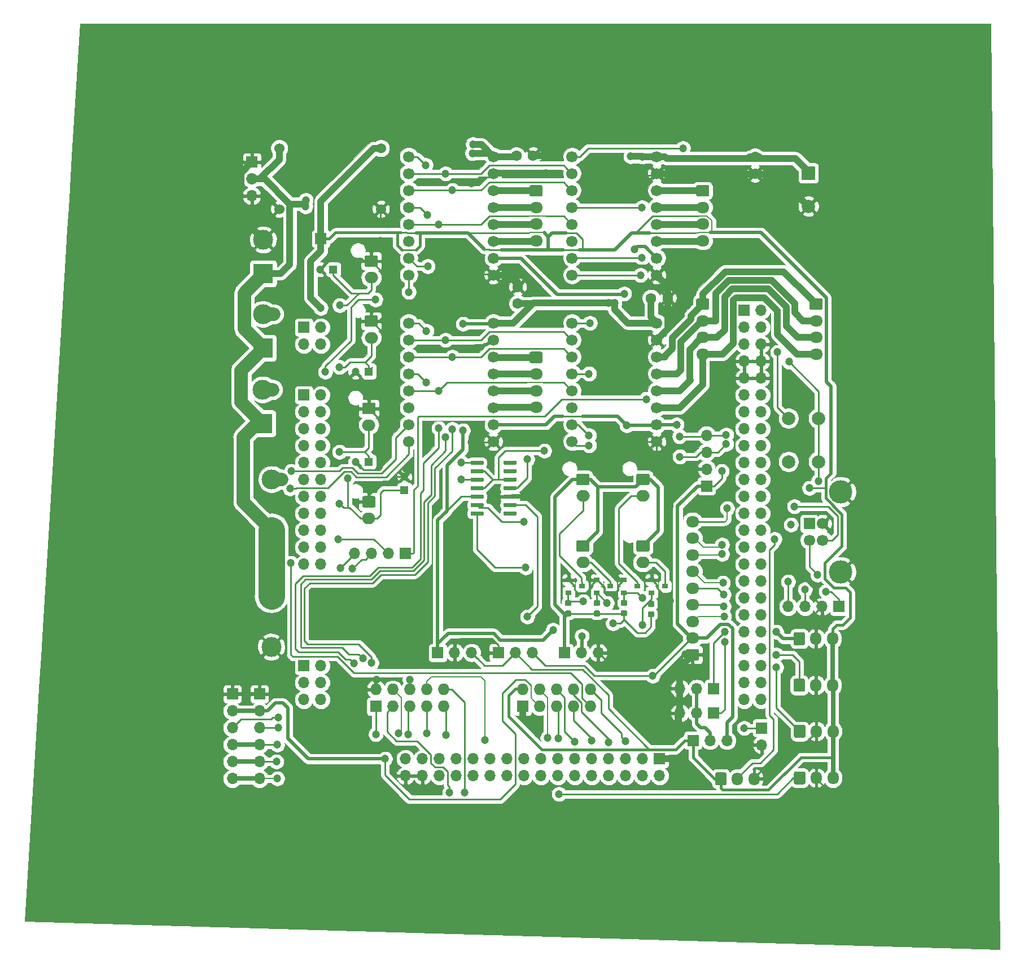
<source format=gbr>
G04 #@! TF.GenerationSoftware,KiCad,Pcbnew,(5.1.2)-2*
G04 #@! TF.CreationDate,2019-08-13T17:30:05+02:00*
G04 #@! TF.ProjectId,STM32F407VET6,53544d33-3246-4343-9037-564554362e6b,rev?*
G04 #@! TF.SameCoordinates,Original*
G04 #@! TF.FileFunction,Copper,L2,Bot*
G04 #@! TF.FilePolarity,Positive*
%FSLAX46Y46*%
G04 Gerber Fmt 4.6, Leading zero omitted, Abs format (unit mm)*
G04 Created by KiCad (PCBNEW (5.1.2)-2) date 2019-08-13 17:30:05*
%MOMM*%
%LPD*%
G04 APERTURE LIST*
%ADD10O,1.700000X1.700000*%
%ADD11R,1.700000X1.700000*%
%ADD12O,2.000000X1.700000*%
%ADD13C,0.100000*%
%ADD14C,1.700000*%
%ADD15R,0.900000X0.800000*%
%ADD16O,1.950000X1.700000*%
%ADD17O,1.700000X1.950000*%
%ADD18C,2.000000*%
%ADD19O,1.727200X1.727200*%
%ADD20R,1.727200X1.727200*%
%ADD21C,3.000000*%
%ADD22R,3.000000X3.000000*%
%ADD23C,1.200000*%
%ADD24R,1.200000X1.200000*%
%ADD25C,1.524000*%
%ADD26C,1.600000*%
%ADD27R,2.000000X2.000000*%
%ADD28C,3.500000*%
%ADD29C,0.875000*%
%ADD30C,0.600000*%
%ADD31C,0.800000*%
%ADD32C,0.250000*%
%ADD33C,1.000000*%
%ADD34C,0.500000*%
%ADD35C,4.000000*%
%ADD36C,2.000000*%
%ADD37C,0.700000*%
%ADD38C,0.400000*%
%ADD39C,0.200000*%
G04 APERTURE END LIST*
D10*
X11080000Y-27200000D03*
X8540000Y-27200000D03*
D11*
X6000000Y-27200000D03*
D12*
X17779200Y-13676800D03*
D13*
G36*
X18553704Y-10328004D02*
G01*
X18577973Y-10331604D01*
X18601771Y-10337565D01*
X18624871Y-10345830D01*
X18647049Y-10356320D01*
X18668093Y-10368933D01*
X18687798Y-10383547D01*
X18705977Y-10400023D01*
X18722453Y-10418202D01*
X18737067Y-10437907D01*
X18749680Y-10458951D01*
X18760170Y-10481129D01*
X18768435Y-10504229D01*
X18774396Y-10528027D01*
X18777996Y-10552296D01*
X18779200Y-10576800D01*
X18779200Y-11776800D01*
X18777996Y-11801304D01*
X18774396Y-11825573D01*
X18768435Y-11849371D01*
X18760170Y-11872471D01*
X18749680Y-11894649D01*
X18737067Y-11915693D01*
X18722453Y-11935398D01*
X18705977Y-11953577D01*
X18687798Y-11970053D01*
X18668093Y-11984667D01*
X18647049Y-11997280D01*
X18624871Y-12007770D01*
X18601771Y-12016035D01*
X18577973Y-12021996D01*
X18553704Y-12025596D01*
X18529200Y-12026800D01*
X17029200Y-12026800D01*
X17004696Y-12025596D01*
X16980427Y-12021996D01*
X16956629Y-12016035D01*
X16933529Y-12007770D01*
X16911351Y-11997280D01*
X16890307Y-11984667D01*
X16870602Y-11970053D01*
X16852423Y-11953577D01*
X16835947Y-11935398D01*
X16821333Y-11915693D01*
X16808720Y-11894649D01*
X16798230Y-11872471D01*
X16789965Y-11849371D01*
X16784004Y-11825573D01*
X16780404Y-11801304D01*
X16779200Y-11776800D01*
X16779200Y-10576800D01*
X16780404Y-10552296D01*
X16784004Y-10528027D01*
X16789965Y-10504229D01*
X16798230Y-10481129D01*
X16808720Y-10458951D01*
X16821333Y-10437907D01*
X16835947Y-10418202D01*
X16852423Y-10400023D01*
X16870602Y-10383547D01*
X16890307Y-10368933D01*
X16911351Y-10356320D01*
X16933529Y-10345830D01*
X16956629Y-10337565D01*
X16980427Y-10331604D01*
X17004696Y-10328004D01*
X17029200Y-10326800D01*
X18529200Y-10326800D01*
X18553704Y-10328004D01*
X18553704Y-10328004D01*
G37*
D14*
X17779200Y-11176800D03*
D12*
X8779200Y-13676800D03*
D13*
G36*
X9553704Y-10328004D02*
G01*
X9577973Y-10331604D01*
X9601771Y-10337565D01*
X9624871Y-10345830D01*
X9647049Y-10356320D01*
X9668093Y-10368933D01*
X9687798Y-10383547D01*
X9705977Y-10400023D01*
X9722453Y-10418202D01*
X9737067Y-10437907D01*
X9749680Y-10458951D01*
X9760170Y-10481129D01*
X9768435Y-10504229D01*
X9774396Y-10528027D01*
X9777996Y-10552296D01*
X9779200Y-10576800D01*
X9779200Y-11776800D01*
X9777996Y-11801304D01*
X9774396Y-11825573D01*
X9768435Y-11849371D01*
X9760170Y-11872471D01*
X9749680Y-11894649D01*
X9737067Y-11915693D01*
X9722453Y-11935398D01*
X9705977Y-11953577D01*
X9687798Y-11970053D01*
X9668093Y-11984667D01*
X9647049Y-11997280D01*
X9624871Y-12007770D01*
X9601771Y-12016035D01*
X9577973Y-12021996D01*
X9553704Y-12025596D01*
X9529200Y-12026800D01*
X8029200Y-12026800D01*
X8004696Y-12025596D01*
X7980427Y-12021996D01*
X7956629Y-12016035D01*
X7933529Y-12007770D01*
X7911351Y-11997280D01*
X7890307Y-11984667D01*
X7870602Y-11970053D01*
X7852423Y-11953577D01*
X7835947Y-11935398D01*
X7821333Y-11915693D01*
X7808720Y-11894649D01*
X7798230Y-11872471D01*
X7789965Y-11849371D01*
X7784004Y-11825573D01*
X7780404Y-11801304D01*
X7779200Y-11776800D01*
X7779200Y-10576800D01*
X7780404Y-10552296D01*
X7784004Y-10528027D01*
X7789965Y-10504229D01*
X7798230Y-10481129D01*
X7808720Y-10458951D01*
X7821333Y-10437907D01*
X7835947Y-10418202D01*
X7852423Y-10400023D01*
X7870602Y-10383547D01*
X7890307Y-10368933D01*
X7911351Y-10356320D01*
X7933529Y-10345830D01*
X7956629Y-10337565D01*
X7980427Y-10331604D01*
X8004696Y-10328004D01*
X8029200Y-10326800D01*
X9529200Y-10326800D01*
X9553704Y-10328004D01*
X9553704Y-10328004D01*
G37*
D14*
X8779200Y-11176800D03*
D12*
X17779200Y-3676800D03*
D13*
G36*
X18553704Y-328004D02*
G01*
X18577973Y-331604D01*
X18601771Y-337565D01*
X18624871Y-345830D01*
X18647049Y-356320D01*
X18668093Y-368933D01*
X18687798Y-383547D01*
X18705977Y-400023D01*
X18722453Y-418202D01*
X18737067Y-437907D01*
X18749680Y-458951D01*
X18760170Y-481129D01*
X18768435Y-504229D01*
X18774396Y-528027D01*
X18777996Y-552296D01*
X18779200Y-576800D01*
X18779200Y-1776800D01*
X18777996Y-1801304D01*
X18774396Y-1825573D01*
X18768435Y-1849371D01*
X18760170Y-1872471D01*
X18749680Y-1894649D01*
X18737067Y-1915693D01*
X18722453Y-1935398D01*
X18705977Y-1953577D01*
X18687798Y-1970053D01*
X18668093Y-1984667D01*
X18647049Y-1997280D01*
X18624871Y-2007770D01*
X18601771Y-2016035D01*
X18577973Y-2021996D01*
X18553704Y-2025596D01*
X18529200Y-2026800D01*
X17029200Y-2026800D01*
X17004696Y-2025596D01*
X16980427Y-2021996D01*
X16956629Y-2016035D01*
X16933529Y-2007770D01*
X16911351Y-1997280D01*
X16890307Y-1984667D01*
X16870602Y-1970053D01*
X16852423Y-1953577D01*
X16835947Y-1935398D01*
X16821333Y-1915693D01*
X16808720Y-1894649D01*
X16798230Y-1872471D01*
X16789965Y-1849371D01*
X16784004Y-1825573D01*
X16780404Y-1801304D01*
X16779200Y-1776800D01*
X16779200Y-576800D01*
X16780404Y-552296D01*
X16784004Y-528027D01*
X16789965Y-504229D01*
X16798230Y-481129D01*
X16808720Y-458951D01*
X16821333Y-437907D01*
X16835947Y-418202D01*
X16852423Y-400023D01*
X16870602Y-383547D01*
X16890307Y-368933D01*
X16911351Y-356320D01*
X16933529Y-345830D01*
X16956629Y-337565D01*
X16980427Y-331604D01*
X17004696Y-328004D01*
X17029200Y-326800D01*
X18529200Y-326800D01*
X18553704Y-328004D01*
X18553704Y-328004D01*
G37*
D14*
X17779200Y-1176800D03*
D12*
X8779200Y-3676800D03*
D13*
G36*
X9553704Y-328004D02*
G01*
X9577973Y-331604D01*
X9601771Y-337565D01*
X9624871Y-345830D01*
X9647049Y-356320D01*
X9668093Y-368933D01*
X9687798Y-383547D01*
X9705977Y-400023D01*
X9722453Y-418202D01*
X9737067Y-437907D01*
X9749680Y-458951D01*
X9760170Y-481129D01*
X9768435Y-504229D01*
X9774396Y-528027D01*
X9777996Y-552296D01*
X9779200Y-576800D01*
X9779200Y-1776800D01*
X9777996Y-1801304D01*
X9774396Y-1825573D01*
X9768435Y-1849371D01*
X9760170Y-1872471D01*
X9749680Y-1894649D01*
X9737067Y-1915693D01*
X9722453Y-1935398D01*
X9705977Y-1953577D01*
X9687798Y-1970053D01*
X9668093Y-1984667D01*
X9647049Y-1997280D01*
X9624871Y-2007770D01*
X9601771Y-2016035D01*
X9577973Y-2021996D01*
X9553704Y-2025596D01*
X9529200Y-2026800D01*
X8029200Y-2026800D01*
X8004696Y-2025596D01*
X7980427Y-2021996D01*
X7956629Y-2016035D01*
X7933529Y-2007770D01*
X7911351Y-1997280D01*
X7890307Y-1984667D01*
X7870602Y-1970053D01*
X7852423Y-1953577D01*
X7835947Y-1935398D01*
X7821333Y-1915693D01*
X7808720Y-1894649D01*
X7798230Y-1872471D01*
X7789965Y-1849371D01*
X7784004Y-1825573D01*
X7780404Y-1801304D01*
X7779200Y-1776800D01*
X7779200Y-576800D01*
X7780404Y-552296D01*
X7784004Y-528027D01*
X7789965Y-504229D01*
X7798230Y-481129D01*
X7808720Y-458951D01*
X7821333Y-437907D01*
X7835947Y-418202D01*
X7852423Y-400023D01*
X7870602Y-383547D01*
X7890307Y-368933D01*
X7911351Y-356320D01*
X7933529Y-345830D01*
X7956629Y-337565D01*
X7980427Y-331604D01*
X8004696Y-328004D01*
X8029200Y-326800D01*
X9529200Y-326800D01*
X9553704Y-328004D01*
X9553704Y-328004D01*
G37*
D14*
X8779200Y-1176800D03*
D10*
X39564000Y-20270000D03*
X42104000Y-20270000D03*
X44644000Y-20270000D03*
D11*
X47184000Y-20270000D03*
D10*
X27321200Y5434800D03*
X27321200Y2894800D03*
X27321200Y354800D03*
D11*
X27321200Y-2185200D03*
D10*
X-43798800Y-46101800D03*
X-43798800Y-43561800D03*
X-43798800Y-41021800D03*
X-43798800Y-38481800D03*
X-43798800Y-35941800D03*
D11*
X-43798800Y-33401800D03*
D10*
X-39734800Y-46101800D03*
X-39734800Y-43561800D03*
X-39734800Y-41021800D03*
X-39734800Y-38481800D03*
X-39734800Y-35941800D03*
D11*
X-39734800Y-33401800D03*
D10*
X23308000Y-36272000D03*
X25848000Y-36272000D03*
D11*
X28388000Y-36272000D03*
D10*
X23308000Y-32589000D03*
X25848000Y-32589000D03*
D11*
X28388000Y-32589000D03*
D10*
X35601600Y-41047200D03*
D11*
X35601600Y-38507200D03*
D15*
X21082200Y-17222000D03*
X19082200Y-16272000D03*
X19082200Y-18172000D03*
X12878000Y-17222000D03*
X10878000Y-16272000D03*
X10878000Y-18172000D03*
X8636200Y-17222000D03*
X6636200Y-16272000D03*
X6636200Y-18172000D03*
D12*
X-23335800Y-7040200D03*
D13*
G36*
X-22561296Y-3691404D02*
G01*
X-22537027Y-3695004D01*
X-22513229Y-3700965D01*
X-22490129Y-3709230D01*
X-22467951Y-3719720D01*
X-22446907Y-3732333D01*
X-22427202Y-3746947D01*
X-22409023Y-3763423D01*
X-22392547Y-3781602D01*
X-22377933Y-3801307D01*
X-22365320Y-3822351D01*
X-22354830Y-3844529D01*
X-22346565Y-3867629D01*
X-22340604Y-3891427D01*
X-22337004Y-3915696D01*
X-22335800Y-3940200D01*
X-22335800Y-5140200D01*
X-22337004Y-5164704D01*
X-22340604Y-5188973D01*
X-22346565Y-5212771D01*
X-22354830Y-5235871D01*
X-22365320Y-5258049D01*
X-22377933Y-5279093D01*
X-22392547Y-5298798D01*
X-22409023Y-5316977D01*
X-22427202Y-5333453D01*
X-22446907Y-5348067D01*
X-22467951Y-5360680D01*
X-22490129Y-5371170D01*
X-22513229Y-5379435D01*
X-22537027Y-5385396D01*
X-22561296Y-5388996D01*
X-22585800Y-5390200D01*
X-24085800Y-5390200D01*
X-24110304Y-5388996D01*
X-24134573Y-5385396D01*
X-24158371Y-5379435D01*
X-24181471Y-5371170D01*
X-24203649Y-5360680D01*
X-24224693Y-5348067D01*
X-24244398Y-5333453D01*
X-24262577Y-5316977D01*
X-24279053Y-5298798D01*
X-24293667Y-5279093D01*
X-24306280Y-5258049D01*
X-24316770Y-5235871D01*
X-24325035Y-5212771D01*
X-24330996Y-5188973D01*
X-24334596Y-5164704D01*
X-24335800Y-5140200D01*
X-24335800Y-3940200D01*
X-24334596Y-3915696D01*
X-24330996Y-3891427D01*
X-24325035Y-3867629D01*
X-24316770Y-3844529D01*
X-24306280Y-3822351D01*
X-24293667Y-3801307D01*
X-24279053Y-3781602D01*
X-24262577Y-3763423D01*
X-24244398Y-3746947D01*
X-24224693Y-3732333D01*
X-24203649Y-3719720D01*
X-24181471Y-3709230D01*
X-24158371Y-3700965D01*
X-24134573Y-3695004D01*
X-24110304Y-3691404D01*
X-24085800Y-3690200D01*
X-22585800Y-3690200D01*
X-22561296Y-3691404D01*
X-22561296Y-3691404D01*
G37*
D14*
X-23335800Y-4540200D03*
D12*
X-23335800Y6959800D03*
D13*
G36*
X-22561296Y10308596D02*
G01*
X-22537027Y10304996D01*
X-22513229Y10299035D01*
X-22490129Y10290770D01*
X-22467951Y10280280D01*
X-22446907Y10267667D01*
X-22427202Y10253053D01*
X-22409023Y10236577D01*
X-22392547Y10218398D01*
X-22377933Y10198693D01*
X-22365320Y10177649D01*
X-22354830Y10155471D01*
X-22346565Y10132371D01*
X-22340604Y10108573D01*
X-22337004Y10084304D01*
X-22335800Y10059800D01*
X-22335800Y8859800D01*
X-22337004Y8835296D01*
X-22340604Y8811027D01*
X-22346565Y8787229D01*
X-22354830Y8764129D01*
X-22365320Y8741951D01*
X-22377933Y8720907D01*
X-22392547Y8701202D01*
X-22409023Y8683023D01*
X-22427202Y8666547D01*
X-22446907Y8651933D01*
X-22467951Y8639320D01*
X-22490129Y8628830D01*
X-22513229Y8620565D01*
X-22537027Y8614604D01*
X-22561296Y8611004D01*
X-22585800Y8609800D01*
X-24085800Y8609800D01*
X-24110304Y8611004D01*
X-24134573Y8614604D01*
X-24158371Y8620565D01*
X-24181471Y8628830D01*
X-24203649Y8639320D01*
X-24224693Y8651933D01*
X-24244398Y8666547D01*
X-24262577Y8683023D01*
X-24279053Y8701202D01*
X-24293667Y8720907D01*
X-24306280Y8741951D01*
X-24316770Y8764129D01*
X-24325035Y8787229D01*
X-24330996Y8811027D01*
X-24334596Y8835296D01*
X-24335800Y8859800D01*
X-24335800Y10059800D01*
X-24334596Y10084304D01*
X-24330996Y10108573D01*
X-24325035Y10132371D01*
X-24316770Y10155471D01*
X-24306280Y10177649D01*
X-24293667Y10198693D01*
X-24279053Y10218398D01*
X-24262577Y10236577D01*
X-24244398Y10253053D01*
X-24224693Y10267667D01*
X-24203649Y10280280D01*
X-24181471Y10290770D01*
X-24158371Y10299035D01*
X-24134573Y10304996D01*
X-24110304Y10308596D01*
X-24085800Y10309800D01*
X-22585800Y10309800D01*
X-22561296Y10308596D01*
X-22561296Y10308596D01*
G37*
D14*
X-23335800Y9459800D03*
D12*
X-22970800Y20079800D03*
D13*
G36*
X-22196296Y23428596D02*
G01*
X-22172027Y23424996D01*
X-22148229Y23419035D01*
X-22125129Y23410770D01*
X-22102951Y23400280D01*
X-22081907Y23387667D01*
X-22062202Y23373053D01*
X-22044023Y23356577D01*
X-22027547Y23338398D01*
X-22012933Y23318693D01*
X-22000320Y23297649D01*
X-21989830Y23275471D01*
X-21981565Y23252371D01*
X-21975604Y23228573D01*
X-21972004Y23204304D01*
X-21970800Y23179800D01*
X-21970800Y21979800D01*
X-21972004Y21955296D01*
X-21975604Y21931027D01*
X-21981565Y21907229D01*
X-21989830Y21884129D01*
X-22000320Y21861951D01*
X-22012933Y21840907D01*
X-22027547Y21821202D01*
X-22044023Y21803023D01*
X-22062202Y21786547D01*
X-22081907Y21771933D01*
X-22102951Y21759320D01*
X-22125129Y21748830D01*
X-22148229Y21740565D01*
X-22172027Y21734604D01*
X-22196296Y21731004D01*
X-22220800Y21729800D01*
X-23720800Y21729800D01*
X-23745304Y21731004D01*
X-23769573Y21734604D01*
X-23793371Y21740565D01*
X-23816471Y21748830D01*
X-23838649Y21759320D01*
X-23859693Y21771933D01*
X-23879398Y21786547D01*
X-23897577Y21803023D01*
X-23914053Y21821202D01*
X-23928667Y21840907D01*
X-23941280Y21861951D01*
X-23951770Y21884129D01*
X-23960035Y21907229D01*
X-23965996Y21931027D01*
X-23969596Y21955296D01*
X-23970800Y21979800D01*
X-23970800Y23179800D01*
X-23969596Y23204304D01*
X-23965996Y23228573D01*
X-23960035Y23252371D01*
X-23951770Y23275471D01*
X-23941280Y23297649D01*
X-23928667Y23318693D01*
X-23914053Y23338398D01*
X-23897577Y23356577D01*
X-23879398Y23373053D01*
X-23859693Y23387667D01*
X-23838649Y23400280D01*
X-23816471Y23410770D01*
X-23793371Y23419035D01*
X-23769573Y23424996D01*
X-23745304Y23428596D01*
X-23720800Y23429800D01*
X-22220800Y23429800D01*
X-22196296Y23428596D01*
X-22196296Y23428596D01*
G37*
D14*
X-22970800Y22579800D03*
D12*
X-22970800Y29079800D03*
D13*
G36*
X-22196296Y32428596D02*
G01*
X-22172027Y32424996D01*
X-22148229Y32419035D01*
X-22125129Y32410770D01*
X-22102951Y32400280D01*
X-22081907Y32387667D01*
X-22062202Y32373053D01*
X-22044023Y32356577D01*
X-22027547Y32338398D01*
X-22012933Y32318693D01*
X-22000320Y32297649D01*
X-21989830Y32275471D01*
X-21981565Y32252371D01*
X-21975604Y32228573D01*
X-21972004Y32204304D01*
X-21970800Y32179800D01*
X-21970800Y30979800D01*
X-21972004Y30955296D01*
X-21975604Y30931027D01*
X-21981565Y30907229D01*
X-21989830Y30884129D01*
X-22000320Y30861951D01*
X-22012933Y30840907D01*
X-22027547Y30821202D01*
X-22044023Y30803023D01*
X-22062202Y30786547D01*
X-22081907Y30771933D01*
X-22102951Y30759320D01*
X-22125129Y30748830D01*
X-22148229Y30740565D01*
X-22172027Y30734604D01*
X-22196296Y30731004D01*
X-22220800Y30729800D01*
X-23720800Y30729800D01*
X-23745304Y30731004D01*
X-23769573Y30734604D01*
X-23793371Y30740565D01*
X-23816471Y30748830D01*
X-23838649Y30759320D01*
X-23859693Y30771933D01*
X-23879398Y30786547D01*
X-23897577Y30803023D01*
X-23914053Y30821202D01*
X-23928667Y30840907D01*
X-23941280Y30861951D01*
X-23951770Y30884129D01*
X-23960035Y30907229D01*
X-23965996Y30931027D01*
X-23969596Y30955296D01*
X-23970800Y30979800D01*
X-23970800Y32179800D01*
X-23969596Y32204304D01*
X-23965996Y32228573D01*
X-23960035Y32252371D01*
X-23951770Y32275471D01*
X-23941280Y32297649D01*
X-23928667Y32318693D01*
X-23914053Y32338398D01*
X-23897577Y32356577D01*
X-23879398Y32373053D01*
X-23859693Y32387667D01*
X-23838649Y32400280D01*
X-23816471Y32410770D01*
X-23793371Y32419035D01*
X-23769573Y32424996D01*
X-23745304Y32428596D01*
X-23720800Y32429800D01*
X-22220800Y32429800D01*
X-22196296Y32428596D01*
X-22196296Y32428596D01*
G37*
D14*
X-22970800Y31579800D03*
D10*
X-17840000Y-45670000D03*
X-17840000Y-43130000D03*
X-15300000Y-45670000D03*
X-15300000Y-43130000D03*
X-12760000Y-45670000D03*
X-12760000Y-43130000D03*
X-10220000Y-45670000D03*
X-10220000Y-43130000D03*
X-7680000Y-45670000D03*
X-7680000Y-43130000D03*
X-5140000Y-45670000D03*
X-5140000Y-43130000D03*
X-2600000Y-45670000D03*
X-2600000Y-43130000D03*
X-60000Y-45670000D03*
X-60000Y-43130000D03*
X2480000Y-45670000D03*
X2480000Y-43130000D03*
X5020000Y-45670000D03*
X5020000Y-43130000D03*
X7560000Y-45670000D03*
X7560000Y-43130000D03*
X10100000Y-45670000D03*
X10100000Y-43130000D03*
X12640000Y-45670000D03*
X12640000Y-43130000D03*
X15180000Y-45670000D03*
X15180000Y-43130000D03*
X17720000Y-45670000D03*
X17720000Y-43130000D03*
X20260000Y-45670000D03*
D11*
X20260000Y-43130000D03*
D10*
X35500000Y-34240000D03*
X32960000Y-34240000D03*
X35500000Y-31700000D03*
X32960000Y-31700000D03*
X35500000Y-29160000D03*
X32960000Y-29160000D03*
X35500000Y-26620000D03*
X32960000Y-26620000D03*
X35500000Y-24080000D03*
X32960000Y-24080000D03*
X35500000Y-21540000D03*
X32960000Y-21540000D03*
X35500000Y-19000000D03*
X32960000Y-19000000D03*
X35500000Y-16460000D03*
X32960000Y-16460000D03*
X35500000Y-13920000D03*
X32960000Y-13920000D03*
X35500000Y-11380000D03*
X32960000Y-11380000D03*
X35500000Y-8840000D03*
X32960000Y-8840000D03*
X35500000Y-6300000D03*
X32960000Y-6300000D03*
X35500000Y-3760000D03*
X32960000Y-3760000D03*
X35500000Y-1220000D03*
X32960000Y-1220000D03*
X35500000Y1320000D03*
X32960000Y1320000D03*
X35500000Y3860000D03*
X32960000Y3860000D03*
X35500000Y6400000D03*
X32960000Y6400000D03*
X35500000Y8940000D03*
X32960000Y8940000D03*
X35500000Y11480000D03*
X32960000Y11480000D03*
X35500000Y14020000D03*
X32960000Y14020000D03*
X35500000Y16560000D03*
X32960000Y16560000D03*
X35500000Y19100000D03*
X32960000Y19100000D03*
X35500000Y21640000D03*
X32960000Y21640000D03*
X35500000Y24180000D03*
D11*
X32960000Y24180000D03*
D16*
X43745000Y17634800D03*
X43745000Y20134800D03*
X43745000Y22634800D03*
D13*
G36*
X44494504Y25983596D02*
G01*
X44518773Y25979996D01*
X44542571Y25974035D01*
X44565671Y25965770D01*
X44587849Y25955280D01*
X44608893Y25942667D01*
X44628598Y25928053D01*
X44646777Y25911577D01*
X44663253Y25893398D01*
X44677867Y25873693D01*
X44690480Y25852649D01*
X44700970Y25830471D01*
X44709235Y25807371D01*
X44715196Y25783573D01*
X44718796Y25759304D01*
X44720000Y25734800D01*
X44720000Y24534800D01*
X44718796Y24510296D01*
X44715196Y24486027D01*
X44709235Y24462229D01*
X44700970Y24439129D01*
X44690480Y24416951D01*
X44677867Y24395907D01*
X44663253Y24376202D01*
X44646777Y24358023D01*
X44628598Y24341547D01*
X44608893Y24326933D01*
X44587849Y24314320D01*
X44565671Y24303830D01*
X44542571Y24295565D01*
X44518773Y24289604D01*
X44494504Y24286004D01*
X44470000Y24284800D01*
X43020000Y24284800D01*
X42995496Y24286004D01*
X42971227Y24289604D01*
X42947429Y24295565D01*
X42924329Y24303830D01*
X42902151Y24314320D01*
X42881107Y24326933D01*
X42861402Y24341547D01*
X42843223Y24358023D01*
X42826747Y24376202D01*
X42812133Y24395907D01*
X42799520Y24416951D01*
X42789030Y24439129D01*
X42780765Y24462229D01*
X42774804Y24486027D01*
X42771204Y24510296D01*
X42770000Y24534800D01*
X42770000Y25734800D01*
X42771204Y25759304D01*
X42774804Y25783573D01*
X42780765Y25807371D01*
X42789030Y25830471D01*
X42799520Y25852649D01*
X42812133Y25873693D01*
X42826747Y25893398D01*
X42843223Y25911577D01*
X42861402Y25928053D01*
X42881107Y25942667D01*
X42902151Y25955280D01*
X42924329Y25965770D01*
X42947429Y25974035D01*
X42971227Y25979996D01*
X42995496Y25983596D01*
X43020000Y25984800D01*
X44470000Y25984800D01*
X44494504Y25983596D01*
X44494504Y25983596D01*
G37*
D14*
X43745000Y25134800D03*
D17*
X46215000Y-32081000D03*
X43715000Y-32081000D03*
D13*
G36*
X41839504Y-31107204D02*
G01*
X41863773Y-31110804D01*
X41887571Y-31116765D01*
X41910671Y-31125030D01*
X41932849Y-31135520D01*
X41953893Y-31148133D01*
X41973598Y-31162747D01*
X41991777Y-31179223D01*
X42008253Y-31197402D01*
X42022867Y-31217107D01*
X42035480Y-31238151D01*
X42045970Y-31260329D01*
X42054235Y-31283429D01*
X42060196Y-31307227D01*
X42063796Y-31331496D01*
X42065000Y-31356000D01*
X42065000Y-32806000D01*
X42063796Y-32830504D01*
X42060196Y-32854773D01*
X42054235Y-32878571D01*
X42045970Y-32901671D01*
X42035480Y-32923849D01*
X42022867Y-32944893D01*
X42008253Y-32964598D01*
X41991777Y-32982777D01*
X41973598Y-32999253D01*
X41953893Y-33013867D01*
X41932849Y-33026480D01*
X41910671Y-33036970D01*
X41887571Y-33045235D01*
X41863773Y-33051196D01*
X41839504Y-33054796D01*
X41815000Y-33056000D01*
X40615000Y-33056000D01*
X40590496Y-33054796D01*
X40566227Y-33051196D01*
X40542429Y-33045235D01*
X40519329Y-33036970D01*
X40497151Y-33026480D01*
X40476107Y-33013867D01*
X40456402Y-32999253D01*
X40438223Y-32982777D01*
X40421747Y-32964598D01*
X40407133Y-32944893D01*
X40394520Y-32923849D01*
X40384030Y-32901671D01*
X40375765Y-32878571D01*
X40369804Y-32854773D01*
X40366204Y-32830504D01*
X40365000Y-32806000D01*
X40365000Y-31356000D01*
X40366204Y-31331496D01*
X40369804Y-31307227D01*
X40375765Y-31283429D01*
X40384030Y-31260329D01*
X40394520Y-31238151D01*
X40407133Y-31217107D01*
X40421747Y-31197402D01*
X40438223Y-31179223D01*
X40456402Y-31162747D01*
X40476107Y-31148133D01*
X40497151Y-31135520D01*
X40519329Y-31125030D01*
X40542429Y-31116765D01*
X40566227Y-31110804D01*
X40590496Y-31107204D01*
X40615000Y-31106000D01*
X41815000Y-31106000D01*
X41839504Y-31107204D01*
X41839504Y-31107204D01*
G37*
D14*
X41215000Y-32081000D03*
D16*
X26745000Y34634800D03*
X26745000Y37134800D03*
X26745000Y39634800D03*
D13*
G36*
X27494504Y42983596D02*
G01*
X27518773Y42979996D01*
X27542571Y42974035D01*
X27565671Y42965770D01*
X27587849Y42955280D01*
X27608893Y42942667D01*
X27628598Y42928053D01*
X27646777Y42911577D01*
X27663253Y42893398D01*
X27677867Y42873693D01*
X27690480Y42852649D01*
X27700970Y42830471D01*
X27709235Y42807371D01*
X27715196Y42783573D01*
X27718796Y42759304D01*
X27720000Y42734800D01*
X27720000Y41534800D01*
X27718796Y41510296D01*
X27715196Y41486027D01*
X27709235Y41462229D01*
X27700970Y41439129D01*
X27690480Y41416951D01*
X27677867Y41395907D01*
X27663253Y41376202D01*
X27646777Y41358023D01*
X27628598Y41341547D01*
X27608893Y41326933D01*
X27587849Y41314320D01*
X27565671Y41303830D01*
X27542571Y41295565D01*
X27518773Y41289604D01*
X27494504Y41286004D01*
X27470000Y41284800D01*
X26020000Y41284800D01*
X25995496Y41286004D01*
X25971227Y41289604D01*
X25947429Y41295565D01*
X25924329Y41303830D01*
X25902151Y41314320D01*
X25881107Y41326933D01*
X25861402Y41341547D01*
X25843223Y41358023D01*
X25826747Y41376202D01*
X25812133Y41395907D01*
X25799520Y41416951D01*
X25789030Y41439129D01*
X25780765Y41462229D01*
X25774804Y41486027D01*
X25771204Y41510296D01*
X25770000Y41534800D01*
X25770000Y42734800D01*
X25771204Y42759304D01*
X25774804Y42783573D01*
X25780765Y42807371D01*
X25789030Y42830471D01*
X25799520Y42852649D01*
X25812133Y42873693D01*
X25826747Y42893398D01*
X25843223Y42911577D01*
X25861402Y42928053D01*
X25881107Y42942667D01*
X25902151Y42955280D01*
X25924329Y42965770D01*
X25947429Y42974035D01*
X25971227Y42979996D01*
X25995496Y42983596D01*
X26020000Y42984800D01*
X27470000Y42984800D01*
X27494504Y42983596D01*
X27494504Y42983596D01*
G37*
D14*
X26745000Y42134800D03*
D17*
X46278500Y-39002500D03*
X43778500Y-39002500D03*
D13*
G36*
X41903004Y-38028704D02*
G01*
X41927273Y-38032304D01*
X41951071Y-38038265D01*
X41974171Y-38046530D01*
X41996349Y-38057020D01*
X42017393Y-38069633D01*
X42037098Y-38084247D01*
X42055277Y-38100723D01*
X42071753Y-38118902D01*
X42086367Y-38138607D01*
X42098980Y-38159651D01*
X42109470Y-38181829D01*
X42117735Y-38204929D01*
X42123696Y-38228727D01*
X42127296Y-38252996D01*
X42128500Y-38277500D01*
X42128500Y-39727500D01*
X42127296Y-39752004D01*
X42123696Y-39776273D01*
X42117735Y-39800071D01*
X42109470Y-39823171D01*
X42098980Y-39845349D01*
X42086367Y-39866393D01*
X42071753Y-39886098D01*
X42055277Y-39904277D01*
X42037098Y-39920753D01*
X42017393Y-39935367D01*
X41996349Y-39947980D01*
X41974171Y-39958470D01*
X41951071Y-39966735D01*
X41927273Y-39972696D01*
X41903004Y-39976296D01*
X41878500Y-39977500D01*
X40678500Y-39977500D01*
X40653996Y-39976296D01*
X40629727Y-39972696D01*
X40605929Y-39966735D01*
X40582829Y-39958470D01*
X40560651Y-39947980D01*
X40539607Y-39935367D01*
X40519902Y-39920753D01*
X40501723Y-39904277D01*
X40485247Y-39886098D01*
X40470633Y-39866393D01*
X40458020Y-39845349D01*
X40447530Y-39823171D01*
X40439265Y-39800071D01*
X40433304Y-39776273D01*
X40429704Y-39752004D01*
X40428500Y-39727500D01*
X40428500Y-38277500D01*
X40429704Y-38252996D01*
X40433304Y-38228727D01*
X40439265Y-38204929D01*
X40447530Y-38181829D01*
X40458020Y-38159651D01*
X40470633Y-38138607D01*
X40485247Y-38118902D01*
X40501723Y-38100723D01*
X40519902Y-38084247D01*
X40539607Y-38069633D01*
X40560651Y-38057020D01*
X40582829Y-38046530D01*
X40605929Y-38038265D01*
X40629727Y-38032304D01*
X40653996Y-38028704D01*
X40678500Y-38027500D01*
X41878500Y-38027500D01*
X41903004Y-38028704D01*
X41903004Y-38028704D01*
G37*
D14*
X41278500Y-39002500D03*
D17*
X46278500Y-45987500D03*
X43778500Y-45987500D03*
D13*
G36*
X41903004Y-45013704D02*
G01*
X41927273Y-45017304D01*
X41951071Y-45023265D01*
X41974171Y-45031530D01*
X41996349Y-45042020D01*
X42017393Y-45054633D01*
X42037098Y-45069247D01*
X42055277Y-45085723D01*
X42071753Y-45103902D01*
X42086367Y-45123607D01*
X42098980Y-45144651D01*
X42109470Y-45166829D01*
X42117735Y-45189929D01*
X42123696Y-45213727D01*
X42127296Y-45237996D01*
X42128500Y-45262500D01*
X42128500Y-46712500D01*
X42127296Y-46737004D01*
X42123696Y-46761273D01*
X42117735Y-46785071D01*
X42109470Y-46808171D01*
X42098980Y-46830349D01*
X42086367Y-46851393D01*
X42071753Y-46871098D01*
X42055277Y-46889277D01*
X42037098Y-46905753D01*
X42017393Y-46920367D01*
X41996349Y-46932980D01*
X41974171Y-46943470D01*
X41951071Y-46951735D01*
X41927273Y-46957696D01*
X41903004Y-46961296D01*
X41878500Y-46962500D01*
X40678500Y-46962500D01*
X40653996Y-46961296D01*
X40629727Y-46957696D01*
X40605929Y-46951735D01*
X40582829Y-46943470D01*
X40560651Y-46932980D01*
X40539607Y-46920367D01*
X40519902Y-46905753D01*
X40501723Y-46889277D01*
X40485247Y-46871098D01*
X40470633Y-46851393D01*
X40458020Y-46830349D01*
X40447530Y-46808171D01*
X40439265Y-46785071D01*
X40433304Y-46761273D01*
X40429704Y-46737004D01*
X40428500Y-46712500D01*
X40428500Y-45262500D01*
X40429704Y-45237996D01*
X40433304Y-45213727D01*
X40439265Y-45189929D01*
X40447530Y-45166829D01*
X40458020Y-45144651D01*
X40470633Y-45123607D01*
X40485247Y-45103902D01*
X40501723Y-45085723D01*
X40519902Y-45069247D01*
X40539607Y-45054633D01*
X40560651Y-45042020D01*
X40582829Y-45031530D01*
X40605929Y-45023265D01*
X40629727Y-45017304D01*
X40653996Y-45013704D01*
X40678500Y-45012500D01*
X41878500Y-45012500D01*
X41903004Y-45013704D01*
X41903004Y-45013704D01*
G37*
D14*
X41278500Y-45987500D03*
D17*
X46215000Y-25096000D03*
X43715000Y-25096000D03*
D13*
G36*
X41839504Y-24122204D02*
G01*
X41863773Y-24125804D01*
X41887571Y-24131765D01*
X41910671Y-24140030D01*
X41932849Y-24150520D01*
X41953893Y-24163133D01*
X41973598Y-24177747D01*
X41991777Y-24194223D01*
X42008253Y-24212402D01*
X42022867Y-24232107D01*
X42035480Y-24253151D01*
X42045970Y-24275329D01*
X42054235Y-24298429D01*
X42060196Y-24322227D01*
X42063796Y-24346496D01*
X42065000Y-24371000D01*
X42065000Y-25821000D01*
X42063796Y-25845504D01*
X42060196Y-25869773D01*
X42054235Y-25893571D01*
X42045970Y-25916671D01*
X42035480Y-25938849D01*
X42022867Y-25959893D01*
X42008253Y-25979598D01*
X41991777Y-25997777D01*
X41973598Y-26014253D01*
X41953893Y-26028867D01*
X41932849Y-26041480D01*
X41910671Y-26051970D01*
X41887571Y-26060235D01*
X41863773Y-26066196D01*
X41839504Y-26069796D01*
X41815000Y-26071000D01*
X40615000Y-26071000D01*
X40590496Y-26069796D01*
X40566227Y-26066196D01*
X40542429Y-26060235D01*
X40519329Y-26051970D01*
X40497151Y-26041480D01*
X40476107Y-26028867D01*
X40456402Y-26014253D01*
X40438223Y-25997777D01*
X40421747Y-25979598D01*
X40407133Y-25959893D01*
X40394520Y-25938849D01*
X40384030Y-25916671D01*
X40375765Y-25893571D01*
X40369804Y-25869773D01*
X40366204Y-25845504D01*
X40365000Y-25821000D01*
X40365000Y-24371000D01*
X40366204Y-24346496D01*
X40369804Y-24322227D01*
X40375765Y-24298429D01*
X40384030Y-24275329D01*
X40394520Y-24253151D01*
X40407133Y-24232107D01*
X40421747Y-24212402D01*
X40438223Y-24194223D01*
X40456402Y-24177747D01*
X40476107Y-24163133D01*
X40497151Y-24150520D01*
X40519329Y-24140030D01*
X40542429Y-24131765D01*
X40566227Y-24125804D01*
X40590496Y-24122204D01*
X40615000Y-24121000D01*
X41815000Y-24121000D01*
X41839504Y-24122204D01*
X41839504Y-24122204D01*
G37*
D14*
X41215000Y-25096000D03*
D16*
X1745000Y9634800D03*
X1745000Y12134800D03*
X1745000Y14634800D03*
D13*
G36*
X2494504Y17983596D02*
G01*
X2518773Y17979996D01*
X2542571Y17974035D01*
X2565671Y17965770D01*
X2587849Y17955280D01*
X2608893Y17942667D01*
X2628598Y17928053D01*
X2646777Y17911577D01*
X2663253Y17893398D01*
X2677867Y17873693D01*
X2690480Y17852649D01*
X2700970Y17830471D01*
X2709235Y17807371D01*
X2715196Y17783573D01*
X2718796Y17759304D01*
X2720000Y17734800D01*
X2720000Y16534800D01*
X2718796Y16510296D01*
X2715196Y16486027D01*
X2709235Y16462229D01*
X2700970Y16439129D01*
X2690480Y16416951D01*
X2677867Y16395907D01*
X2663253Y16376202D01*
X2646777Y16358023D01*
X2628598Y16341547D01*
X2608893Y16326933D01*
X2587849Y16314320D01*
X2565671Y16303830D01*
X2542571Y16295565D01*
X2518773Y16289604D01*
X2494504Y16286004D01*
X2470000Y16284800D01*
X1020000Y16284800D01*
X995496Y16286004D01*
X971227Y16289604D01*
X947429Y16295565D01*
X924329Y16303830D01*
X902151Y16314320D01*
X881107Y16326933D01*
X861402Y16341547D01*
X843223Y16358023D01*
X826747Y16376202D01*
X812133Y16395907D01*
X799520Y16416951D01*
X789030Y16439129D01*
X780765Y16462229D01*
X774804Y16486027D01*
X771204Y16510296D01*
X770000Y16534800D01*
X770000Y17734800D01*
X771204Y17759304D01*
X774804Y17783573D01*
X780765Y17807371D01*
X789030Y17830471D01*
X799520Y17852649D01*
X812133Y17873693D01*
X826747Y17893398D01*
X843223Y17911577D01*
X861402Y17928053D01*
X881107Y17942667D01*
X902151Y17955280D01*
X924329Y17965770D01*
X947429Y17974035D01*
X971227Y17979996D01*
X995496Y17983596D01*
X1020000Y17984800D01*
X2470000Y17984800D01*
X2494504Y17983596D01*
X2494504Y17983596D01*
G37*
D14*
X1745000Y17134800D03*
D16*
X1745000Y34634800D03*
X1745000Y37134800D03*
X1745000Y39634800D03*
D13*
G36*
X2494504Y42983596D02*
G01*
X2518773Y42979996D01*
X2542571Y42974035D01*
X2565671Y42965770D01*
X2587849Y42955280D01*
X2608893Y42942667D01*
X2628598Y42928053D01*
X2646777Y42911577D01*
X2663253Y42893398D01*
X2677867Y42873693D01*
X2690480Y42852649D01*
X2700970Y42830471D01*
X2709235Y42807371D01*
X2715196Y42783573D01*
X2718796Y42759304D01*
X2720000Y42734800D01*
X2720000Y41534800D01*
X2718796Y41510296D01*
X2715196Y41486027D01*
X2709235Y41462229D01*
X2700970Y41439129D01*
X2690480Y41416951D01*
X2677867Y41395907D01*
X2663253Y41376202D01*
X2646777Y41358023D01*
X2628598Y41341547D01*
X2608893Y41326933D01*
X2587849Y41314320D01*
X2565671Y41303830D01*
X2542571Y41295565D01*
X2518773Y41289604D01*
X2494504Y41286004D01*
X2470000Y41284800D01*
X1020000Y41284800D01*
X995496Y41286004D01*
X971227Y41289604D01*
X947429Y41295565D01*
X924329Y41303830D01*
X902151Y41314320D01*
X881107Y41326933D01*
X861402Y41341547D01*
X843223Y41358023D01*
X826747Y41376202D01*
X812133Y41395907D01*
X799520Y41416951D01*
X789030Y41439129D01*
X780765Y41462229D01*
X774804Y41486027D01*
X771204Y41510296D01*
X770000Y41534800D01*
X770000Y42734800D01*
X771204Y42759304D01*
X774804Y42783573D01*
X780765Y42807371D01*
X789030Y42830471D01*
X799520Y42852649D01*
X812133Y42873693D01*
X826747Y42893398D01*
X843223Y42911577D01*
X861402Y42928053D01*
X881107Y42942667D01*
X902151Y42955280D01*
X924329Y42965770D01*
X947429Y42974035D01*
X971227Y42979996D01*
X995496Y42983596D01*
X1020000Y42984800D01*
X2470000Y42984800D01*
X2494504Y42983596D01*
X2494504Y42983596D01*
G37*
D14*
X1745000Y42134800D03*
D16*
X26745000Y17634800D03*
X26745000Y20134800D03*
X26745000Y22634800D03*
D13*
G36*
X27494504Y25983596D02*
G01*
X27518773Y25979996D01*
X27542571Y25974035D01*
X27565671Y25965770D01*
X27587849Y25955280D01*
X27608893Y25942667D01*
X27628598Y25928053D01*
X27646777Y25911577D01*
X27663253Y25893398D01*
X27677867Y25873693D01*
X27690480Y25852649D01*
X27700970Y25830471D01*
X27709235Y25807371D01*
X27715196Y25783573D01*
X27718796Y25759304D01*
X27720000Y25734800D01*
X27720000Y24534800D01*
X27718796Y24510296D01*
X27715196Y24486027D01*
X27709235Y24462229D01*
X27700970Y24439129D01*
X27690480Y24416951D01*
X27677867Y24395907D01*
X27663253Y24376202D01*
X27646777Y24358023D01*
X27628598Y24341547D01*
X27608893Y24326933D01*
X27587849Y24314320D01*
X27565671Y24303830D01*
X27542571Y24295565D01*
X27518773Y24289604D01*
X27494504Y24286004D01*
X27470000Y24284800D01*
X26020000Y24284800D01*
X25995496Y24286004D01*
X25971227Y24289604D01*
X25947429Y24295565D01*
X25924329Y24303830D01*
X25902151Y24314320D01*
X25881107Y24326933D01*
X25861402Y24341547D01*
X25843223Y24358023D01*
X25826747Y24376202D01*
X25812133Y24395907D01*
X25799520Y24416951D01*
X25789030Y24439129D01*
X25780765Y24462229D01*
X25774804Y24486027D01*
X25771204Y24510296D01*
X25770000Y24534800D01*
X25770000Y25734800D01*
X25771204Y25759304D01*
X25774804Y25783573D01*
X25780765Y25807371D01*
X25789030Y25830471D01*
X25799520Y25852649D01*
X25812133Y25873693D01*
X25826747Y25893398D01*
X25843223Y25911577D01*
X25861402Y25928053D01*
X25881107Y25942667D01*
X25902151Y25955280D01*
X25924329Y25965770D01*
X25947429Y25974035D01*
X25971227Y25979996D01*
X25995496Y25983596D01*
X26020000Y25984800D01*
X27470000Y25984800D01*
X27494504Y25983596D01*
X27494504Y25983596D01*
G37*
D14*
X26745000Y25134800D03*
D18*
X44114800Y1472400D03*
X39614800Y1472400D03*
X44114800Y7972400D03*
X39614800Y7972400D03*
D13*
G36*
X25962504Y-26660204D02*
G01*
X25986773Y-26663804D01*
X26010571Y-26669765D01*
X26033671Y-26678030D01*
X26055849Y-26688520D01*
X26076893Y-26701133D01*
X26096598Y-26715747D01*
X26114777Y-26732223D01*
X26131253Y-26750402D01*
X26145867Y-26770107D01*
X26158480Y-26791151D01*
X26168970Y-26813329D01*
X26177235Y-26836429D01*
X26183196Y-26860227D01*
X26186796Y-26884496D01*
X26188000Y-26909000D01*
X26188000Y-28109000D01*
X26186796Y-28133504D01*
X26183196Y-28157773D01*
X26177235Y-28181571D01*
X26168970Y-28204671D01*
X26158480Y-28226849D01*
X26145867Y-28247893D01*
X26131253Y-28267598D01*
X26114777Y-28285777D01*
X26096598Y-28302253D01*
X26076893Y-28316867D01*
X26055849Y-28329480D01*
X26033671Y-28339970D01*
X26010571Y-28348235D01*
X25986773Y-28354196D01*
X25962504Y-28357796D01*
X25938000Y-28359000D01*
X24488000Y-28359000D01*
X24463496Y-28357796D01*
X24439227Y-28354196D01*
X24415429Y-28348235D01*
X24392329Y-28339970D01*
X24370151Y-28329480D01*
X24349107Y-28316867D01*
X24329402Y-28302253D01*
X24311223Y-28285777D01*
X24294747Y-28267598D01*
X24280133Y-28247893D01*
X24267520Y-28226849D01*
X24257030Y-28204671D01*
X24248765Y-28181571D01*
X24242804Y-28157773D01*
X24239204Y-28133504D01*
X24238000Y-28109000D01*
X24238000Y-26909000D01*
X24239204Y-26884496D01*
X24242804Y-26860227D01*
X24248765Y-26836429D01*
X24257030Y-26813329D01*
X24267520Y-26791151D01*
X24280133Y-26770107D01*
X24294747Y-26750402D01*
X24311223Y-26732223D01*
X24329402Y-26715747D01*
X24349107Y-26701133D01*
X24370151Y-26688520D01*
X24392329Y-26678030D01*
X24415429Y-26669765D01*
X24439227Y-26663804D01*
X24463496Y-26660204D01*
X24488000Y-26659000D01*
X25938000Y-26659000D01*
X25962504Y-26660204D01*
X25962504Y-26660204D01*
G37*
D14*
X25213000Y-27509000D03*
D16*
X25213000Y-25009000D03*
X25213000Y-22509000D03*
X25213000Y-20009000D03*
X25213000Y-17509000D03*
X25213000Y-15009000D03*
X25213000Y-12509000D03*
X25213000Y-10009000D03*
X25213000Y-7509000D03*
D19*
X-12125000Y-32716000D03*
X-12125000Y-35256000D03*
X-14665000Y-32716000D03*
X-14665000Y-35256000D03*
X-17205000Y-32716000D03*
X-17205000Y-35256000D03*
X-19745000Y-32716000D03*
X-19745000Y-35256000D03*
X-22285000Y-32716000D03*
D20*
X-22285000Y-35256000D03*
D19*
X9875000Y-32716000D03*
X9875000Y-35256000D03*
X7335000Y-32716000D03*
X7335000Y-35256000D03*
X4795000Y-32716000D03*
X4795000Y-35256000D03*
X2255000Y-32716000D03*
X2255000Y-35256000D03*
X-285000Y-32716000D03*
D20*
X-285000Y-35256000D03*
D17*
X34454800Y-46127200D03*
X31954800Y-46127200D03*
D13*
G36*
X30079304Y-45153404D02*
G01*
X30103573Y-45157004D01*
X30127371Y-45162965D01*
X30150471Y-45171230D01*
X30172649Y-45181720D01*
X30193693Y-45194333D01*
X30213398Y-45208947D01*
X30231577Y-45225423D01*
X30248053Y-45243602D01*
X30262667Y-45263307D01*
X30275280Y-45284351D01*
X30285770Y-45306529D01*
X30294035Y-45329629D01*
X30299996Y-45353427D01*
X30303596Y-45377696D01*
X30304800Y-45402200D01*
X30304800Y-46852200D01*
X30303596Y-46876704D01*
X30299996Y-46900973D01*
X30294035Y-46924771D01*
X30285770Y-46947871D01*
X30275280Y-46970049D01*
X30262667Y-46991093D01*
X30248053Y-47010798D01*
X30231577Y-47028977D01*
X30213398Y-47045453D01*
X30193693Y-47060067D01*
X30172649Y-47072680D01*
X30150471Y-47083170D01*
X30127371Y-47091435D01*
X30103573Y-47097396D01*
X30079304Y-47100996D01*
X30054800Y-47102200D01*
X28854800Y-47102200D01*
X28830296Y-47100996D01*
X28806027Y-47097396D01*
X28782229Y-47091435D01*
X28759129Y-47083170D01*
X28736951Y-47072680D01*
X28715907Y-47060067D01*
X28696202Y-47045453D01*
X28678023Y-47028977D01*
X28661547Y-47010798D01*
X28646933Y-46991093D01*
X28634320Y-46970049D01*
X28623830Y-46947871D01*
X28615565Y-46924771D01*
X28609604Y-46900973D01*
X28606004Y-46876704D01*
X28604800Y-46852200D01*
X28604800Y-45402200D01*
X28606004Y-45377696D01*
X28609604Y-45353427D01*
X28615565Y-45329629D01*
X28623830Y-45306529D01*
X28634320Y-45284351D01*
X28646933Y-45263307D01*
X28661547Y-45243602D01*
X28678023Y-45225423D01*
X28696202Y-45208947D01*
X28715907Y-45194333D01*
X28736951Y-45181720D01*
X28759129Y-45171230D01*
X28782229Y-45162965D01*
X28806027Y-45157004D01*
X28830296Y-45153404D01*
X28854800Y-45152200D01*
X30054800Y-45152200D01*
X30079304Y-45153404D01*
X30079304Y-45153404D01*
G37*
D14*
X29454800Y-46127200D03*
D10*
X30369200Y-40386800D03*
X27829200Y-40386800D03*
D11*
X25289200Y-40386800D03*
D21*
X-39277600Y12292800D03*
D22*
X-39277600Y7212800D03*
D21*
X-39226800Y23621200D03*
D22*
X-39226800Y18541200D03*
D21*
X-39176000Y34797200D03*
D22*
X-39176000Y29717200D03*
D23*
X-25335800Y1459800D03*
D24*
X-23335800Y1459800D03*
D23*
X-25335800Y14959800D03*
D24*
X-23335800Y14959800D03*
D23*
X-30660400Y30326800D03*
D24*
X-28660400Y30326800D03*
D10*
X-30540000Y-34240000D03*
X-33080000Y-34240000D03*
X-30540000Y-31700000D03*
X-33080000Y-31700000D03*
X-30540000Y-29160000D03*
D11*
X-33080000Y-29160000D03*
D10*
X-30540000Y-13920000D03*
X-33080000Y-13920000D03*
X-30540000Y-11380000D03*
X-33080000Y-11380000D03*
X-30540000Y-8840000D03*
X-33080000Y-8840000D03*
X-30540000Y-6300000D03*
X-33080000Y-6300000D03*
X-30540000Y-3760000D03*
X-33080000Y-3760000D03*
X-30540000Y-1220000D03*
X-33080000Y-1220000D03*
X-30540000Y1320000D03*
X-33080000Y1320000D03*
X-30540000Y3860000D03*
X-33080000Y3860000D03*
X-30540000Y6400000D03*
X-33080000Y6400000D03*
X-30540000Y8940000D03*
X-33080000Y8940000D03*
X-30540000Y11480000D03*
D11*
X-33080000Y11480000D03*
D10*
X-30540000Y19100000D03*
X-33080000Y19100000D03*
X-30540000Y21640000D03*
D11*
X-33080000Y21640000D03*
D15*
X16942000Y-17222000D03*
X14942000Y-16272000D03*
X14942000Y-18172000D03*
D14*
X-4646400Y47275000D03*
X-4646400Y44735000D03*
X-4646400Y42195000D03*
X-4646400Y39655000D03*
X-4646400Y37115000D03*
X-4646400Y34575000D03*
X-4646400Y32035000D03*
X-4646400Y29495000D03*
X-17346400Y29495000D03*
X-17346400Y32035000D03*
X-17346400Y34575000D03*
X-17346400Y37115000D03*
X-17346400Y39655000D03*
X-17346400Y42195000D03*
X-17346400Y44735000D03*
X-17346400Y47275000D03*
X-4646400Y22275000D03*
X-4646400Y19735000D03*
X-4646400Y17195000D03*
X-4646400Y14655000D03*
X-4646400Y12115000D03*
X-4646400Y9575000D03*
X-4646400Y7035000D03*
X-4646400Y4495000D03*
X-17346400Y4495000D03*
X-17346400Y7035000D03*
X-17346400Y9575000D03*
X-17346400Y12115000D03*
X-17346400Y14655000D03*
X-17346400Y17195000D03*
X-17346400Y19735000D03*
X-17346400Y22275000D03*
D10*
X-25460000Y-12319800D03*
X-22920000Y-12319800D03*
X-20380000Y-12319800D03*
D11*
X-17840000Y-12319800D03*
D25*
X-21523000Y39399200D03*
X-21523000Y48513200D03*
X-36763000Y39399200D03*
X-36763000Y48513200D03*
D10*
X1180000Y-27200000D03*
X-1360000Y-27200000D03*
D11*
X-3900000Y-27200000D03*
D10*
X-7920000Y-27200000D03*
X-10460000Y-27200000D03*
D11*
X-13000000Y-27200000D03*
D10*
X-40877800Y41375800D03*
X-40877800Y43915800D03*
D11*
X-40877800Y46455800D03*
X-30540000Y34924200D03*
D14*
X19853600Y47275000D03*
X19853600Y44735000D03*
X19853600Y42195000D03*
X19853600Y39655000D03*
X19853600Y37115000D03*
X19853600Y34575000D03*
X19853600Y32035000D03*
X19853600Y29495000D03*
X7153600Y29495000D03*
X7153600Y32035000D03*
X7153600Y34575000D03*
X7153600Y37115000D03*
X7153600Y39655000D03*
X7153600Y42195000D03*
X7153600Y44735000D03*
X7153600Y47275000D03*
X19853600Y22275000D03*
X19853600Y19735000D03*
X19853600Y17195000D03*
X19853600Y14655000D03*
X19853600Y12115000D03*
X19853600Y9575000D03*
X19853600Y7035000D03*
X19853600Y4495000D03*
X7153600Y4495000D03*
X7153600Y7035000D03*
X7153600Y9575000D03*
X7153600Y12115000D03*
X7153600Y14655000D03*
X7153600Y17195000D03*
X7153600Y19735000D03*
X7153600Y22275000D03*
D26*
X34600000Y44700000D03*
X34600000Y47200000D03*
X-1000000Y27700000D03*
X-1000000Y25200000D03*
X1300000Y47400000D03*
X-1200000Y47400000D03*
X21500000Y26000000D03*
X19000000Y26000000D03*
D18*
X42600000Y39800000D03*
D27*
X42600000Y44800000D03*
D28*
X47449000Y-15094000D03*
X47449000Y-3054000D03*
D14*
X44739000Y-7824000D03*
X44739000Y-10324000D03*
X42739000Y-10324000D03*
D11*
X42739000Y-7824000D03*
D23*
X-17992400Y-794800D03*
D24*
X-17992400Y-2794800D03*
D13*
G36*
X19267691Y-21011053D02*
G01*
X19288926Y-21014203D01*
X19309750Y-21019419D01*
X19329962Y-21026651D01*
X19349368Y-21035830D01*
X19367781Y-21046866D01*
X19385024Y-21059654D01*
X19400930Y-21074070D01*
X19415346Y-21089976D01*
X19428134Y-21107219D01*
X19439170Y-21125632D01*
X19448349Y-21145038D01*
X19455581Y-21165250D01*
X19460797Y-21186074D01*
X19463947Y-21207309D01*
X19465000Y-21228750D01*
X19465000Y-21666250D01*
X19463947Y-21687691D01*
X19460797Y-21708926D01*
X19455581Y-21729750D01*
X19448349Y-21749962D01*
X19439170Y-21769368D01*
X19428134Y-21787781D01*
X19415346Y-21805024D01*
X19400930Y-21820930D01*
X19385024Y-21835346D01*
X19367781Y-21848134D01*
X19349368Y-21859170D01*
X19329962Y-21868349D01*
X19309750Y-21875581D01*
X19288926Y-21880797D01*
X19267691Y-21883947D01*
X19246250Y-21885000D01*
X18733750Y-21885000D01*
X18712309Y-21883947D01*
X18691074Y-21880797D01*
X18670250Y-21875581D01*
X18650038Y-21868349D01*
X18630632Y-21859170D01*
X18612219Y-21848134D01*
X18594976Y-21835346D01*
X18579070Y-21820930D01*
X18564654Y-21805024D01*
X18551866Y-21787781D01*
X18540830Y-21769368D01*
X18531651Y-21749962D01*
X18524419Y-21729750D01*
X18519203Y-21708926D01*
X18516053Y-21687691D01*
X18515000Y-21666250D01*
X18515000Y-21228750D01*
X18516053Y-21207309D01*
X18519203Y-21186074D01*
X18524419Y-21165250D01*
X18531651Y-21145038D01*
X18540830Y-21125632D01*
X18551866Y-21107219D01*
X18564654Y-21089976D01*
X18579070Y-21074070D01*
X18594976Y-21059654D01*
X18612219Y-21046866D01*
X18630632Y-21035830D01*
X18650038Y-21026651D01*
X18670250Y-21019419D01*
X18691074Y-21014203D01*
X18712309Y-21011053D01*
X18733750Y-21010000D01*
X19246250Y-21010000D01*
X19267691Y-21011053D01*
X19267691Y-21011053D01*
G37*
D29*
X18990000Y-21447500D03*
D13*
G36*
X19267691Y-19436053D02*
G01*
X19288926Y-19439203D01*
X19309750Y-19444419D01*
X19329962Y-19451651D01*
X19349368Y-19460830D01*
X19367781Y-19471866D01*
X19385024Y-19484654D01*
X19400930Y-19499070D01*
X19415346Y-19514976D01*
X19428134Y-19532219D01*
X19439170Y-19550632D01*
X19448349Y-19570038D01*
X19455581Y-19590250D01*
X19460797Y-19611074D01*
X19463947Y-19632309D01*
X19465000Y-19653750D01*
X19465000Y-20091250D01*
X19463947Y-20112691D01*
X19460797Y-20133926D01*
X19455581Y-20154750D01*
X19448349Y-20174962D01*
X19439170Y-20194368D01*
X19428134Y-20212781D01*
X19415346Y-20230024D01*
X19400930Y-20245930D01*
X19385024Y-20260346D01*
X19367781Y-20273134D01*
X19349368Y-20284170D01*
X19329962Y-20293349D01*
X19309750Y-20300581D01*
X19288926Y-20305797D01*
X19267691Y-20308947D01*
X19246250Y-20310000D01*
X18733750Y-20310000D01*
X18712309Y-20308947D01*
X18691074Y-20305797D01*
X18670250Y-20300581D01*
X18650038Y-20293349D01*
X18630632Y-20284170D01*
X18612219Y-20273134D01*
X18594976Y-20260346D01*
X18579070Y-20245930D01*
X18564654Y-20230024D01*
X18551866Y-20212781D01*
X18540830Y-20194368D01*
X18531651Y-20174962D01*
X18524419Y-20154750D01*
X18519203Y-20133926D01*
X18516053Y-20112691D01*
X18515000Y-20091250D01*
X18515000Y-19653750D01*
X18516053Y-19632309D01*
X18519203Y-19611074D01*
X18524419Y-19590250D01*
X18531651Y-19570038D01*
X18540830Y-19550632D01*
X18551866Y-19532219D01*
X18564654Y-19514976D01*
X18579070Y-19499070D01*
X18594976Y-19484654D01*
X18612219Y-19471866D01*
X18630632Y-19460830D01*
X18650038Y-19451651D01*
X18670250Y-19444419D01*
X18691074Y-19439203D01*
X18712309Y-19436053D01*
X18733750Y-19435000D01*
X19246250Y-19435000D01*
X19267691Y-19436053D01*
X19267691Y-19436053D01*
G37*
D29*
X18990000Y-19872500D03*
D13*
G36*
X11139691Y-20875053D02*
G01*
X11160926Y-20878203D01*
X11181750Y-20883419D01*
X11201962Y-20890651D01*
X11221368Y-20899830D01*
X11239781Y-20910866D01*
X11257024Y-20923654D01*
X11272930Y-20938070D01*
X11287346Y-20953976D01*
X11300134Y-20971219D01*
X11311170Y-20989632D01*
X11320349Y-21009038D01*
X11327581Y-21029250D01*
X11332797Y-21050074D01*
X11335947Y-21071309D01*
X11337000Y-21092750D01*
X11337000Y-21530250D01*
X11335947Y-21551691D01*
X11332797Y-21572926D01*
X11327581Y-21593750D01*
X11320349Y-21613962D01*
X11311170Y-21633368D01*
X11300134Y-21651781D01*
X11287346Y-21669024D01*
X11272930Y-21684930D01*
X11257024Y-21699346D01*
X11239781Y-21712134D01*
X11221368Y-21723170D01*
X11201962Y-21732349D01*
X11181750Y-21739581D01*
X11160926Y-21744797D01*
X11139691Y-21747947D01*
X11118250Y-21749000D01*
X10605750Y-21749000D01*
X10584309Y-21747947D01*
X10563074Y-21744797D01*
X10542250Y-21739581D01*
X10522038Y-21732349D01*
X10502632Y-21723170D01*
X10484219Y-21712134D01*
X10466976Y-21699346D01*
X10451070Y-21684930D01*
X10436654Y-21669024D01*
X10423866Y-21651781D01*
X10412830Y-21633368D01*
X10403651Y-21613962D01*
X10396419Y-21593750D01*
X10391203Y-21572926D01*
X10388053Y-21551691D01*
X10387000Y-21530250D01*
X10387000Y-21092750D01*
X10388053Y-21071309D01*
X10391203Y-21050074D01*
X10396419Y-21029250D01*
X10403651Y-21009038D01*
X10412830Y-20989632D01*
X10423866Y-20971219D01*
X10436654Y-20953976D01*
X10451070Y-20938070D01*
X10466976Y-20923654D01*
X10484219Y-20910866D01*
X10502632Y-20899830D01*
X10522038Y-20890651D01*
X10542250Y-20883419D01*
X10563074Y-20878203D01*
X10584309Y-20875053D01*
X10605750Y-20874000D01*
X11118250Y-20874000D01*
X11139691Y-20875053D01*
X11139691Y-20875053D01*
G37*
D29*
X10862000Y-21311500D03*
D13*
G36*
X11139691Y-19300053D02*
G01*
X11160926Y-19303203D01*
X11181750Y-19308419D01*
X11201962Y-19315651D01*
X11221368Y-19324830D01*
X11239781Y-19335866D01*
X11257024Y-19348654D01*
X11272930Y-19363070D01*
X11287346Y-19378976D01*
X11300134Y-19396219D01*
X11311170Y-19414632D01*
X11320349Y-19434038D01*
X11327581Y-19454250D01*
X11332797Y-19475074D01*
X11335947Y-19496309D01*
X11337000Y-19517750D01*
X11337000Y-19955250D01*
X11335947Y-19976691D01*
X11332797Y-19997926D01*
X11327581Y-20018750D01*
X11320349Y-20038962D01*
X11311170Y-20058368D01*
X11300134Y-20076781D01*
X11287346Y-20094024D01*
X11272930Y-20109930D01*
X11257024Y-20124346D01*
X11239781Y-20137134D01*
X11221368Y-20148170D01*
X11201962Y-20157349D01*
X11181750Y-20164581D01*
X11160926Y-20169797D01*
X11139691Y-20172947D01*
X11118250Y-20174000D01*
X10605750Y-20174000D01*
X10584309Y-20172947D01*
X10563074Y-20169797D01*
X10542250Y-20164581D01*
X10522038Y-20157349D01*
X10502632Y-20148170D01*
X10484219Y-20137134D01*
X10466976Y-20124346D01*
X10451070Y-20109930D01*
X10436654Y-20094024D01*
X10423866Y-20076781D01*
X10412830Y-20058368D01*
X10403651Y-20038962D01*
X10396419Y-20018750D01*
X10391203Y-19997926D01*
X10388053Y-19976691D01*
X10387000Y-19955250D01*
X10387000Y-19517750D01*
X10388053Y-19496309D01*
X10391203Y-19475074D01*
X10396419Y-19454250D01*
X10403651Y-19434038D01*
X10412830Y-19414632D01*
X10423866Y-19396219D01*
X10436654Y-19378976D01*
X10451070Y-19363070D01*
X10466976Y-19348654D01*
X10484219Y-19335866D01*
X10502632Y-19324830D01*
X10522038Y-19315651D01*
X10542250Y-19308419D01*
X10563074Y-19303203D01*
X10584309Y-19300053D01*
X10605750Y-19299000D01*
X11118250Y-19299000D01*
X11139691Y-19300053D01*
X11139691Y-19300053D01*
G37*
D29*
X10862000Y-19736500D03*
D13*
G36*
X15203691Y-20849553D02*
G01*
X15224926Y-20852703D01*
X15245750Y-20857919D01*
X15265962Y-20865151D01*
X15285368Y-20874330D01*
X15303781Y-20885366D01*
X15321024Y-20898154D01*
X15336930Y-20912570D01*
X15351346Y-20928476D01*
X15364134Y-20945719D01*
X15375170Y-20964132D01*
X15384349Y-20983538D01*
X15391581Y-21003750D01*
X15396797Y-21024574D01*
X15399947Y-21045809D01*
X15401000Y-21067250D01*
X15401000Y-21504750D01*
X15399947Y-21526191D01*
X15396797Y-21547426D01*
X15391581Y-21568250D01*
X15384349Y-21588462D01*
X15375170Y-21607868D01*
X15364134Y-21626281D01*
X15351346Y-21643524D01*
X15336930Y-21659430D01*
X15321024Y-21673846D01*
X15303781Y-21686634D01*
X15285368Y-21697670D01*
X15265962Y-21706849D01*
X15245750Y-21714081D01*
X15224926Y-21719297D01*
X15203691Y-21722447D01*
X15182250Y-21723500D01*
X14669750Y-21723500D01*
X14648309Y-21722447D01*
X14627074Y-21719297D01*
X14606250Y-21714081D01*
X14586038Y-21706849D01*
X14566632Y-21697670D01*
X14548219Y-21686634D01*
X14530976Y-21673846D01*
X14515070Y-21659430D01*
X14500654Y-21643524D01*
X14487866Y-21626281D01*
X14476830Y-21607868D01*
X14467651Y-21588462D01*
X14460419Y-21568250D01*
X14455203Y-21547426D01*
X14452053Y-21526191D01*
X14451000Y-21504750D01*
X14451000Y-21067250D01*
X14452053Y-21045809D01*
X14455203Y-21024574D01*
X14460419Y-21003750D01*
X14467651Y-20983538D01*
X14476830Y-20964132D01*
X14487866Y-20945719D01*
X14500654Y-20928476D01*
X14515070Y-20912570D01*
X14530976Y-20898154D01*
X14548219Y-20885366D01*
X14566632Y-20874330D01*
X14586038Y-20865151D01*
X14606250Y-20857919D01*
X14627074Y-20852703D01*
X14648309Y-20849553D01*
X14669750Y-20848500D01*
X15182250Y-20848500D01*
X15203691Y-20849553D01*
X15203691Y-20849553D01*
G37*
D29*
X14926000Y-21286000D03*
D13*
G36*
X15203691Y-19274553D02*
G01*
X15224926Y-19277703D01*
X15245750Y-19282919D01*
X15265962Y-19290151D01*
X15285368Y-19299330D01*
X15303781Y-19310366D01*
X15321024Y-19323154D01*
X15336930Y-19337570D01*
X15351346Y-19353476D01*
X15364134Y-19370719D01*
X15375170Y-19389132D01*
X15384349Y-19408538D01*
X15391581Y-19428750D01*
X15396797Y-19449574D01*
X15399947Y-19470809D01*
X15401000Y-19492250D01*
X15401000Y-19929750D01*
X15399947Y-19951191D01*
X15396797Y-19972426D01*
X15391581Y-19993250D01*
X15384349Y-20013462D01*
X15375170Y-20032868D01*
X15364134Y-20051281D01*
X15351346Y-20068524D01*
X15336930Y-20084430D01*
X15321024Y-20098846D01*
X15303781Y-20111634D01*
X15285368Y-20122670D01*
X15265962Y-20131849D01*
X15245750Y-20139081D01*
X15224926Y-20144297D01*
X15203691Y-20147447D01*
X15182250Y-20148500D01*
X14669750Y-20148500D01*
X14648309Y-20147447D01*
X14627074Y-20144297D01*
X14606250Y-20139081D01*
X14586038Y-20131849D01*
X14566632Y-20122670D01*
X14548219Y-20111634D01*
X14530976Y-20098846D01*
X14515070Y-20084430D01*
X14500654Y-20068524D01*
X14487866Y-20051281D01*
X14476830Y-20032868D01*
X14467651Y-20013462D01*
X14460419Y-19993250D01*
X14455203Y-19972426D01*
X14452053Y-19951191D01*
X14451000Y-19929750D01*
X14451000Y-19492250D01*
X14452053Y-19470809D01*
X14455203Y-19449574D01*
X14460419Y-19428750D01*
X14467651Y-19408538D01*
X14476830Y-19389132D01*
X14487866Y-19370719D01*
X14500654Y-19353476D01*
X14515070Y-19337570D01*
X14530976Y-19323154D01*
X14548219Y-19310366D01*
X14566632Y-19299330D01*
X14586038Y-19290151D01*
X14606250Y-19282919D01*
X14627074Y-19277703D01*
X14648309Y-19274553D01*
X14669750Y-19273500D01*
X15182250Y-19273500D01*
X15203691Y-19274553D01*
X15203691Y-19274553D01*
G37*
D29*
X14926000Y-19711000D03*
D13*
G36*
X6821691Y-20875053D02*
G01*
X6842926Y-20878203D01*
X6863750Y-20883419D01*
X6883962Y-20890651D01*
X6903368Y-20899830D01*
X6921781Y-20910866D01*
X6939024Y-20923654D01*
X6954930Y-20938070D01*
X6969346Y-20953976D01*
X6982134Y-20971219D01*
X6993170Y-20989632D01*
X7002349Y-21009038D01*
X7009581Y-21029250D01*
X7014797Y-21050074D01*
X7017947Y-21071309D01*
X7019000Y-21092750D01*
X7019000Y-21530250D01*
X7017947Y-21551691D01*
X7014797Y-21572926D01*
X7009581Y-21593750D01*
X7002349Y-21613962D01*
X6993170Y-21633368D01*
X6982134Y-21651781D01*
X6969346Y-21669024D01*
X6954930Y-21684930D01*
X6939024Y-21699346D01*
X6921781Y-21712134D01*
X6903368Y-21723170D01*
X6883962Y-21732349D01*
X6863750Y-21739581D01*
X6842926Y-21744797D01*
X6821691Y-21747947D01*
X6800250Y-21749000D01*
X6287750Y-21749000D01*
X6266309Y-21747947D01*
X6245074Y-21744797D01*
X6224250Y-21739581D01*
X6204038Y-21732349D01*
X6184632Y-21723170D01*
X6166219Y-21712134D01*
X6148976Y-21699346D01*
X6133070Y-21684930D01*
X6118654Y-21669024D01*
X6105866Y-21651781D01*
X6094830Y-21633368D01*
X6085651Y-21613962D01*
X6078419Y-21593750D01*
X6073203Y-21572926D01*
X6070053Y-21551691D01*
X6069000Y-21530250D01*
X6069000Y-21092750D01*
X6070053Y-21071309D01*
X6073203Y-21050074D01*
X6078419Y-21029250D01*
X6085651Y-21009038D01*
X6094830Y-20989632D01*
X6105866Y-20971219D01*
X6118654Y-20953976D01*
X6133070Y-20938070D01*
X6148976Y-20923654D01*
X6166219Y-20910866D01*
X6184632Y-20899830D01*
X6204038Y-20890651D01*
X6224250Y-20883419D01*
X6245074Y-20878203D01*
X6266309Y-20875053D01*
X6287750Y-20874000D01*
X6800250Y-20874000D01*
X6821691Y-20875053D01*
X6821691Y-20875053D01*
G37*
D29*
X6544000Y-21311500D03*
D13*
G36*
X6821691Y-19300053D02*
G01*
X6842926Y-19303203D01*
X6863750Y-19308419D01*
X6883962Y-19315651D01*
X6903368Y-19324830D01*
X6921781Y-19335866D01*
X6939024Y-19348654D01*
X6954930Y-19363070D01*
X6969346Y-19378976D01*
X6982134Y-19396219D01*
X6993170Y-19414632D01*
X7002349Y-19434038D01*
X7009581Y-19454250D01*
X7014797Y-19475074D01*
X7017947Y-19496309D01*
X7019000Y-19517750D01*
X7019000Y-19955250D01*
X7017947Y-19976691D01*
X7014797Y-19997926D01*
X7009581Y-20018750D01*
X7002349Y-20038962D01*
X6993170Y-20058368D01*
X6982134Y-20076781D01*
X6969346Y-20094024D01*
X6954930Y-20109930D01*
X6939024Y-20124346D01*
X6921781Y-20137134D01*
X6903368Y-20148170D01*
X6883962Y-20157349D01*
X6863750Y-20164581D01*
X6842926Y-20169797D01*
X6821691Y-20172947D01*
X6800250Y-20174000D01*
X6287750Y-20174000D01*
X6266309Y-20172947D01*
X6245074Y-20169797D01*
X6224250Y-20164581D01*
X6204038Y-20157349D01*
X6184632Y-20148170D01*
X6166219Y-20137134D01*
X6148976Y-20124346D01*
X6133070Y-20109930D01*
X6118654Y-20094024D01*
X6105866Y-20076781D01*
X6094830Y-20058368D01*
X6085651Y-20038962D01*
X6078419Y-20018750D01*
X6073203Y-19997926D01*
X6070053Y-19976691D01*
X6069000Y-19955250D01*
X6069000Y-19517750D01*
X6070053Y-19496309D01*
X6073203Y-19475074D01*
X6078419Y-19454250D01*
X6085651Y-19434038D01*
X6094830Y-19414632D01*
X6105866Y-19396219D01*
X6118654Y-19378976D01*
X6133070Y-19363070D01*
X6148976Y-19348654D01*
X6166219Y-19335866D01*
X6184632Y-19324830D01*
X6204038Y-19315651D01*
X6224250Y-19308419D01*
X6245074Y-19303203D01*
X6266309Y-19300053D01*
X6287750Y-19299000D01*
X6800250Y-19299000D01*
X6821691Y-19300053D01*
X6821691Y-19300053D01*
G37*
D29*
X6544000Y-19736500D03*
D13*
G36*
X-1317297Y-6000722D02*
G01*
X-1302736Y-6002882D01*
X-1288457Y-6006459D01*
X-1274597Y-6011418D01*
X-1261290Y-6017712D01*
X-1248664Y-6025280D01*
X-1236841Y-6034048D01*
X-1225934Y-6043934D01*
X-1216048Y-6054841D01*
X-1207280Y-6066664D01*
X-1199712Y-6079290D01*
X-1193418Y-6092597D01*
X-1188459Y-6106457D01*
X-1184882Y-6120736D01*
X-1182722Y-6135297D01*
X-1182000Y-6150000D01*
X-1182000Y-6450000D01*
X-1182722Y-6464703D01*
X-1184882Y-6479264D01*
X-1188459Y-6493543D01*
X-1193418Y-6507403D01*
X-1199712Y-6520710D01*
X-1207280Y-6533336D01*
X-1216048Y-6545159D01*
X-1225934Y-6556066D01*
X-1236841Y-6565952D01*
X-1248664Y-6574720D01*
X-1261290Y-6582288D01*
X-1274597Y-6588582D01*
X-1288457Y-6593541D01*
X-1302736Y-6597118D01*
X-1317297Y-6599278D01*
X-1332000Y-6600000D01*
X-2982000Y-6600000D01*
X-2996703Y-6599278D01*
X-3011264Y-6597118D01*
X-3025543Y-6593541D01*
X-3039403Y-6588582D01*
X-3052710Y-6582288D01*
X-3065336Y-6574720D01*
X-3077159Y-6565952D01*
X-3088066Y-6556066D01*
X-3097952Y-6545159D01*
X-3106720Y-6533336D01*
X-3114288Y-6520710D01*
X-3120582Y-6507403D01*
X-3125541Y-6493543D01*
X-3129118Y-6479264D01*
X-3131278Y-6464703D01*
X-3132000Y-6450000D01*
X-3132000Y-6150000D01*
X-3131278Y-6135297D01*
X-3129118Y-6120736D01*
X-3125541Y-6106457D01*
X-3120582Y-6092597D01*
X-3114288Y-6079290D01*
X-3106720Y-6066664D01*
X-3097952Y-6054841D01*
X-3088066Y-6043934D01*
X-3077159Y-6034048D01*
X-3065336Y-6025280D01*
X-3052710Y-6017712D01*
X-3039403Y-6011418D01*
X-3025543Y-6006459D01*
X-3011264Y-6002882D01*
X-2996703Y-6000722D01*
X-2982000Y-6000000D01*
X-1332000Y-6000000D01*
X-1317297Y-6000722D01*
X-1317297Y-6000722D01*
G37*
D30*
X-2157000Y-6300000D03*
D13*
G36*
X-1317297Y-4730722D02*
G01*
X-1302736Y-4732882D01*
X-1288457Y-4736459D01*
X-1274597Y-4741418D01*
X-1261290Y-4747712D01*
X-1248664Y-4755280D01*
X-1236841Y-4764048D01*
X-1225934Y-4773934D01*
X-1216048Y-4784841D01*
X-1207280Y-4796664D01*
X-1199712Y-4809290D01*
X-1193418Y-4822597D01*
X-1188459Y-4836457D01*
X-1184882Y-4850736D01*
X-1182722Y-4865297D01*
X-1182000Y-4880000D01*
X-1182000Y-5180000D01*
X-1182722Y-5194703D01*
X-1184882Y-5209264D01*
X-1188459Y-5223543D01*
X-1193418Y-5237403D01*
X-1199712Y-5250710D01*
X-1207280Y-5263336D01*
X-1216048Y-5275159D01*
X-1225934Y-5286066D01*
X-1236841Y-5295952D01*
X-1248664Y-5304720D01*
X-1261290Y-5312288D01*
X-1274597Y-5318582D01*
X-1288457Y-5323541D01*
X-1302736Y-5327118D01*
X-1317297Y-5329278D01*
X-1332000Y-5330000D01*
X-2982000Y-5330000D01*
X-2996703Y-5329278D01*
X-3011264Y-5327118D01*
X-3025543Y-5323541D01*
X-3039403Y-5318582D01*
X-3052710Y-5312288D01*
X-3065336Y-5304720D01*
X-3077159Y-5295952D01*
X-3088066Y-5286066D01*
X-3097952Y-5275159D01*
X-3106720Y-5263336D01*
X-3114288Y-5250710D01*
X-3120582Y-5237403D01*
X-3125541Y-5223543D01*
X-3129118Y-5209264D01*
X-3131278Y-5194703D01*
X-3132000Y-5180000D01*
X-3132000Y-4880000D01*
X-3131278Y-4865297D01*
X-3129118Y-4850736D01*
X-3125541Y-4836457D01*
X-3120582Y-4822597D01*
X-3114288Y-4809290D01*
X-3106720Y-4796664D01*
X-3097952Y-4784841D01*
X-3088066Y-4773934D01*
X-3077159Y-4764048D01*
X-3065336Y-4755280D01*
X-3052710Y-4747712D01*
X-3039403Y-4741418D01*
X-3025543Y-4736459D01*
X-3011264Y-4732882D01*
X-2996703Y-4730722D01*
X-2982000Y-4730000D01*
X-1332000Y-4730000D01*
X-1317297Y-4730722D01*
X-1317297Y-4730722D01*
G37*
D30*
X-2157000Y-5030000D03*
D13*
G36*
X-1317297Y-3460722D02*
G01*
X-1302736Y-3462882D01*
X-1288457Y-3466459D01*
X-1274597Y-3471418D01*
X-1261290Y-3477712D01*
X-1248664Y-3485280D01*
X-1236841Y-3494048D01*
X-1225934Y-3503934D01*
X-1216048Y-3514841D01*
X-1207280Y-3526664D01*
X-1199712Y-3539290D01*
X-1193418Y-3552597D01*
X-1188459Y-3566457D01*
X-1184882Y-3580736D01*
X-1182722Y-3595297D01*
X-1182000Y-3610000D01*
X-1182000Y-3910000D01*
X-1182722Y-3924703D01*
X-1184882Y-3939264D01*
X-1188459Y-3953543D01*
X-1193418Y-3967403D01*
X-1199712Y-3980710D01*
X-1207280Y-3993336D01*
X-1216048Y-4005159D01*
X-1225934Y-4016066D01*
X-1236841Y-4025952D01*
X-1248664Y-4034720D01*
X-1261290Y-4042288D01*
X-1274597Y-4048582D01*
X-1288457Y-4053541D01*
X-1302736Y-4057118D01*
X-1317297Y-4059278D01*
X-1332000Y-4060000D01*
X-2982000Y-4060000D01*
X-2996703Y-4059278D01*
X-3011264Y-4057118D01*
X-3025543Y-4053541D01*
X-3039403Y-4048582D01*
X-3052710Y-4042288D01*
X-3065336Y-4034720D01*
X-3077159Y-4025952D01*
X-3088066Y-4016066D01*
X-3097952Y-4005159D01*
X-3106720Y-3993336D01*
X-3114288Y-3980710D01*
X-3120582Y-3967403D01*
X-3125541Y-3953543D01*
X-3129118Y-3939264D01*
X-3131278Y-3924703D01*
X-3132000Y-3910000D01*
X-3132000Y-3610000D01*
X-3131278Y-3595297D01*
X-3129118Y-3580736D01*
X-3125541Y-3566457D01*
X-3120582Y-3552597D01*
X-3114288Y-3539290D01*
X-3106720Y-3526664D01*
X-3097952Y-3514841D01*
X-3088066Y-3503934D01*
X-3077159Y-3494048D01*
X-3065336Y-3485280D01*
X-3052710Y-3477712D01*
X-3039403Y-3471418D01*
X-3025543Y-3466459D01*
X-3011264Y-3462882D01*
X-2996703Y-3460722D01*
X-2982000Y-3460000D01*
X-1332000Y-3460000D01*
X-1317297Y-3460722D01*
X-1317297Y-3460722D01*
G37*
D30*
X-2157000Y-3760000D03*
D13*
G36*
X-1317297Y-2190722D02*
G01*
X-1302736Y-2192882D01*
X-1288457Y-2196459D01*
X-1274597Y-2201418D01*
X-1261290Y-2207712D01*
X-1248664Y-2215280D01*
X-1236841Y-2224048D01*
X-1225934Y-2233934D01*
X-1216048Y-2244841D01*
X-1207280Y-2256664D01*
X-1199712Y-2269290D01*
X-1193418Y-2282597D01*
X-1188459Y-2296457D01*
X-1184882Y-2310736D01*
X-1182722Y-2325297D01*
X-1182000Y-2340000D01*
X-1182000Y-2640000D01*
X-1182722Y-2654703D01*
X-1184882Y-2669264D01*
X-1188459Y-2683543D01*
X-1193418Y-2697403D01*
X-1199712Y-2710710D01*
X-1207280Y-2723336D01*
X-1216048Y-2735159D01*
X-1225934Y-2746066D01*
X-1236841Y-2755952D01*
X-1248664Y-2764720D01*
X-1261290Y-2772288D01*
X-1274597Y-2778582D01*
X-1288457Y-2783541D01*
X-1302736Y-2787118D01*
X-1317297Y-2789278D01*
X-1332000Y-2790000D01*
X-2982000Y-2790000D01*
X-2996703Y-2789278D01*
X-3011264Y-2787118D01*
X-3025543Y-2783541D01*
X-3039403Y-2778582D01*
X-3052710Y-2772288D01*
X-3065336Y-2764720D01*
X-3077159Y-2755952D01*
X-3088066Y-2746066D01*
X-3097952Y-2735159D01*
X-3106720Y-2723336D01*
X-3114288Y-2710710D01*
X-3120582Y-2697403D01*
X-3125541Y-2683543D01*
X-3129118Y-2669264D01*
X-3131278Y-2654703D01*
X-3132000Y-2640000D01*
X-3132000Y-2340000D01*
X-3131278Y-2325297D01*
X-3129118Y-2310736D01*
X-3125541Y-2296457D01*
X-3120582Y-2282597D01*
X-3114288Y-2269290D01*
X-3106720Y-2256664D01*
X-3097952Y-2244841D01*
X-3088066Y-2233934D01*
X-3077159Y-2224048D01*
X-3065336Y-2215280D01*
X-3052710Y-2207712D01*
X-3039403Y-2201418D01*
X-3025543Y-2196459D01*
X-3011264Y-2192882D01*
X-2996703Y-2190722D01*
X-2982000Y-2190000D01*
X-1332000Y-2190000D01*
X-1317297Y-2190722D01*
X-1317297Y-2190722D01*
G37*
D30*
X-2157000Y-2490000D03*
D13*
G36*
X-1317297Y-920722D02*
G01*
X-1302736Y-922882D01*
X-1288457Y-926459D01*
X-1274597Y-931418D01*
X-1261290Y-937712D01*
X-1248664Y-945280D01*
X-1236841Y-954048D01*
X-1225934Y-963934D01*
X-1216048Y-974841D01*
X-1207280Y-986664D01*
X-1199712Y-999290D01*
X-1193418Y-1012597D01*
X-1188459Y-1026457D01*
X-1184882Y-1040736D01*
X-1182722Y-1055297D01*
X-1182000Y-1070000D01*
X-1182000Y-1370000D01*
X-1182722Y-1384703D01*
X-1184882Y-1399264D01*
X-1188459Y-1413543D01*
X-1193418Y-1427403D01*
X-1199712Y-1440710D01*
X-1207280Y-1453336D01*
X-1216048Y-1465159D01*
X-1225934Y-1476066D01*
X-1236841Y-1485952D01*
X-1248664Y-1494720D01*
X-1261290Y-1502288D01*
X-1274597Y-1508582D01*
X-1288457Y-1513541D01*
X-1302736Y-1517118D01*
X-1317297Y-1519278D01*
X-1332000Y-1520000D01*
X-2982000Y-1520000D01*
X-2996703Y-1519278D01*
X-3011264Y-1517118D01*
X-3025543Y-1513541D01*
X-3039403Y-1508582D01*
X-3052710Y-1502288D01*
X-3065336Y-1494720D01*
X-3077159Y-1485952D01*
X-3088066Y-1476066D01*
X-3097952Y-1465159D01*
X-3106720Y-1453336D01*
X-3114288Y-1440710D01*
X-3120582Y-1427403D01*
X-3125541Y-1413543D01*
X-3129118Y-1399264D01*
X-3131278Y-1384703D01*
X-3132000Y-1370000D01*
X-3132000Y-1070000D01*
X-3131278Y-1055297D01*
X-3129118Y-1040736D01*
X-3125541Y-1026457D01*
X-3120582Y-1012597D01*
X-3114288Y-999290D01*
X-3106720Y-986664D01*
X-3097952Y-974841D01*
X-3088066Y-963934D01*
X-3077159Y-954048D01*
X-3065336Y-945280D01*
X-3052710Y-937712D01*
X-3039403Y-931418D01*
X-3025543Y-926459D01*
X-3011264Y-922882D01*
X-2996703Y-920722D01*
X-2982000Y-920000D01*
X-1332000Y-920000D01*
X-1317297Y-920722D01*
X-1317297Y-920722D01*
G37*
D30*
X-2157000Y-1220000D03*
D13*
G36*
X-1317297Y349278D02*
G01*
X-1302736Y347118D01*
X-1288457Y343541D01*
X-1274597Y338582D01*
X-1261290Y332288D01*
X-1248664Y324720D01*
X-1236841Y315952D01*
X-1225934Y306066D01*
X-1216048Y295159D01*
X-1207280Y283336D01*
X-1199712Y270710D01*
X-1193418Y257403D01*
X-1188459Y243543D01*
X-1184882Y229264D01*
X-1182722Y214703D01*
X-1182000Y200000D01*
X-1182000Y-100000D01*
X-1182722Y-114703D01*
X-1184882Y-129264D01*
X-1188459Y-143543D01*
X-1193418Y-157403D01*
X-1199712Y-170710D01*
X-1207280Y-183336D01*
X-1216048Y-195159D01*
X-1225934Y-206066D01*
X-1236841Y-215952D01*
X-1248664Y-224720D01*
X-1261290Y-232288D01*
X-1274597Y-238582D01*
X-1288457Y-243541D01*
X-1302736Y-247118D01*
X-1317297Y-249278D01*
X-1332000Y-250000D01*
X-2982000Y-250000D01*
X-2996703Y-249278D01*
X-3011264Y-247118D01*
X-3025543Y-243541D01*
X-3039403Y-238582D01*
X-3052710Y-232288D01*
X-3065336Y-224720D01*
X-3077159Y-215952D01*
X-3088066Y-206066D01*
X-3097952Y-195159D01*
X-3106720Y-183336D01*
X-3114288Y-170710D01*
X-3120582Y-157403D01*
X-3125541Y-143543D01*
X-3129118Y-129264D01*
X-3131278Y-114703D01*
X-3132000Y-100000D01*
X-3132000Y200000D01*
X-3131278Y214703D01*
X-3129118Y229264D01*
X-3125541Y243543D01*
X-3120582Y257403D01*
X-3114288Y270710D01*
X-3106720Y283336D01*
X-3097952Y295159D01*
X-3088066Y306066D01*
X-3077159Y315952D01*
X-3065336Y324720D01*
X-3052710Y332288D01*
X-3039403Y338582D01*
X-3025543Y343541D01*
X-3011264Y347118D01*
X-2996703Y349278D01*
X-2982000Y350000D01*
X-1332000Y350000D01*
X-1317297Y349278D01*
X-1317297Y349278D01*
G37*
D30*
X-2157000Y50000D03*
D13*
G36*
X-1317297Y1619278D02*
G01*
X-1302736Y1617118D01*
X-1288457Y1613541D01*
X-1274597Y1608582D01*
X-1261290Y1602288D01*
X-1248664Y1594720D01*
X-1236841Y1585952D01*
X-1225934Y1576066D01*
X-1216048Y1565159D01*
X-1207280Y1553336D01*
X-1199712Y1540710D01*
X-1193418Y1527403D01*
X-1188459Y1513543D01*
X-1184882Y1499264D01*
X-1182722Y1484703D01*
X-1182000Y1470000D01*
X-1182000Y1170000D01*
X-1182722Y1155297D01*
X-1184882Y1140736D01*
X-1188459Y1126457D01*
X-1193418Y1112597D01*
X-1199712Y1099290D01*
X-1207280Y1086664D01*
X-1216048Y1074841D01*
X-1225934Y1063934D01*
X-1236841Y1054048D01*
X-1248664Y1045280D01*
X-1261290Y1037712D01*
X-1274597Y1031418D01*
X-1288457Y1026459D01*
X-1302736Y1022882D01*
X-1317297Y1020722D01*
X-1332000Y1020000D01*
X-2982000Y1020000D01*
X-2996703Y1020722D01*
X-3011264Y1022882D01*
X-3025543Y1026459D01*
X-3039403Y1031418D01*
X-3052710Y1037712D01*
X-3065336Y1045280D01*
X-3077159Y1054048D01*
X-3088066Y1063934D01*
X-3097952Y1074841D01*
X-3106720Y1086664D01*
X-3114288Y1099290D01*
X-3120582Y1112597D01*
X-3125541Y1126457D01*
X-3129118Y1140736D01*
X-3131278Y1155297D01*
X-3132000Y1170000D01*
X-3132000Y1470000D01*
X-3131278Y1484703D01*
X-3129118Y1499264D01*
X-3125541Y1513543D01*
X-3120582Y1527403D01*
X-3114288Y1540710D01*
X-3106720Y1553336D01*
X-3097952Y1565159D01*
X-3088066Y1576066D01*
X-3077159Y1585952D01*
X-3065336Y1594720D01*
X-3052710Y1602288D01*
X-3039403Y1608582D01*
X-3025543Y1613541D01*
X-3011264Y1617118D01*
X-2996703Y1619278D01*
X-2982000Y1620000D01*
X-1332000Y1620000D01*
X-1317297Y1619278D01*
X-1317297Y1619278D01*
G37*
D30*
X-2157000Y1320000D03*
D13*
G36*
X-6267297Y1619278D02*
G01*
X-6252736Y1617118D01*
X-6238457Y1613541D01*
X-6224597Y1608582D01*
X-6211290Y1602288D01*
X-6198664Y1594720D01*
X-6186841Y1585952D01*
X-6175934Y1576066D01*
X-6166048Y1565159D01*
X-6157280Y1553336D01*
X-6149712Y1540710D01*
X-6143418Y1527403D01*
X-6138459Y1513543D01*
X-6134882Y1499264D01*
X-6132722Y1484703D01*
X-6132000Y1470000D01*
X-6132000Y1170000D01*
X-6132722Y1155297D01*
X-6134882Y1140736D01*
X-6138459Y1126457D01*
X-6143418Y1112597D01*
X-6149712Y1099290D01*
X-6157280Y1086664D01*
X-6166048Y1074841D01*
X-6175934Y1063934D01*
X-6186841Y1054048D01*
X-6198664Y1045280D01*
X-6211290Y1037712D01*
X-6224597Y1031418D01*
X-6238457Y1026459D01*
X-6252736Y1022882D01*
X-6267297Y1020722D01*
X-6282000Y1020000D01*
X-7932000Y1020000D01*
X-7946703Y1020722D01*
X-7961264Y1022882D01*
X-7975543Y1026459D01*
X-7989403Y1031418D01*
X-8002710Y1037712D01*
X-8015336Y1045280D01*
X-8027159Y1054048D01*
X-8038066Y1063934D01*
X-8047952Y1074841D01*
X-8056720Y1086664D01*
X-8064288Y1099290D01*
X-8070582Y1112597D01*
X-8075541Y1126457D01*
X-8079118Y1140736D01*
X-8081278Y1155297D01*
X-8082000Y1170000D01*
X-8082000Y1470000D01*
X-8081278Y1484703D01*
X-8079118Y1499264D01*
X-8075541Y1513543D01*
X-8070582Y1527403D01*
X-8064288Y1540710D01*
X-8056720Y1553336D01*
X-8047952Y1565159D01*
X-8038066Y1576066D01*
X-8027159Y1585952D01*
X-8015336Y1594720D01*
X-8002710Y1602288D01*
X-7989403Y1608582D01*
X-7975543Y1613541D01*
X-7961264Y1617118D01*
X-7946703Y1619278D01*
X-7932000Y1620000D01*
X-6282000Y1620000D01*
X-6267297Y1619278D01*
X-6267297Y1619278D01*
G37*
D30*
X-7107000Y1320000D03*
D13*
G36*
X-6267297Y349278D02*
G01*
X-6252736Y347118D01*
X-6238457Y343541D01*
X-6224597Y338582D01*
X-6211290Y332288D01*
X-6198664Y324720D01*
X-6186841Y315952D01*
X-6175934Y306066D01*
X-6166048Y295159D01*
X-6157280Y283336D01*
X-6149712Y270710D01*
X-6143418Y257403D01*
X-6138459Y243543D01*
X-6134882Y229264D01*
X-6132722Y214703D01*
X-6132000Y200000D01*
X-6132000Y-100000D01*
X-6132722Y-114703D01*
X-6134882Y-129264D01*
X-6138459Y-143543D01*
X-6143418Y-157403D01*
X-6149712Y-170710D01*
X-6157280Y-183336D01*
X-6166048Y-195159D01*
X-6175934Y-206066D01*
X-6186841Y-215952D01*
X-6198664Y-224720D01*
X-6211290Y-232288D01*
X-6224597Y-238582D01*
X-6238457Y-243541D01*
X-6252736Y-247118D01*
X-6267297Y-249278D01*
X-6282000Y-250000D01*
X-7932000Y-250000D01*
X-7946703Y-249278D01*
X-7961264Y-247118D01*
X-7975543Y-243541D01*
X-7989403Y-238582D01*
X-8002710Y-232288D01*
X-8015336Y-224720D01*
X-8027159Y-215952D01*
X-8038066Y-206066D01*
X-8047952Y-195159D01*
X-8056720Y-183336D01*
X-8064288Y-170710D01*
X-8070582Y-157403D01*
X-8075541Y-143543D01*
X-8079118Y-129264D01*
X-8081278Y-114703D01*
X-8082000Y-100000D01*
X-8082000Y200000D01*
X-8081278Y214703D01*
X-8079118Y229264D01*
X-8075541Y243543D01*
X-8070582Y257403D01*
X-8064288Y270710D01*
X-8056720Y283336D01*
X-8047952Y295159D01*
X-8038066Y306066D01*
X-8027159Y315952D01*
X-8015336Y324720D01*
X-8002710Y332288D01*
X-7989403Y338582D01*
X-7975543Y343541D01*
X-7961264Y347118D01*
X-7946703Y349278D01*
X-7932000Y350000D01*
X-6282000Y350000D01*
X-6267297Y349278D01*
X-6267297Y349278D01*
G37*
D30*
X-7107000Y50000D03*
D13*
G36*
X-6267297Y-920722D02*
G01*
X-6252736Y-922882D01*
X-6238457Y-926459D01*
X-6224597Y-931418D01*
X-6211290Y-937712D01*
X-6198664Y-945280D01*
X-6186841Y-954048D01*
X-6175934Y-963934D01*
X-6166048Y-974841D01*
X-6157280Y-986664D01*
X-6149712Y-999290D01*
X-6143418Y-1012597D01*
X-6138459Y-1026457D01*
X-6134882Y-1040736D01*
X-6132722Y-1055297D01*
X-6132000Y-1070000D01*
X-6132000Y-1370000D01*
X-6132722Y-1384703D01*
X-6134882Y-1399264D01*
X-6138459Y-1413543D01*
X-6143418Y-1427403D01*
X-6149712Y-1440710D01*
X-6157280Y-1453336D01*
X-6166048Y-1465159D01*
X-6175934Y-1476066D01*
X-6186841Y-1485952D01*
X-6198664Y-1494720D01*
X-6211290Y-1502288D01*
X-6224597Y-1508582D01*
X-6238457Y-1513541D01*
X-6252736Y-1517118D01*
X-6267297Y-1519278D01*
X-6282000Y-1520000D01*
X-7932000Y-1520000D01*
X-7946703Y-1519278D01*
X-7961264Y-1517118D01*
X-7975543Y-1513541D01*
X-7989403Y-1508582D01*
X-8002710Y-1502288D01*
X-8015336Y-1494720D01*
X-8027159Y-1485952D01*
X-8038066Y-1476066D01*
X-8047952Y-1465159D01*
X-8056720Y-1453336D01*
X-8064288Y-1440710D01*
X-8070582Y-1427403D01*
X-8075541Y-1413543D01*
X-8079118Y-1399264D01*
X-8081278Y-1384703D01*
X-8082000Y-1370000D01*
X-8082000Y-1070000D01*
X-8081278Y-1055297D01*
X-8079118Y-1040736D01*
X-8075541Y-1026457D01*
X-8070582Y-1012597D01*
X-8064288Y-999290D01*
X-8056720Y-986664D01*
X-8047952Y-974841D01*
X-8038066Y-963934D01*
X-8027159Y-954048D01*
X-8015336Y-945280D01*
X-8002710Y-937712D01*
X-7989403Y-931418D01*
X-7975543Y-926459D01*
X-7961264Y-922882D01*
X-7946703Y-920722D01*
X-7932000Y-920000D01*
X-6282000Y-920000D01*
X-6267297Y-920722D01*
X-6267297Y-920722D01*
G37*
D30*
X-7107000Y-1220000D03*
D13*
G36*
X-6267297Y-2190722D02*
G01*
X-6252736Y-2192882D01*
X-6238457Y-2196459D01*
X-6224597Y-2201418D01*
X-6211290Y-2207712D01*
X-6198664Y-2215280D01*
X-6186841Y-2224048D01*
X-6175934Y-2233934D01*
X-6166048Y-2244841D01*
X-6157280Y-2256664D01*
X-6149712Y-2269290D01*
X-6143418Y-2282597D01*
X-6138459Y-2296457D01*
X-6134882Y-2310736D01*
X-6132722Y-2325297D01*
X-6132000Y-2340000D01*
X-6132000Y-2640000D01*
X-6132722Y-2654703D01*
X-6134882Y-2669264D01*
X-6138459Y-2683543D01*
X-6143418Y-2697403D01*
X-6149712Y-2710710D01*
X-6157280Y-2723336D01*
X-6166048Y-2735159D01*
X-6175934Y-2746066D01*
X-6186841Y-2755952D01*
X-6198664Y-2764720D01*
X-6211290Y-2772288D01*
X-6224597Y-2778582D01*
X-6238457Y-2783541D01*
X-6252736Y-2787118D01*
X-6267297Y-2789278D01*
X-6282000Y-2790000D01*
X-7932000Y-2790000D01*
X-7946703Y-2789278D01*
X-7961264Y-2787118D01*
X-7975543Y-2783541D01*
X-7989403Y-2778582D01*
X-8002710Y-2772288D01*
X-8015336Y-2764720D01*
X-8027159Y-2755952D01*
X-8038066Y-2746066D01*
X-8047952Y-2735159D01*
X-8056720Y-2723336D01*
X-8064288Y-2710710D01*
X-8070582Y-2697403D01*
X-8075541Y-2683543D01*
X-8079118Y-2669264D01*
X-8081278Y-2654703D01*
X-8082000Y-2640000D01*
X-8082000Y-2340000D01*
X-8081278Y-2325297D01*
X-8079118Y-2310736D01*
X-8075541Y-2296457D01*
X-8070582Y-2282597D01*
X-8064288Y-2269290D01*
X-8056720Y-2256664D01*
X-8047952Y-2244841D01*
X-8038066Y-2233934D01*
X-8027159Y-2224048D01*
X-8015336Y-2215280D01*
X-8002710Y-2207712D01*
X-7989403Y-2201418D01*
X-7975543Y-2196459D01*
X-7961264Y-2192882D01*
X-7946703Y-2190722D01*
X-7932000Y-2190000D01*
X-6282000Y-2190000D01*
X-6267297Y-2190722D01*
X-6267297Y-2190722D01*
G37*
D30*
X-7107000Y-2490000D03*
D13*
G36*
X-6267297Y-3460722D02*
G01*
X-6252736Y-3462882D01*
X-6238457Y-3466459D01*
X-6224597Y-3471418D01*
X-6211290Y-3477712D01*
X-6198664Y-3485280D01*
X-6186841Y-3494048D01*
X-6175934Y-3503934D01*
X-6166048Y-3514841D01*
X-6157280Y-3526664D01*
X-6149712Y-3539290D01*
X-6143418Y-3552597D01*
X-6138459Y-3566457D01*
X-6134882Y-3580736D01*
X-6132722Y-3595297D01*
X-6132000Y-3610000D01*
X-6132000Y-3910000D01*
X-6132722Y-3924703D01*
X-6134882Y-3939264D01*
X-6138459Y-3953543D01*
X-6143418Y-3967403D01*
X-6149712Y-3980710D01*
X-6157280Y-3993336D01*
X-6166048Y-4005159D01*
X-6175934Y-4016066D01*
X-6186841Y-4025952D01*
X-6198664Y-4034720D01*
X-6211290Y-4042288D01*
X-6224597Y-4048582D01*
X-6238457Y-4053541D01*
X-6252736Y-4057118D01*
X-6267297Y-4059278D01*
X-6282000Y-4060000D01*
X-7932000Y-4060000D01*
X-7946703Y-4059278D01*
X-7961264Y-4057118D01*
X-7975543Y-4053541D01*
X-7989403Y-4048582D01*
X-8002710Y-4042288D01*
X-8015336Y-4034720D01*
X-8027159Y-4025952D01*
X-8038066Y-4016066D01*
X-8047952Y-4005159D01*
X-8056720Y-3993336D01*
X-8064288Y-3980710D01*
X-8070582Y-3967403D01*
X-8075541Y-3953543D01*
X-8079118Y-3939264D01*
X-8081278Y-3924703D01*
X-8082000Y-3910000D01*
X-8082000Y-3610000D01*
X-8081278Y-3595297D01*
X-8079118Y-3580736D01*
X-8075541Y-3566457D01*
X-8070582Y-3552597D01*
X-8064288Y-3539290D01*
X-8056720Y-3526664D01*
X-8047952Y-3514841D01*
X-8038066Y-3503934D01*
X-8027159Y-3494048D01*
X-8015336Y-3485280D01*
X-8002710Y-3477712D01*
X-7989403Y-3471418D01*
X-7975543Y-3466459D01*
X-7961264Y-3462882D01*
X-7946703Y-3460722D01*
X-7932000Y-3460000D01*
X-6282000Y-3460000D01*
X-6267297Y-3460722D01*
X-6267297Y-3460722D01*
G37*
D30*
X-7107000Y-3760000D03*
D13*
G36*
X-6267297Y-4730722D02*
G01*
X-6252736Y-4732882D01*
X-6238457Y-4736459D01*
X-6224597Y-4741418D01*
X-6211290Y-4747712D01*
X-6198664Y-4755280D01*
X-6186841Y-4764048D01*
X-6175934Y-4773934D01*
X-6166048Y-4784841D01*
X-6157280Y-4796664D01*
X-6149712Y-4809290D01*
X-6143418Y-4822597D01*
X-6138459Y-4836457D01*
X-6134882Y-4850736D01*
X-6132722Y-4865297D01*
X-6132000Y-4880000D01*
X-6132000Y-5180000D01*
X-6132722Y-5194703D01*
X-6134882Y-5209264D01*
X-6138459Y-5223543D01*
X-6143418Y-5237403D01*
X-6149712Y-5250710D01*
X-6157280Y-5263336D01*
X-6166048Y-5275159D01*
X-6175934Y-5286066D01*
X-6186841Y-5295952D01*
X-6198664Y-5304720D01*
X-6211290Y-5312288D01*
X-6224597Y-5318582D01*
X-6238457Y-5323541D01*
X-6252736Y-5327118D01*
X-6267297Y-5329278D01*
X-6282000Y-5330000D01*
X-7932000Y-5330000D01*
X-7946703Y-5329278D01*
X-7961264Y-5327118D01*
X-7975543Y-5323541D01*
X-7989403Y-5318582D01*
X-8002710Y-5312288D01*
X-8015336Y-5304720D01*
X-8027159Y-5295952D01*
X-8038066Y-5286066D01*
X-8047952Y-5275159D01*
X-8056720Y-5263336D01*
X-8064288Y-5250710D01*
X-8070582Y-5237403D01*
X-8075541Y-5223543D01*
X-8079118Y-5209264D01*
X-8081278Y-5194703D01*
X-8082000Y-5180000D01*
X-8082000Y-4880000D01*
X-8081278Y-4865297D01*
X-8079118Y-4850736D01*
X-8075541Y-4836457D01*
X-8070582Y-4822597D01*
X-8064288Y-4809290D01*
X-8056720Y-4796664D01*
X-8047952Y-4784841D01*
X-8038066Y-4773934D01*
X-8027159Y-4764048D01*
X-8015336Y-4755280D01*
X-8002710Y-4747712D01*
X-7989403Y-4741418D01*
X-7975543Y-4736459D01*
X-7961264Y-4732882D01*
X-7946703Y-4730722D01*
X-7932000Y-4730000D01*
X-6282000Y-4730000D01*
X-6267297Y-4730722D01*
X-6267297Y-4730722D01*
G37*
D30*
X-7107000Y-5030000D03*
D13*
G36*
X-6267297Y-6000722D02*
G01*
X-6252736Y-6002882D01*
X-6238457Y-6006459D01*
X-6224597Y-6011418D01*
X-6211290Y-6017712D01*
X-6198664Y-6025280D01*
X-6186841Y-6034048D01*
X-6175934Y-6043934D01*
X-6166048Y-6054841D01*
X-6157280Y-6066664D01*
X-6149712Y-6079290D01*
X-6143418Y-6092597D01*
X-6138459Y-6106457D01*
X-6134882Y-6120736D01*
X-6132722Y-6135297D01*
X-6132000Y-6150000D01*
X-6132000Y-6450000D01*
X-6132722Y-6464703D01*
X-6134882Y-6479264D01*
X-6138459Y-6493543D01*
X-6143418Y-6507403D01*
X-6149712Y-6520710D01*
X-6157280Y-6533336D01*
X-6166048Y-6545159D01*
X-6175934Y-6556066D01*
X-6186841Y-6565952D01*
X-6198664Y-6574720D01*
X-6211290Y-6582288D01*
X-6224597Y-6588582D01*
X-6238457Y-6593541D01*
X-6252736Y-6597118D01*
X-6267297Y-6599278D01*
X-6282000Y-6600000D01*
X-7932000Y-6600000D01*
X-7946703Y-6599278D01*
X-7961264Y-6597118D01*
X-7975543Y-6593541D01*
X-7989403Y-6588582D01*
X-8002710Y-6582288D01*
X-8015336Y-6574720D01*
X-8027159Y-6565952D01*
X-8038066Y-6556066D01*
X-8047952Y-6545159D01*
X-8056720Y-6533336D01*
X-8064288Y-6520710D01*
X-8070582Y-6507403D01*
X-8075541Y-6493543D01*
X-8079118Y-6479264D01*
X-8081278Y-6464703D01*
X-8082000Y-6450000D01*
X-8082000Y-6150000D01*
X-8081278Y-6135297D01*
X-8079118Y-6120736D01*
X-8075541Y-6106457D01*
X-8070582Y-6092597D01*
X-8064288Y-6079290D01*
X-8056720Y-6066664D01*
X-8047952Y-6054841D01*
X-8038066Y-6043934D01*
X-8027159Y-6034048D01*
X-8015336Y-6025280D01*
X-8002710Y-6017712D01*
X-7989403Y-6011418D01*
X-7975543Y-6006459D01*
X-7961264Y-6002882D01*
X-7946703Y-6000722D01*
X-7932000Y-6000000D01*
X-6282000Y-6000000D01*
X-6267297Y-6000722D01*
X-6267297Y-6000722D01*
G37*
D30*
X-7107000Y-6300000D03*
D21*
X-37919200Y-1169200D03*
X-37919200Y-8789200D03*
X-37970000Y-18695200D03*
X-37970000Y-26315200D03*
D23*
X3200000Y47400000D03*
X3200000Y44800000D03*
X-22174294Y-31244300D03*
X2000000Y-39400000D03*
X23600000Y-44000000D03*
X23000000Y-39000000D03*
X21600000Y-6000000D03*
X17000000Y5400000D03*
X14600000Y30800000D03*
X14600000Y44400000D03*
X-8000000Y43228498D03*
X-8000000Y29600000D03*
X-8000000Y18400000D03*
X-8000000Y4400000D03*
X-17800000Y400000D03*
X-20800000Y2200000D03*
X-21600000Y34600000D03*
X-21600000Y37400000D03*
X-36925482Y-32074518D03*
X-47000000Y-32400000D03*
X33000000Y-42600000D03*
X37800000Y-43200000D03*
X19498000Y-35510000D03*
X24112732Y-27423232D03*
X13148000Y-14936000D03*
X21809900Y-19378388D03*
X702000Y-3506000D03*
X194000Y-19254000D03*
X48000000Y-43200000D03*
X-10500000Y-29000000D03*
X-26526800Y-1016800D03*
X-27746000Y-4852200D03*
X-27746000Y2945600D03*
X-27746000Y15671000D03*
X-27695200Y24942000D03*
X-32826000Y39775600D03*
X-32775200Y40740800D03*
X-7730800Y49097400D03*
X-7807000Y47751200D03*
X17669200Y47268600D03*
X15942000Y47294000D03*
X12614600Y25297600D03*
X13529000Y25297600D03*
X-9204000Y6146000D03*
X-9204000Y22148000D03*
X4300000Y-23800000D03*
X8600000Y-24700000D03*
X-30540000Y24535600D03*
X40000000Y-8000000D03*
X42750000Y-2500000D03*
D31*
X-36432800Y-1169200D03*
X-37753600Y12292800D03*
D23*
X-35137400Y-2566200D03*
X-34985000Y50000D03*
X-14690400Y21106600D03*
X-20888000Y-43130000D03*
X16500800Y33374800D03*
X14976800Y26690100D03*
X15357800Y6908000D03*
X22825400Y7035000D03*
X45250000Y-18000000D03*
X44113999Y-1438999D03*
X39696842Y16463381D03*
X19244000Y-30684000D03*
X29605700Y50000D03*
X-37194800Y-43561800D03*
X-25540618Y-28808818D03*
X-12861600Y12115000D03*
X-12861600Y37083200D03*
X-12861600Y6476200D03*
X-8950000Y-48200000D03*
X-11744000Y-39574000D03*
X-37067800Y-41021800D03*
X-22920000Y-28728200D03*
X-10826598Y17198002D03*
X-10802700Y42210998D03*
X-10826599Y6374600D03*
X-36940800Y-38481800D03*
X-36940800Y-36957800D03*
X37786000Y-29414000D03*
X448000Y1828000D03*
X-9458000Y1320000D03*
X-9458000Y-1220000D03*
X5172400Y-48413200D03*
X-29854200Y14959800D03*
X-22335800Y25805600D03*
X-14795901Y46002501D03*
X-14487200Y30809400D03*
X-17332000Y26948600D03*
X-5902000Y-40336000D03*
X-14665000Y-39320000D03*
X-17205000Y-31244300D03*
X-17459000Y-39447000D03*
X-37067800Y-46101800D03*
X-24252246Y-28055386D03*
X-11844099Y19733499D03*
X-11820200Y44728600D03*
X-11844098Y5163751D03*
X-18856000Y-39320000D03*
X-11236000Y-48210000D03*
X-22285000Y-39447000D03*
X9693600Y3916897D03*
X9693600Y5409400D03*
X9820600Y22275000D03*
X12640000Y-40640800D03*
X15180000Y-40463000D03*
X3470600Y-39980400D03*
X7560000Y-40539200D03*
X5070800Y-40056600D03*
X10100000Y-40361400D03*
X17415200Y29463200D03*
X17643800Y32079400D03*
X23786699Y48542501D03*
X32960000Y-38507200D03*
X37786000Y-27509000D03*
X37786000Y-24080000D03*
X30039000Y-24080000D03*
X30039000Y-25604000D03*
X29941259Y-21762216D03*
X29912000Y-20270000D03*
X29912000Y-18492000D03*
X39564000Y-16536200D03*
X42104000Y-17704600D03*
X29785000Y-16714000D03*
X29658000Y-12396000D03*
X29658000Y-10999000D03*
X30420000Y-5538000D03*
X30267600Y4114000D03*
X23308000Y2234400D03*
X30267600Y5511000D03*
X23257200Y5282400D03*
D31*
X-37601200Y23621200D03*
D23*
X-60000Y-7570000D03*
X43983300Y-15500000D03*
X40500000Y-5250000D03*
X-14766600Y13410400D03*
X-14538000Y38505600D03*
X9693600Y14680400D03*
X17643800Y39648600D03*
X37530500Y-10160800D03*
X-35010400Y-13742200D03*
X37963800Y17906200D03*
X-27923800Y-10135400D03*
X-25815600Y-14580400D03*
X-27568200Y-14504200D03*
X18253400Y10870400D03*
X17720000Y-19000000D03*
X17720000Y-23064000D03*
X12386000Y-19762000D03*
X8830000Y-19508000D03*
X194000Y-14428000D03*
X448000Y-21794000D03*
X3000000Y3100000D03*
X13300000Y-22800000D03*
D32*
X44739000Y-7538998D02*
X44739000Y-7824000D01*
D33*
X-40877800Y36600600D02*
X-39074400Y34797200D01*
X-42520301Y44813299D02*
X-42520301Y43018301D01*
D34*
X-43798800Y-33401800D02*
X-39734800Y-33401800D01*
X-39734800Y-28080000D02*
X-37970000Y-26315200D01*
X-39734800Y-33401800D02*
X-39734800Y-28080000D01*
D32*
X-23335800Y-3590200D02*
X-22438800Y-2693200D01*
X-23335800Y-4540200D02*
X-23335800Y-3590200D01*
X-22438800Y-2693200D02*
X-22412000Y-2693200D01*
X-22412000Y-2693200D02*
X-21167400Y-1448600D01*
X-21167400Y-1448600D02*
X-20303800Y-1448600D01*
X-19650000Y-794800D02*
X-17992400Y-794800D01*
X-20303800Y-1448600D02*
X-19650000Y-794800D01*
D33*
X21055681Y44735000D02*
X21190681Y44600000D01*
X19853600Y44735000D02*
X21055681Y44735000D01*
X21190681Y44600000D02*
X35600000Y44600000D01*
X37800000Y44600000D02*
X42600000Y39800000D01*
X35600000Y44600000D02*
X37800000Y44600000D01*
X1300000Y47400000D02*
X3200000Y47400000D01*
X-4581400Y44800000D02*
X-4646400Y44735000D01*
X3200000Y44800000D02*
X-4581400Y44800000D01*
X35500000Y44700000D02*
X33800000Y44700000D01*
X35600000Y44600000D02*
X35500000Y44700000D01*
X-1000000Y27700000D02*
X-1000000Y28400000D01*
X-2095000Y29495000D02*
X-4646400Y29495000D01*
X-1000000Y28400000D02*
X-2095000Y29495000D01*
X21500000Y27848600D02*
X19853600Y29495000D01*
X21500000Y26000000D02*
X21500000Y27848600D01*
X21500000Y21381400D02*
X19853600Y19735000D01*
X21500000Y26000000D02*
X21500000Y21381400D01*
X2000000Y-39400000D02*
X-200000Y-37200000D01*
X-285000Y-37119600D02*
X-285000Y-35256000D01*
X-204600Y-37200000D02*
X-285000Y-37119600D01*
X-200000Y-37200000D02*
X-204600Y-37200000D01*
X20260000Y-43130000D02*
X22730000Y-43130000D01*
X22730000Y-43130000D02*
X23600000Y-44000000D01*
X23000000Y-36580000D02*
X23308000Y-36272000D01*
X23000000Y-39000000D02*
X23000000Y-36580000D01*
X23308000Y-36272000D02*
X23308000Y-32589000D01*
X23308000Y-29414000D02*
X25213000Y-27509000D01*
X23308000Y-32589000D02*
X23308000Y-29414000D01*
D32*
X22199999Y-5400001D02*
X22199999Y-2400001D01*
X21600000Y-6000000D02*
X22199999Y-5400001D01*
X22199999Y-2400001D02*
X24954800Y354800D01*
X24954800Y354800D02*
X25154800Y354800D01*
X25154800Y354800D02*
X22645200Y354800D01*
X19853600Y3146400D02*
X19853600Y4495000D01*
X22645200Y354800D02*
X19853600Y3146400D01*
X25154800Y354800D02*
X27321200Y354800D01*
X19853600Y4495000D02*
X17905000Y4495000D01*
X17905000Y4495000D02*
X17000000Y5400000D01*
X19853600Y29495000D02*
X18348600Y31000000D01*
X18348600Y31000000D02*
X14800000Y31000000D01*
X14800000Y31000000D02*
X14600000Y30800000D01*
X19518600Y44400000D02*
X19853600Y44735000D01*
X14600000Y44400000D02*
X19518600Y44400000D01*
X-5195308Y44186092D02*
X-6813908Y44186092D01*
X-4646400Y44735000D02*
X-5195308Y44186092D01*
X-6813908Y44186092D02*
X-7771502Y43228498D01*
X-7771502Y43228498D02*
X-8000000Y43228498D01*
X-4751400Y29600000D02*
X-4646400Y29495000D01*
X-8000000Y29600000D02*
X-4751400Y29600000D01*
X-8000000Y18400000D02*
X-7400001Y18999999D01*
X-17800000Y-602400D02*
X-17992400Y-794800D01*
X-17800000Y400000D02*
X-17800000Y-602400D01*
X-21399999Y1600001D02*
X-21399999Y600001D01*
X-20800000Y2200000D02*
X-21399999Y1600001D01*
X-21399999Y600001D02*
X-21728580Y271420D01*
X-24147420Y271420D02*
X-25335800Y1459800D01*
X-21728580Y271420D02*
X-24147420Y271420D01*
X-20800000Y3048528D02*
X-21000000Y3248528D01*
X-20800000Y2200000D02*
X-20800000Y3048528D01*
X-21000000Y3248528D02*
X-21000000Y7124000D01*
X-23335800Y12959800D02*
X-25335800Y14959800D01*
X-23335800Y9459800D02*
X-23335800Y12959800D01*
X-23335800Y12959800D02*
X-22640200Y12959800D01*
X-22640200Y12959800D02*
X-20800000Y14800000D01*
X-20800000Y20409000D02*
X-22970800Y22579800D01*
X-20800000Y14800000D02*
X-20800000Y20409000D01*
X-21870800Y22579800D02*
X-20800000Y23650600D01*
X-22970800Y22579800D02*
X-21870800Y22579800D01*
X-20800000Y29409000D02*
X-22970800Y31579800D01*
X-20800000Y23650600D02*
X-20800000Y29409000D01*
X-24070800Y31579800D02*
X-24491000Y32000000D01*
X-22970800Y31579800D02*
X-24070800Y31579800D01*
X-28987200Y32000000D02*
X-30660400Y30326800D01*
X-24491000Y32000000D02*
X-28987200Y32000000D01*
X-22970800Y31579800D02*
X-22970800Y33229200D01*
X-22970800Y33229200D02*
X-21600000Y34600000D01*
X-21600000Y39322200D02*
X-21523000Y39399200D01*
X-21600000Y37400000D02*
X-21600000Y39322200D01*
X-39734800Y-33401800D02*
X-38252764Y-33401800D01*
X-38252764Y-33401800D02*
X-36925482Y-32074518D01*
X43778500Y-46112500D02*
X43778500Y-45987500D01*
X45866000Y-48200000D02*
X43778500Y-46112500D01*
X37257000Y-43200000D02*
X37800000Y-43200000D01*
X34454800Y-46127200D02*
X34454800Y-46002200D01*
X34454800Y-46002200D02*
X37257000Y-43200000D01*
X43778500Y-39127500D02*
X43778500Y-39002500D01*
X39706000Y-43200000D02*
X43778500Y-39127500D01*
X37800000Y-43200000D02*
X39706000Y-43200000D01*
X43778500Y-32144500D02*
X43715000Y-32081000D01*
X43778500Y-39002500D02*
X43778500Y-32144500D01*
X43715000Y-30856000D02*
X43715000Y-25096000D01*
X43715000Y-32081000D02*
X43715000Y-30856000D01*
X43715000Y-21199000D02*
X44644000Y-20270000D01*
X43715000Y-25096000D02*
X43715000Y-21199000D01*
D33*
X-40877800Y46455800D02*
X-42520301Y44813299D01*
D34*
X-4926303Y19735000D02*
X-4646400Y19735000D01*
X-5661304Y18999999D02*
X-4926303Y19735000D01*
X-6000001Y18999999D02*
X-5661304Y18999999D01*
D32*
X-7400001Y18999999D02*
X-6000001Y18999999D01*
X43575699Y-19201699D02*
X43575699Y-17670397D01*
X44644000Y-20270000D02*
X43575699Y-19201699D01*
X43575699Y-17670397D02*
X42105302Y-16200000D01*
X42105302Y-16200000D02*
X41200000Y-16200000D01*
X41200000Y-16200000D02*
X38982499Y-13982499D01*
X23308000Y-36272000D02*
X20260000Y-36272000D01*
X20260000Y-36272000D02*
X19498000Y-35510000D01*
X25213000Y-27509000D02*
X24198500Y-27509000D01*
X24198500Y-27509000D02*
X24112732Y-27423232D01*
X14074499Y-17089501D02*
X14892000Y-16272000D01*
X14074499Y-17819501D02*
X14074499Y-17089501D01*
X13854499Y-18039501D02*
X14074499Y-17819501D01*
X12093999Y-18039501D02*
X13854499Y-18039501D01*
X12010499Y-17956001D02*
X12093999Y-18039501D01*
X12010499Y-17354499D02*
X12010499Y-17956001D01*
X10928000Y-16272000D02*
X12010499Y-17354499D01*
X14892000Y-16272000D02*
X14942000Y-16272000D01*
X10878000Y-16272000D02*
X10928000Y-16272000D01*
X10178000Y-16922000D02*
X10828000Y-16272000D01*
X10178000Y-17281702D02*
X10178000Y-16922000D01*
X6636200Y-16272000D02*
X6636200Y-16298200D01*
X10828000Y-16272000D02*
X10878000Y-16272000D01*
X7560000Y-17222000D02*
X7560000Y-17747302D01*
X6636200Y-16298200D02*
X7560000Y-17222000D01*
X7560000Y-17747302D02*
X8050698Y-18238000D01*
X8050698Y-18238000D02*
X9221702Y-18238000D01*
X9221702Y-18238000D02*
X10178000Y-17281702D01*
X14942000Y-16272000D02*
X14484000Y-16272000D01*
X14484000Y-16272000D02*
X13148000Y-14936000D01*
X19132200Y-16272000D02*
X19082200Y-16272000D01*
X19782200Y-16922000D02*
X19132200Y-16272000D01*
X19782200Y-17384699D02*
X19782200Y-16922000D01*
X21175890Y-18778389D02*
X19782200Y-17384699D01*
X21209901Y-18778389D02*
X21175890Y-18778389D01*
X21809900Y-19378388D02*
X21209901Y-18778389D01*
X-1903000Y-3506000D02*
X-2157000Y-3760000D01*
X702000Y-3506000D02*
X-1903000Y-3506000D01*
X-21000000Y7124000D02*
X-23335800Y9459800D01*
X-4741400Y4400000D02*
X-4646400Y4495000D01*
X-8000000Y4400000D02*
X-4741400Y4400000D01*
X-1840000Y-27200000D02*
X-740000Y-27200000D01*
X45866000Y-48200000D02*
X46700000Y-48200000D01*
X46700000Y-48200000D02*
X48000000Y-46900000D01*
X48000000Y-46900000D02*
X48000000Y-43200000D01*
X-10500000Y-27240000D02*
X-10460000Y-27200000D01*
X-10500000Y-29000000D02*
X-10500000Y-27240000D01*
X-3900000Y-26100000D02*
X-3900000Y-27200000D01*
X-4900000Y-25100000D02*
X-3900000Y-26100000D01*
X-9562081Y-25100000D02*
X-4900000Y-25100000D01*
X-10460000Y-25997919D02*
X-9562081Y-25100000D01*
X-10460000Y-27200000D02*
X-10460000Y-25997919D01*
X21809900Y-26090100D02*
X21809900Y-19378388D01*
X18500000Y-29400000D02*
X21809900Y-26090100D01*
X13300000Y-29400000D02*
X18500000Y-29400000D01*
X11949999Y-28049999D02*
X13300000Y-29400000D01*
X11080000Y-27200000D02*
X11929999Y-28049999D01*
X11929999Y-28049999D02*
X11949999Y-28049999D01*
X13700000Y2100000D02*
X17000000Y5400000D01*
X5500000Y2100000D02*
X13700000Y2100000D01*
X3000000Y-400000D02*
X5500000Y2100000D01*
X3000000Y-4456000D02*
X3000000Y-400000D01*
X-1076000Y-20524000D02*
X-1076000Y-22302000D01*
X194000Y-19254000D02*
X-1076000Y-20524000D01*
X-1076000Y-22302000D02*
X-60000Y-23318000D01*
X-60000Y-23318000D02*
X1210000Y-23318000D01*
X1210000Y-23318000D02*
X2988000Y-21540000D01*
X2988000Y-4468000D02*
X3000000Y-4456000D01*
X2988000Y-21540000D02*
X2988000Y-4468000D01*
X-24585800Y-7040200D02*
X-26240400Y-5385600D01*
X-23335800Y-7040200D02*
X-24585800Y-7040200D01*
X-26526800Y-1067600D02*
X-26526800Y-5385600D01*
X-26240400Y-5385600D02*
X-26526800Y-5385600D01*
X-26526800Y-5385600D02*
X-26653800Y-5385600D01*
X-27746000Y-4852200D02*
X-27644400Y-4852200D01*
X-27111000Y-5385600D02*
X-26653800Y-5385600D01*
X-27644400Y-4852200D02*
X-27111000Y-5385600D01*
X-22085800Y-7040200D02*
X-21548400Y-6502800D01*
X-23335800Y-7040200D02*
X-22085800Y-7040200D01*
X-21548400Y-6502800D02*
X-21548400Y-3201200D01*
X-21142000Y-2794800D02*
X-17992400Y-2794800D01*
X-21548400Y-3201200D02*
X-21142000Y-2794800D01*
X-30438400Y1218400D02*
X-30540000Y1320000D01*
X-23335800Y2309800D02*
X-23335800Y1459800D01*
X-23971600Y2945600D02*
X-23335800Y2309800D01*
X-27746000Y2945600D02*
X-23971600Y2945600D01*
X-23335800Y3581400D02*
X-23335800Y6959800D01*
X-23971600Y2945600D02*
X-23335800Y3581400D01*
X-22852200Y15671000D02*
X-22840800Y15659600D01*
X-26897472Y15671000D02*
X-26186272Y16382200D01*
X-27746000Y15671000D02*
X-26897472Y15671000D01*
X-23335800Y15809800D02*
X-23335800Y14959800D01*
X-23908200Y16382200D02*
X-23335800Y15809800D01*
X-26186272Y16382200D02*
X-23908200Y16382200D01*
X-22970800Y17319600D02*
X-22970800Y20079800D01*
X-23908200Y16382200D02*
X-22970800Y17319600D01*
X-27695200Y24942000D02*
X-26653800Y24942000D01*
X-26653800Y24942000D02*
X-24825000Y26770800D01*
X-24825000Y26770800D02*
X-23478800Y26770800D01*
X-22970800Y27278800D02*
X-22970800Y29079800D01*
X-23478800Y26770800D02*
X-22970800Y27278800D01*
X-25954400Y26770800D02*
X-24825000Y26770800D01*
X-28660400Y29476800D02*
X-25954400Y26770800D01*
X-28660400Y30326800D02*
X-28660400Y29476800D01*
D35*
X-37919200Y-18644400D02*
X-37970000Y-18695200D01*
X-37919200Y-8789200D02*
X-37919200Y-18644400D01*
D36*
X-39328400Y7212800D02*
X-39277600Y7212800D01*
X-42478000Y15188400D02*
X-39125200Y18541200D01*
X-42478000Y10413200D02*
X-42478000Y15188400D01*
X-39277600Y7212800D02*
X-42478000Y10413200D01*
X-42020800Y26770800D02*
X-39074400Y29717200D01*
X-42020800Y21436800D02*
X-42020800Y26770800D01*
X-39125200Y18541200D02*
X-42020800Y21436800D01*
X-40141200Y7212800D02*
X-39277600Y7212800D01*
X-42173200Y5180800D02*
X-40141200Y7212800D01*
X-42173200Y-4572800D02*
X-42173200Y5180800D01*
X-39456799Y-7289201D02*
X-42173200Y-4572800D01*
X-37919200Y-8789200D02*
X-39419199Y-7289201D01*
X-39419199Y-7289201D02*
X-39456799Y-7289201D01*
D33*
X-36763000Y47435570D02*
X-36763000Y48513200D01*
X-36763000Y46828519D02*
X-36763000Y47435570D01*
X-39675719Y43915800D02*
X-36763000Y46828519D01*
X-40877800Y43915800D02*
X-39675719Y43915800D01*
X-36574400Y29717200D02*
X-39074400Y29717200D01*
X-35208499Y31083101D02*
X-36574400Y29717200D01*
X-35208499Y40145361D02*
X-35208499Y31083101D01*
X-38978938Y43915800D02*
X-35208499Y40145361D01*
X-40877800Y43915800D02*
X-38978938Y43915800D01*
X-35208499Y40145361D02*
X-33195761Y40145361D01*
X-33195761Y40145361D02*
X-32826000Y39775600D01*
X-32826000Y39775600D02*
X-32826000Y40690000D01*
X-32826000Y40690000D02*
X-32775200Y40740800D01*
X-6468800Y49097400D02*
X-4646400Y47275000D01*
X-7730800Y49097400D02*
X-6468800Y49097400D01*
X-5122600Y47751200D02*
X-4646400Y47275000D01*
X-7807000Y47751200D02*
X-5122600Y47751200D01*
X19847200Y47268600D02*
X19853600Y47275000D01*
X17669200Y47268600D02*
X19847200Y47268600D01*
X17643800Y47294000D02*
X17669200Y47268600D01*
X15942000Y47294000D02*
X17643800Y47294000D01*
X19802800Y22224200D02*
X19853600Y22275000D01*
X-1660200Y22275000D02*
X-4646400Y22275000D01*
X1362400Y25297600D02*
X-1660200Y22275000D01*
X13529000Y25297600D02*
X1362400Y25297600D01*
D34*
X17779200Y-1176800D02*
X17779200Y-1557494D01*
D33*
X42600000Y45000000D02*
X42600000Y44800000D01*
X40600000Y47000000D02*
X42600000Y45000000D01*
X19853600Y47275000D02*
X21055681Y47275000D01*
X21055681Y47275000D02*
X21330681Y47000000D01*
X-1325000Y47275000D02*
X-1200000Y47400000D01*
X-4646400Y47275000D02*
X-1325000Y47275000D01*
X35200000Y47200000D02*
X33800000Y47200000D01*
X35400000Y47000000D02*
X35200000Y47200000D01*
X35400000Y47000000D02*
X40600000Y47000000D01*
X21330681Y47000000D02*
X35400000Y47000000D01*
X1264800Y25200000D02*
X-1000000Y25200000D01*
X1362400Y25297600D02*
X1264800Y25200000D01*
X13529000Y25297600D02*
X13529000Y24271000D01*
X15525000Y22275000D02*
X19853600Y22275000D01*
X13529000Y24271000D02*
X15525000Y22275000D01*
X19853600Y22275000D02*
X19853600Y22346400D01*
X19000000Y23200000D02*
X19000000Y26000000D01*
X19853600Y22346400D02*
X19000000Y23200000D01*
D32*
X-7107000Y-3760000D02*
X-9204000Y-3760000D01*
X-9204000Y-3760000D02*
X-9458000Y-3760000D01*
X-4773400Y22148000D02*
X-4646400Y22275000D01*
D34*
X-9204000Y22148000D02*
X-4773400Y22148000D01*
D32*
X8736000Y-1220000D02*
X8779200Y-1176800D01*
X6518500Y-21286000D02*
X6544000Y-21311500D01*
X-13000000Y-7300000D02*
X-9459000Y-3759000D01*
X-9458000Y-3760000D02*
X-9459000Y-3759000D01*
D34*
X-11600000Y-5900000D02*
X-13000000Y-7300000D01*
X-11600000Y900000D02*
X-11600000Y-5900000D01*
X-11108000Y1392000D02*
X-11600000Y900000D01*
X-11108000Y1400000D02*
X-11108000Y1392000D01*
X-9204000Y6146000D02*
X-9204000Y3304000D01*
X-9204000Y3304000D02*
X-11108000Y1400000D01*
X-13000000Y-7300000D02*
X-13000000Y-27200000D01*
X-4600000Y-24300000D02*
X-3600000Y-25300000D01*
X-11450000Y-24300000D02*
X-4600000Y-24300000D01*
X-13000000Y-27200000D02*
X-13000000Y-25850000D01*
X-13000000Y-25850000D02*
X-11450000Y-24300000D01*
X-3600000Y-25300000D02*
X1648498Y-25300000D01*
X2800000Y-25300000D02*
X4300000Y-23800000D01*
X1648498Y-25300000D02*
X2800000Y-25300000D01*
X8600000Y-27140000D02*
X8540000Y-27200000D01*
X8600000Y-24700000D02*
X8600000Y-27140000D01*
D37*
X46215000Y-32081000D02*
X46215000Y-25096000D01*
X46278500Y-32144500D02*
X46215000Y-32081000D01*
X46278500Y-39002500D02*
X46278500Y-32144500D01*
D33*
X-30540000Y36774200D02*
X-30540000Y34924200D01*
X-30540000Y40573830D02*
X-30540000Y36774200D01*
X-22600630Y48513200D02*
X-30540000Y40573830D01*
X-21523000Y48513200D02*
X-22600630Y48513200D01*
X-32052901Y31561299D02*
X-32052901Y26048501D01*
X-30540000Y34924200D02*
X-30540000Y33074200D01*
X-30540000Y33074200D02*
X-32052901Y31561299D01*
X-32052901Y26048501D02*
X-30540000Y24535600D01*
D38*
X-29290000Y34924200D02*
X-28350200Y35864000D01*
X-30540000Y34924200D02*
X-29290000Y34924200D01*
D32*
X-17589901Y35842501D02*
X-16294501Y35842501D01*
X-18500400Y35864000D02*
X-17611400Y35864000D01*
X-17611400Y35864000D02*
X-17589901Y35842501D01*
D34*
X-8445901Y35842501D02*
X-5978200Y33374800D01*
D32*
X-5254801Y33307499D02*
X-3497899Y33307499D01*
X-5978200Y33374800D02*
X-5322102Y33374800D01*
X-5322102Y33374800D02*
X-5254801Y33307499D01*
D34*
X-3497899Y33307499D02*
X977995Y33307499D01*
X977995Y33307499D02*
X1043204Y33242290D01*
D32*
X6550197Y33307499D02*
X8211501Y33307499D01*
X5852690Y33242290D02*
X6484988Y33242290D01*
X6484988Y33242290D02*
X6550197Y33307499D01*
D34*
X13588699Y33307499D02*
X16119800Y35838600D01*
D32*
X19250197Y35847499D02*
X25653699Y35847499D01*
X18812200Y35838600D02*
X19241298Y35838600D01*
X19241298Y35838600D02*
X19250197Y35847499D01*
D39*
X26105336Y35877310D02*
X27841290Y35877310D01*
X25653699Y35847499D02*
X26075525Y35847499D01*
X26075525Y35847499D02*
X26105336Y35877310D01*
D34*
X45262510Y26063072D02*
X45262510Y13495510D01*
X35448272Y35877310D02*
X45262510Y26063072D01*
X45262510Y13495510D02*
X46015600Y12742420D01*
X46015600Y12742420D02*
X46015600Y-229400D01*
D38*
X46828400Y-23013200D02*
X46215000Y-23626600D01*
X48860400Y-18161800D02*
X48860400Y-21946400D01*
X48149200Y-17450600D02*
X48860400Y-18161800D01*
X46215000Y-23626600D02*
X46215000Y-25096000D01*
X46422000Y-17450600D02*
X48149200Y-17450600D01*
X45075800Y-16104400D02*
X46422000Y-17450600D01*
X46015600Y-229400D02*
X45206499Y-1038501D01*
X47793600Y-23013200D02*
X46828400Y-23013200D01*
X45206499Y-4017699D02*
X47623710Y-6434910D01*
X47623710Y-6434910D02*
X47623710Y-11194290D01*
X47623710Y-11194290D02*
X45075800Y-13742200D01*
X48860400Y-21946400D02*
X47793600Y-23013200D01*
X45075800Y-13742200D02*
X45075800Y-16104400D01*
D37*
X46278500Y-42892500D02*
X46278500Y-39002500D01*
X46278500Y-45987500D02*
X46278500Y-42892500D01*
D38*
X29454800Y-47516290D02*
X29454800Y-46127200D01*
X29734200Y-47795690D02*
X29454800Y-47516290D01*
X36600110Y-47795690D02*
X29734200Y-47795690D01*
X46278500Y-42892500D02*
X41503300Y-42892500D01*
X41503300Y-42892500D02*
X36600110Y-47795690D01*
X25289200Y-41636800D02*
X25289200Y-40386800D01*
X25289200Y-42911600D02*
X25289200Y-41636800D01*
X28504800Y-46127200D02*
X25289200Y-42911600D01*
X29454800Y-46127200D02*
X28504800Y-46127200D01*
X-361200Y-32639800D02*
X-285000Y-32716000D01*
X-1380800Y-32639800D02*
X-361200Y-32639800D01*
X25289200Y-40386800D02*
X24039200Y-40386800D01*
X2632099Y-41733301D02*
X-2346000Y-36755202D01*
X-2346000Y-36755202D02*
X-2346000Y-33605000D01*
X24039200Y-40386800D02*
X22692699Y-41733301D01*
X-2346000Y-33605000D02*
X-1380800Y-32639800D01*
X-19059200Y35864000D02*
X-19059200Y34086000D01*
X-19059200Y35864000D02*
X-18500400Y35864000D01*
X-28350200Y35864000D02*
X-19059200Y35864000D01*
X-19059200Y34086000D02*
X-19059200Y33959000D01*
X-19059200Y33959000D02*
X-18398800Y33298600D01*
D32*
X-17954801Y33302501D02*
X-16243701Y33302501D01*
X-18398800Y33298600D02*
X-17958702Y33298600D01*
X-17958702Y33298600D02*
X-17954801Y33302501D01*
D38*
X-15655600Y35635400D02*
X-15448499Y35842501D01*
X-15655600Y33890602D02*
X-15655600Y35635400D01*
X-16243701Y33302501D02*
X-15655600Y33890602D01*
D34*
X-16294501Y35842501D02*
X-15448499Y35842501D01*
X-15448499Y35842501D02*
X-8445901Y35842501D01*
D32*
X-8440903Y35847499D02*
X710899Y35847499D01*
X-8445901Y35842501D02*
X-8440903Y35847499D01*
D39*
X755690Y35892290D02*
X2934310Y35892290D01*
X710899Y35847499D02*
X755690Y35892290D01*
D34*
X3597600Y33527200D02*
X3882510Y33242290D01*
X3597600Y35229000D02*
X3597600Y33527200D01*
X2934310Y35892290D02*
X3597600Y35229000D01*
X1043204Y33242290D02*
X3882510Y33242290D01*
X3882510Y33242290D02*
X5852690Y33242290D01*
X3597600Y35229000D02*
X3597600Y35254400D01*
X3597600Y35254400D02*
X4181800Y35838600D01*
X4181800Y35838600D02*
X6290000Y35838600D01*
D32*
X8744901Y34859601D02*
X8744901Y33307499D01*
X7762001Y35842501D02*
X8744901Y34859601D01*
X6545199Y35842501D02*
X7762001Y35842501D01*
X6541298Y35838600D02*
X6545199Y35842501D01*
X6290000Y35838600D02*
X6541298Y35838600D01*
D34*
X8211501Y33307499D02*
X8744901Y33307499D01*
X8744901Y33307499D02*
X13588699Y33307499D01*
D32*
X19245199Y38382501D02*
X26098099Y38382501D01*
X16780200Y35917502D02*
X19245199Y38382501D01*
X16780200Y35838600D02*
X16780200Y35917502D01*
D34*
X16780200Y35838600D02*
X18812200Y35838600D01*
X16119800Y35838600D02*
X16780200Y35838600D01*
D39*
X28112510Y36020310D02*
X27969510Y35877310D01*
X28112510Y37649464D02*
X28112510Y36020310D01*
X27379473Y38382501D02*
X28112510Y37649464D01*
X26098099Y38382501D02*
X27379473Y38382501D01*
D34*
X27841290Y35877310D02*
X27969510Y35877310D01*
X27969510Y35877310D02*
X35448272Y35877310D01*
D38*
X19133301Y-41733301D02*
X2632099Y-41733301D01*
X22692699Y-41733301D02*
X19133301Y-41733301D01*
D32*
X42793501Y-2456499D02*
X42750000Y-2500000D01*
X45206499Y-2456499D02*
X42793501Y-2456499D01*
D38*
X45206499Y-2456499D02*
X45206499Y-4017699D01*
X45206499Y-1038501D02*
X45206499Y-2456499D01*
D32*
X-7070001Y-28049999D02*
X-7050001Y-28049999D01*
X-7920000Y-27200000D02*
X-7070001Y-28049999D01*
X-7050001Y-28049999D02*
X-6000000Y-29100000D01*
X-3260000Y-29100000D02*
X-1360000Y-27200000D01*
X-6000000Y-29100000D02*
X-3260000Y-29100000D01*
X1124290Y-29684290D02*
X-1360000Y-27200000D01*
X8739320Y-29684290D02*
X1124290Y-29684290D01*
X12600000Y-33544970D02*
X8739320Y-29684290D01*
X12600000Y-35600000D02*
X12600000Y-33544970D01*
X19133301Y-41733301D02*
X18733301Y-41733301D01*
X18733301Y-41733301D02*
X12600000Y-35600000D01*
D34*
X17629200Y-13676800D02*
X17779200Y-13676800D01*
D32*
X21082200Y-17069600D02*
X21082200Y-14996200D01*
X19762800Y-13676800D02*
X17779200Y-13676800D01*
X21082200Y-14996200D02*
X19762800Y-13676800D01*
X10029200Y-13676800D02*
X8779200Y-13676800D01*
X12878000Y-16525600D02*
X10029200Y-13676800D01*
X12878000Y-17222000D02*
X12878000Y-16525600D01*
X16025200Y-3676800D02*
X17779200Y-3676800D01*
X14164000Y-5538000D02*
X16025200Y-3676800D01*
X14164000Y-13794000D02*
X14164000Y-5538000D01*
X16942000Y-17222000D02*
X16942000Y-16572000D01*
X16942000Y-16572000D02*
X14164000Y-13794000D01*
X8636200Y-16572000D02*
X8576000Y-16511800D01*
X8636200Y-17222000D02*
X8636200Y-16572000D01*
X8576000Y-16511800D02*
X8576000Y-15952000D01*
X8576000Y-15952000D02*
X5274000Y-12650000D01*
X5274000Y-12650000D02*
X5274000Y-9348000D01*
X8779200Y-5842800D02*
X8779200Y-3676800D01*
X5274000Y-9348000D02*
X8779200Y-5842800D01*
D36*
X-37919200Y-1169200D02*
X-36432800Y-1169200D01*
X-39277600Y12292800D02*
X-37753600Y12292800D01*
X-37753600Y12292800D02*
X-37753600Y12292800D01*
D32*
X-17255800Y5231600D02*
X-17281200Y5206200D01*
X-17346400Y2575600D02*
X-17346400Y4495000D01*
X-20735600Y-813600D02*
X-17346400Y2575600D01*
X-25206000Y-813600D02*
X-20735600Y-813600D01*
X-34288872Y-2566200D02*
X-34210173Y-2487501D01*
X-35137400Y-2566200D02*
X-34288872Y-2566200D01*
X-29503403Y-2487501D02*
X-27015201Y701D01*
X-34210173Y-2487501D02*
X-29503403Y-2487501D01*
X-27015201Y701D02*
X-26020301Y701D01*
X-26020301Y701D02*
X-25206000Y-813600D01*
X-19287800Y5093600D02*
X-17346400Y7035000D01*
X-19287800Y1828000D02*
X-19287800Y5093600D01*
X-34985000Y50000D02*
X-27733126Y50000D01*
X-27239915Y543211D02*
X-25795587Y543211D01*
X-25795587Y543211D02*
X-24981286Y-271090D01*
X-27733126Y50000D02*
X-27239915Y543211D01*
X-24981286Y-271090D02*
X-21386890Y-271090D01*
X-21386890Y-271090D02*
X-19287800Y1828000D01*
X-15858800Y22275000D02*
X-17346400Y22275000D01*
X-14690400Y21106600D02*
X-15858800Y22275000D01*
D37*
X-43798800Y-35941800D02*
X-39734800Y-35941800D01*
D34*
X-38532719Y-35941800D02*
X-39734800Y-35941800D01*
X-32445000Y-43130000D02*
X-35493000Y-40082000D01*
X-20888000Y-43130000D02*
X-32445000Y-43130000D01*
X-35493000Y-40082000D02*
X-35493000Y-35484600D01*
X-35493000Y-35484600D02*
X-36229600Y-34748000D01*
X-37338919Y-34748000D02*
X-38532719Y-35941800D01*
X-36229600Y-34748000D02*
X-37338919Y-34748000D01*
X19853600Y32035000D02*
X18107400Y33781200D01*
X18107400Y33781200D02*
X16907200Y33781200D01*
X16907200Y33781200D02*
X16500800Y33374800D01*
X-549000Y32035000D02*
X-4646400Y32035000D01*
X4893000Y26593000D02*
X-549000Y32035000D01*
X14976800Y26593000D02*
X14976800Y26690100D01*
X14976800Y26593000D02*
X4893000Y26593000D01*
X19726600Y6908000D02*
X19853600Y7035000D01*
X15357800Y6908000D02*
X19726600Y6908000D01*
X5728701Y8307499D02*
X4514499Y8307499D01*
X3242000Y7035000D02*
X-4646400Y7035000D01*
X4514499Y8307499D02*
X3242000Y7035000D01*
D32*
X5728701Y8307499D02*
X8751301Y8307499D01*
D34*
X13958301Y8307499D02*
X15357800Y6908000D01*
X8751301Y8307499D02*
X13958301Y8307499D01*
X19853600Y7035000D02*
X22825400Y7035000D01*
D32*
X-20888000Y-43130000D02*
X-20888000Y-45593800D01*
X-1332499Y-46917099D02*
X-1332499Y-39342901D01*
X-1332499Y-39342901D02*
X-3285800Y-37389600D01*
X-3285800Y-37389600D02*
X-3285800Y-33274800D01*
X-3285800Y-33274800D02*
X-1228400Y-31217400D01*
X112430Y-31217400D02*
X905200Y-32010170D01*
X-1228400Y-31217400D02*
X112430Y-31217400D01*
D39*
X1391401Y-34392401D02*
X2255000Y-35256000D01*
X998899Y-33999899D02*
X1391401Y-34392401D01*
X998899Y-32103869D02*
X998899Y-33999899D01*
X905200Y-32010170D02*
X998899Y-32103869D01*
D34*
X30369200Y-40386800D02*
X30369200Y-37669000D01*
X30369200Y-37669000D02*
X31207400Y-36830800D01*
X30587401Y-22937499D02*
X29378101Y-22937499D01*
X31207400Y-36830800D02*
X31207400Y-23557498D01*
X31207400Y-23557498D02*
X30587401Y-22937499D01*
X27306600Y-25009000D02*
X25213000Y-25009000D01*
X29378101Y-22937499D02*
X27306600Y-25009000D01*
X25088000Y-25009000D02*
X22952400Y-22873400D01*
X25213000Y-25009000D02*
X25088000Y-25009000D01*
X25971200Y-2185200D02*
X27321200Y-2185200D01*
X22952400Y-5204000D02*
X25971200Y-2185200D01*
X22952400Y-22873400D02*
X22952400Y-5204000D01*
X44114800Y1472400D02*
X44114800Y613000D01*
D32*
X47057000Y-20270000D02*
X47184000Y-20270000D01*
X46014000Y-18000000D02*
X45250000Y-18000000D01*
X47184000Y-20270000D02*
X47184000Y-19170000D01*
X47184000Y-19170000D02*
X46014000Y-18000000D01*
X44113999Y1471599D02*
X44114800Y1472400D01*
X44113999Y-1438999D02*
X44113999Y1471599D01*
X44114800Y12045423D02*
X44114800Y7972400D01*
X39696842Y16463381D02*
X44114800Y12045423D01*
X25088000Y-25009000D02*
X19413000Y-30684000D01*
X19413000Y-30684000D02*
X19244000Y-30684000D01*
X44114800Y2886613D02*
X44114800Y7972400D01*
X44114800Y1472400D02*
X44114800Y2886613D01*
X29605700Y-1000700D02*
X29605700Y50000D01*
X27321200Y-2185200D02*
X28421200Y-2185200D01*
X28421200Y-2185200D02*
X29605700Y-1000700D01*
X-17254299Y-49227501D02*
X-20888000Y-45593800D01*
X-1332499Y-46917099D02*
X-3642901Y-49227501D01*
X-3642901Y-49227501D02*
X-17254299Y-49227501D01*
X3121780Y-29141780D02*
X1180000Y-27200000D01*
X8964034Y-29141780D02*
X3121780Y-29141780D01*
X19244000Y-30684000D02*
X10506254Y-30684000D01*
X10506254Y-30684000D02*
X8964034Y-29141780D01*
D37*
X-43798800Y-43561800D02*
X-39734800Y-43561800D01*
D32*
X-37194800Y-43561800D02*
X-39734800Y-43561800D01*
X-13710128Y12115000D02*
X-17346400Y12115000D01*
X-12861600Y12115000D02*
X-13710128Y12115000D01*
X-11594099Y13382501D02*
X369301Y13382501D01*
X-12861600Y12115000D02*
X-11594099Y13382501D01*
D39*
X369301Y13382501D02*
X2807701Y13382501D01*
D32*
X5886099Y13382501D02*
X7153600Y12115000D01*
X2807701Y13382501D02*
X5886099Y13382501D01*
X-17314600Y37083200D02*
X-17346400Y37115000D01*
X-12861600Y37083200D02*
X-17314600Y37083200D01*
X-5254801Y38382501D02*
X571099Y38382501D01*
X-12861600Y37083200D02*
X-6554102Y37083200D01*
X-6554102Y37083200D02*
X-5254801Y38382501D01*
D39*
X576290Y38377310D02*
X3215310Y38377310D01*
X571099Y38382501D02*
X576290Y38377310D01*
D32*
X5891290Y38377310D02*
X7153600Y37115000D01*
X3215310Y38377310D02*
X5891290Y38377310D01*
X-15122200Y1294600D02*
X-12861600Y3555200D01*
X-15122200Y-2769400D02*
X-15122200Y1294600D01*
X-23199400Y-15647200D02*
X-21929400Y-14377200D01*
X-26812357Y-28208819D02*
X-27918576Y-27102600D01*
X-26140617Y-28208819D02*
X-26812357Y-28208819D01*
X-25540618Y-28808818D02*
X-26140617Y-28208819D01*
X-16874800Y-14377200D02*
X-15604800Y-13107200D01*
X-27918576Y-27102600D02*
X-33867400Y-27102600D01*
X-33867400Y-27102600D02*
X-34375400Y-26594600D01*
X-34375400Y-26594600D02*
X-34375400Y-16841000D01*
X-34375400Y-16841000D02*
X-33181600Y-15647200D01*
X-33181600Y-15647200D02*
X-23199400Y-15647200D01*
X-21929400Y-14377200D02*
X-16874800Y-14377200D01*
X-15604800Y-13107200D02*
X-15604800Y-3252000D01*
X-15604800Y-3252000D02*
X-15122200Y-2769400D01*
X-12861600Y3555200D02*
X-12861600Y6476200D01*
X-10903686Y-32716000D02*
X-12125000Y-32716000D01*
X-8950000Y-48200000D02*
X-8950000Y-34669686D01*
X-8950000Y-34669686D02*
X-10903686Y-32716000D01*
D37*
X-43798800Y-41021800D02*
X-39734800Y-41021800D01*
D32*
X-11744000Y-35637000D02*
X-12125000Y-35256000D01*
X-11744000Y-39574000D02*
X-11744000Y-35637000D01*
X-37067800Y-41021800D02*
X-39734800Y-41021800D01*
X-24902040Y-25899690D02*
X-27140286Y-25899690D01*
X-22920000Y-28728200D02*
X-22920000Y-27881730D01*
X-22920000Y-27881730D02*
X-24902040Y-25899690D01*
X-32504910Y-25899690D02*
X-32994690Y-25409910D01*
X-27140286Y-25899690D02*
X-32504910Y-25899690D01*
X-32994690Y-17517690D02*
X-32209220Y-16732220D01*
X-32994690Y-25409910D02*
X-32994690Y-17517690D01*
X-32209220Y-16732220D02*
X-22749972Y-16732220D01*
X-22749972Y-16732220D02*
X-21479972Y-15462220D01*
X-16425372Y-15462220D02*
X-14519780Y-13556628D01*
X-21479972Y-15462220D02*
X-16425372Y-15462220D01*
X-14519780Y-13556628D02*
X-14519780Y-5545180D01*
X-17343398Y17198002D02*
X-17346400Y17195000D01*
X-10826598Y17198002D02*
X-17343398Y17198002D01*
X6303601Y18044999D02*
X7153600Y17195000D01*
X5886099Y18462501D02*
X6303601Y18044999D01*
X-5254801Y18462501D02*
X5886099Y18462501D01*
X-6519300Y17198002D02*
X-5254801Y18462501D01*
X-10826598Y17198002D02*
X-6519300Y17198002D01*
X-17330402Y42210998D02*
X-17346400Y42195000D01*
X-10802700Y42210998D02*
X-17330402Y42210998D01*
X6303601Y43044999D02*
X7153600Y42195000D01*
X5886099Y43462501D02*
X6303601Y43044999D01*
X-5254801Y43462501D02*
X5886099Y43462501D01*
X-6506304Y42210998D02*
X-5254801Y43462501D01*
X-10802700Y42210998D02*
X-6506304Y42210998D01*
X-14519780Y-4788404D02*
X-13420400Y-3689024D01*
X-14519780Y-5545180D02*
X-14519780Y-4788404D01*
X-13420400Y-3689024D02*
X-13420400Y481800D01*
X-13420400Y481800D02*
X-10826598Y3075602D01*
X-10826598Y3075602D02*
X-10826598Y3504400D01*
X-10826598Y3504400D02*
X-10826598Y6374599D01*
X-10826598Y6374599D02*
X-10826599Y6374600D01*
X-37789328Y-38481800D02*
X-39734800Y-38481800D01*
X-36940800Y-38481800D02*
X-37789328Y-38481800D01*
X-42948801Y-37631801D02*
X-43798800Y-38481800D01*
X-42531299Y-37214299D02*
X-42948801Y-37631801D01*
X-38045827Y-37214299D02*
X-42531299Y-37214299D01*
X-37789328Y-36957800D02*
X-38045827Y-37214299D01*
X-36940800Y-36957800D02*
X-37789328Y-36957800D01*
D39*
X32452000Y-29160000D02*
X32960000Y-29160000D01*
D32*
X37786000Y-35510000D02*
X41278500Y-39002500D01*
X37786000Y-29414000D02*
X37786000Y-35510000D01*
X-1082000Y-2490000D02*
X-2157000Y-2490000D01*
X448000Y-960000D02*
X-1082000Y-2490000D01*
X448000Y1828000D02*
X448000Y-960000D01*
X-9458000Y1320000D02*
X-7107000Y1320000D01*
X-9458000Y-1220000D02*
X-7107000Y-1220000D01*
X6020928Y-48413200D02*
X5172400Y-48413200D01*
X37902800Y-48413200D02*
X6020928Y-48413200D01*
X40328500Y-45987500D02*
X37902800Y-48413200D01*
X41278500Y-45987500D02*
X40328500Y-45987500D01*
X-25988301Y19674227D02*
X-25988301Y24668201D01*
X-29854200Y14959800D02*
X-29854200Y15808328D01*
X-29854200Y15808328D02*
X-25988301Y19674227D01*
X-25459201Y25197301D02*
X-25458699Y25197301D01*
X-25988301Y24668201D02*
X-25459201Y25197301D01*
X-25458699Y25197301D02*
X-24850400Y25805600D01*
X-24850400Y25805600D02*
X-22335800Y25805600D01*
X-16068400Y47275000D02*
X-17346400Y47275000D01*
X-14795901Y46002501D02*
X-16068400Y47275000D01*
X-16120800Y30809400D02*
X-17346400Y32035000D01*
X-14487200Y30809400D02*
X-16120800Y30809400D01*
X-17332000Y29480600D02*
X-17346400Y29495000D01*
X-17332000Y26948600D02*
X-17332000Y29480600D01*
D39*
X-14665000Y-31494686D02*
X-13981314Y-30811000D01*
X-14665000Y-32716000D02*
X-14665000Y-31494686D01*
X-13981314Y-30811000D02*
X-6537000Y-30811000D01*
X-6537000Y-30811000D02*
X-5902000Y-31446000D01*
X-5902000Y-31446000D02*
X-5902000Y-40336000D01*
D32*
X-14665000Y-38471472D02*
X-14665000Y-35256000D01*
X-14665000Y-39320000D02*
X-14665000Y-38471472D01*
X-17205000Y-31244300D02*
X-17205000Y-32716000D01*
D37*
X-43798800Y-46101800D02*
X-39734800Y-46101800D01*
D39*
X-39734800Y-46101800D02*
X-37067800Y-46101800D01*
D32*
X-17459000Y-35510000D02*
X-17205000Y-35256000D01*
X-17459000Y-39447000D02*
X-17459000Y-35510000D01*
X-17344899Y19733499D02*
X-17346400Y19735000D01*
X-11844099Y19733499D02*
X-17344899Y19733499D01*
X6303601Y20584999D02*
X7153600Y19735000D01*
X5886099Y21002501D02*
X6303601Y20584999D01*
X-5254801Y21002501D02*
X5886099Y21002501D01*
X-6523803Y19733499D02*
X-5254801Y21002501D01*
X-11844099Y19733499D02*
X-6523803Y19733499D01*
X-17340000Y44728600D02*
X-17346400Y44735000D01*
X-11820200Y44728600D02*
X-17340000Y44728600D01*
X6303601Y45584999D02*
X7153600Y44735000D01*
X5886099Y46002501D02*
X6303601Y45584999D01*
X-5254801Y46002501D02*
X5886099Y46002501D01*
X-6528702Y44728600D02*
X-5254801Y46002501D01*
X-11820200Y44728600D02*
X-6528702Y44728600D01*
X-33410200Y-26442200D02*
X-33537200Y-26315200D01*
X-27365000Y-26442200D02*
X-33410200Y-26442200D01*
X-16650086Y-14919710D02*
X-15062290Y-13331914D01*
X-24852245Y-27455387D02*
X-26351813Y-27455387D01*
X-24252246Y-28055386D02*
X-24852245Y-27455387D01*
X-33537200Y-16917200D02*
X-32809710Y-16189710D01*
X-26351813Y-27455387D02*
X-27365000Y-26442200D01*
X-33537200Y-26315200D02*
X-33537200Y-16917200D01*
X-32809710Y-16189710D02*
X-22974686Y-16189710D01*
X-22974686Y-16189710D02*
X-21704686Y-14919710D01*
X-21704686Y-14919710D02*
X-16650086Y-14919710D01*
X-11844098Y3099502D02*
X-11844098Y5163751D01*
X-15062290Y-4563690D02*
X-14004600Y-3506000D01*
X-15062290Y-13331914D02*
X-15062290Y-4563690D01*
X-14004600Y-3506000D02*
X-14004600Y939000D01*
X-14004600Y939000D02*
X-11844098Y3099502D01*
D39*
X-18475000Y-38939000D02*
X-18856000Y-39320000D01*
X-19745000Y-32716000D02*
X-18475000Y-33986000D01*
X-18475000Y-33986000D02*
X-18475000Y-38939000D01*
X-11490000Y-47956000D02*
X-11236000Y-48210000D01*
D32*
X-20608599Y-36119599D02*
X-19745000Y-35256000D01*
X-20608599Y-39073303D02*
X-20608599Y-36119599D01*
X-19217401Y-40464501D02*
X-20608599Y-39073303D01*
X-16089597Y-40464501D02*
X-19217401Y-40464501D01*
X-14032499Y-42521599D02*
X-16089597Y-40464501D01*
X-14032499Y-43738401D02*
X-14032499Y-42521599D01*
X-13373399Y-44397501D02*
X-14032499Y-43738401D01*
X-12156597Y-44397501D02*
X-13373399Y-44397501D01*
X-11492499Y-47104973D02*
X-11492499Y-45061599D01*
X-11492499Y-45061599D02*
X-12156597Y-44397501D01*
X-11236000Y-47361472D02*
X-11492499Y-47104973D01*
X-11236000Y-48210000D02*
X-11236000Y-47361472D01*
X-22285000Y-39447000D02*
X-22285000Y-35256000D01*
X7731703Y3916897D02*
X7153600Y4495000D01*
X9693600Y3916897D02*
X7731703Y3916897D01*
X8068000Y7035000D02*
X7153600Y7035000D01*
X9693600Y5409400D02*
X8068000Y7035000D01*
X8972072Y22275000D02*
X7153600Y22275000D01*
X9820600Y22275000D02*
X8972072Y22275000D01*
D39*
X12640000Y-42333000D02*
X12640000Y-43130000D01*
D32*
X7335000Y-33507000D02*
X7335000Y-32716000D01*
X12640000Y-40151315D02*
X8576000Y-36087315D01*
X8576000Y-36087315D02*
X8576000Y-34737870D01*
X8576000Y-34737870D02*
X7951130Y-34113000D01*
X7951130Y-34113000D02*
X7941000Y-34113000D01*
X7941000Y-34113000D02*
X7335000Y-33507000D01*
X11497000Y-36214315D02*
X11497000Y-34338000D01*
X14580001Y-39297316D02*
X11497000Y-36214315D01*
X14580001Y-39863001D02*
X14580001Y-39297316D01*
X15180000Y-40463000D02*
X14580001Y-39863001D01*
X11497000Y-34338000D02*
X9875000Y-32716000D01*
D39*
X3118599Y-33579599D02*
X2255000Y-32716000D01*
X3511101Y-33972101D02*
X3118599Y-33579599D01*
X3511101Y-35858929D02*
X3511101Y-33972101D01*
X3470600Y-35899430D02*
X3511101Y-35858929D01*
X3470600Y-39980400D02*
X3470600Y-35899430D01*
D32*
X6036000Y-33957000D02*
X4795000Y-32716000D01*
X7560000Y-40539200D02*
X6036000Y-39015200D01*
X6036000Y-39015200D02*
X6036000Y-33957000D01*
X5020000Y-35481000D02*
X4795000Y-35256000D01*
X5070800Y-35531800D02*
X4795000Y-35256000D01*
X5070800Y-40056600D02*
X5070800Y-35531800D01*
X7335000Y-37317000D02*
X7335000Y-35256000D01*
X10100000Y-40082000D02*
X7335000Y-37317000D01*
X10100000Y-40361400D02*
X10100000Y-40082000D01*
X7185400Y29463200D02*
X7153600Y29495000D01*
X17415200Y29463200D02*
X7185400Y29463200D01*
X7198000Y32079400D02*
X7153600Y32035000D01*
X17643800Y32079400D02*
X7198000Y32079400D01*
X8353800Y47275000D02*
X7153600Y47275000D01*
X8353800Y47275000D02*
X8353800Y47325800D01*
X9570501Y48542501D02*
X23786699Y48542501D01*
X8353800Y47325800D02*
X9570501Y48542501D01*
X33808528Y-38507200D02*
X35601600Y-38507200D01*
X32960000Y-38507200D02*
X33808528Y-38507200D01*
X37786000Y-27509000D02*
X40224400Y-27509000D01*
X41215000Y-28499600D02*
X41215000Y-32081000D01*
X40224400Y-27509000D02*
X41215000Y-28499600D01*
D34*
X41215000Y-25096000D02*
X38802000Y-25096000D01*
X38802000Y-25096000D02*
X37786000Y-24080000D01*
D32*
X28388000Y-25731000D02*
X30039000Y-24080000D01*
X28388000Y-32589000D02*
X28388000Y-25731000D01*
D39*
X29785000Y-25858000D02*
X30039000Y-25604000D01*
D32*
X30039000Y-26452528D02*
X30039000Y-25604000D01*
X30039000Y-35721000D02*
X30039000Y-26452528D01*
X29488000Y-36272000D02*
X30039000Y-35721000D01*
X28388000Y-36272000D02*
X29488000Y-36272000D01*
D39*
X25213000Y-22509000D02*
X25336200Y-22509000D01*
X25336200Y-22509000D02*
X26082984Y-21762216D01*
X26082984Y-21762216D02*
X29941259Y-21762216D01*
D32*
X24832000Y-20009000D02*
X29651000Y-20009000D01*
X29651000Y-20009000D02*
X29912000Y-20270000D01*
X28929000Y-17509000D02*
X29912000Y-18492000D01*
X25053000Y-17509000D02*
X28929000Y-17509000D01*
X24832000Y-17509000D02*
X25053000Y-17509000D01*
X39564000Y-17384728D02*
X39564000Y-20270000D01*
X39564000Y-16536200D02*
X39564000Y-17384728D01*
X42104000Y-18270285D02*
X42104000Y-20270000D01*
X42104000Y-17704600D02*
X42104000Y-18270285D01*
D39*
X27043000Y-16714000D02*
X29785000Y-16714000D01*
X25213000Y-15009000D02*
X25338000Y-15009000D01*
X25338000Y-15009000D02*
X27043000Y-16714000D01*
X25326000Y-12396000D02*
X25213000Y-12509000D01*
X29545000Y-12509000D02*
X29658000Y-12396000D01*
X25213000Y-12509000D02*
X29545000Y-12509000D01*
X25213000Y-10009000D02*
X25493000Y-10009000D01*
X29277000Y-11380000D02*
X29658000Y-10999000D01*
X26864000Y-11380000D02*
X29277000Y-11380000D01*
X25493000Y-10009000D02*
X26864000Y-11380000D01*
X29973000Y-7509000D02*
X30100000Y-7509000D01*
X30420000Y-7189000D02*
X30420000Y-5538000D01*
X30100000Y-7509000D02*
X30420000Y-7189000D01*
D32*
X24832000Y-7509000D02*
X28073000Y-7509000D01*
X28073000Y-7509000D02*
X29973000Y-7509000D01*
X27321200Y2894800D02*
X29048400Y2894800D01*
X29048400Y2894800D02*
X30267600Y4114000D01*
X26406800Y2894800D02*
X27321200Y2894800D01*
X23308000Y2234400D02*
X25746400Y2234400D01*
X25746400Y2234400D02*
X26406800Y2894800D01*
X27372000Y5384000D02*
X27321200Y5434800D01*
X30267600Y5384000D02*
X27372000Y5384000D01*
X27168800Y5282400D02*
X27321200Y5434800D01*
X23257200Y5282400D02*
X27168800Y5282400D01*
D36*
X-39125200Y23621200D02*
X-37601200Y23621200D01*
D34*
X27829200Y-39184719D02*
X27100881Y-38456400D01*
X27829200Y-40386800D02*
X27829200Y-39184719D01*
X27100881Y-38456400D02*
X26457600Y-38456400D01*
X25848000Y-37846800D02*
X25848000Y-36272000D01*
X26457600Y-38456400D02*
X25848000Y-37846800D01*
X25848000Y-36272000D02*
X25848000Y-32589000D01*
D32*
X-6736290Y-5400710D02*
X-5531290Y-5400710D01*
X-7107000Y-5030000D02*
X-6736290Y-5400710D01*
X-5531290Y-5400710D02*
X-3362000Y-7570000D01*
X-3362000Y-7570000D02*
X-60000Y-7570000D01*
X42739000Y-14255700D02*
X42739000Y-10324000D01*
X43983300Y-15500000D02*
X42739000Y-14255700D01*
X46176000Y-10324000D02*
X44739000Y-10324000D01*
X47000000Y-9500000D02*
X46176000Y-10324000D01*
X47000000Y-6684490D02*
X47000000Y-9500000D01*
X40500000Y-5250000D02*
X45565510Y-5250000D01*
X45565510Y-5250000D02*
X47000000Y-6684490D01*
X-16011200Y14655000D02*
X-17346400Y14655000D01*
X-14766600Y13410400D02*
X-16011200Y14655000D01*
X-15687400Y39655000D02*
X-17346400Y39655000D01*
X-14538000Y38505600D02*
X-15687400Y39655000D01*
X7179000Y14680400D02*
X7153600Y14655000D01*
X9693600Y14680400D02*
X7179000Y14680400D01*
X7160000Y39648600D02*
X7153600Y39655000D01*
X17643800Y39648600D02*
X7160000Y39648600D01*
X36767501Y-11772327D02*
X36767501Y-36574301D01*
X37530500Y-10160800D02*
X37530500Y-11009328D01*
X37530500Y-11009328D02*
X36767501Y-11772327D01*
X36767501Y-36574301D02*
X37379600Y-37186400D01*
X37379600Y-37186400D02*
X37379600Y-41758400D01*
X37379600Y-41758400D02*
X35398400Y-43739600D01*
X31954800Y-46002200D02*
X31954800Y-46127200D01*
X34217400Y-43739600D02*
X31954800Y-46002200D01*
X35398400Y-43739600D02*
X34217400Y-43739600D01*
X8626800Y-34007800D02*
X9875000Y-35256000D01*
X-35010400Y-27509000D02*
X-34731000Y-27788400D01*
X-35010400Y-13742200D02*
X-35010400Y-27509000D01*
X-34731000Y-27788400D02*
X-28000000Y-27788400D01*
X-28000000Y-27788400D02*
X-25561600Y-30226800D01*
X8626800Y-31903200D02*
X8626800Y-34007800D01*
X-25561600Y-30226800D02*
X6950400Y-30226800D01*
X6950400Y-30226800D02*
X8626800Y-31903200D01*
X38614801Y8972399D02*
X38614801Y8974799D01*
X37963800Y9623400D02*
X39614800Y7972400D01*
X37963800Y17906200D02*
X37963800Y9623400D01*
D33*
X26684800Y42195000D02*
X26745000Y42134800D01*
X19853600Y42195000D02*
X26684800Y42195000D01*
X26724800Y39655000D02*
X26745000Y39634800D01*
X19853600Y39655000D02*
X26724800Y39655000D01*
X26725200Y37115000D02*
X26745000Y37134800D01*
X19853600Y37115000D02*
X26725200Y37115000D01*
X26685200Y34575000D02*
X26745000Y34634800D01*
X19853600Y34575000D02*
X26685200Y34575000D01*
X26745000Y13012000D02*
X26745000Y17634800D01*
X19853600Y9575000D02*
X23308000Y9575000D01*
X23308000Y9575000D02*
X26745000Y13012000D01*
X28720000Y17634800D02*
X28728000Y17626800D01*
X26745000Y17634800D02*
X28720000Y17634800D01*
X28728000Y17626800D02*
X29708800Y17626800D01*
X31317499Y19235499D02*
X31317499Y25712499D01*
X29708800Y17626800D02*
X31317499Y19235499D01*
X31317499Y25712499D02*
X31715400Y26110400D01*
X36000502Y26110400D02*
X37963800Y24147102D01*
X31715400Y26110400D02*
X36000502Y26110400D01*
X37963800Y24147102D02*
X37963800Y20598600D01*
X40927600Y17634800D02*
X43745000Y17634800D01*
X37963800Y20598600D02*
X40927600Y17634800D01*
X40967600Y20134800D02*
X43745000Y20134800D01*
X39256310Y21846090D02*
X40967600Y20134800D01*
X39256310Y24682477D02*
X39256310Y21846090D01*
X28900789Y20134800D02*
X30024989Y21259000D01*
X26745000Y20134800D02*
X28900789Y20134800D01*
X30024989Y21259000D02*
X30024989Y26247874D01*
X30024989Y26247874D02*
X31180025Y27402910D01*
X31180025Y27402910D02*
X36535877Y27402910D01*
X36535877Y27402910D02*
X39256310Y24682477D01*
X26620000Y20134800D02*
X26745000Y20134800D01*
X24770000Y18284800D02*
X26620000Y20134800D01*
X24770000Y13853400D02*
X24770000Y18284800D01*
X24882800Y13740600D02*
X24770000Y13853400D01*
X23257200Y12115000D02*
X24882800Y13740600D01*
X19853600Y12115000D02*
X23257200Y12115000D01*
X41770000Y22634800D02*
X43745000Y22634800D01*
X40548820Y25217852D02*
X40548820Y23855980D01*
X26745000Y22634800D02*
X28720000Y22634800D01*
X28720000Y22634800D02*
X28732479Y22647279D01*
X28732479Y22647279D02*
X28732479Y26783249D01*
X40548820Y23855980D02*
X41770000Y22634800D01*
X28732479Y26783249D02*
X30644650Y28695420D01*
X30644650Y28695420D02*
X37071252Y28695420D01*
X37071252Y28695420D02*
X40548820Y25217852D01*
X26620000Y22634800D02*
X26745000Y22634800D01*
X22876200Y14655000D02*
X23460400Y15239200D01*
X23460400Y15239200D02*
X23460400Y16458400D01*
X23460400Y16458400D02*
X23477490Y16475490D01*
X23477490Y16475490D02*
X23477490Y19492290D01*
X19853600Y14655000D02*
X22876200Y14655000D01*
X23477490Y19492290D02*
X26620000Y22634800D01*
X42846628Y26033172D02*
X43745000Y25134800D01*
X38891870Y29987930D02*
X42846628Y26033172D01*
X30109275Y29987930D02*
X38891870Y29987930D01*
X26745000Y26623655D02*
X30109275Y29987930D01*
X26745000Y25134800D02*
X26745000Y26623655D01*
X24977490Y23367290D02*
X25846628Y24236428D01*
X21055681Y17195000D02*
X21055681Y17330281D01*
X21055681Y17330281D02*
X22184980Y18459580D01*
X22184980Y18459580D02*
X22184980Y20027665D01*
X25846628Y24236428D02*
X26745000Y25134800D01*
X22184980Y20027665D02*
X24977490Y22820174D01*
X19853600Y17195000D02*
X21055681Y17195000D01*
X24977490Y22820174D02*
X24977490Y23367290D01*
X-4586600Y9634800D02*
X-4646400Y9575000D01*
X1745000Y9634800D02*
X-4586600Y9634800D01*
X-4626600Y12134800D02*
X-4646400Y12115000D01*
X1745000Y12134800D02*
X-4626600Y12134800D01*
X-4626200Y14634800D02*
X-4646400Y14655000D01*
X1745000Y14634800D02*
X-4626200Y14634800D01*
X-4586200Y17134800D02*
X-4646400Y17195000D01*
X1745000Y17134800D02*
X-4586200Y17134800D01*
X1685200Y34575000D02*
X1745000Y34634800D01*
X-4646400Y34575000D02*
X1685200Y34575000D01*
X1725200Y37115000D02*
X1745000Y37134800D01*
X-4646400Y37115000D02*
X1725200Y37115000D01*
X1724800Y39655000D02*
X1745000Y39634800D01*
X-4646400Y39655000D02*
X1724800Y39655000D01*
X1684800Y42195000D02*
X1745000Y42134800D01*
X-4646400Y42195000D02*
X1684800Y42195000D01*
D32*
X-22564400Y-10135400D02*
X-20380000Y-12319800D01*
X-27923800Y-10135400D02*
X-22564400Y-10135400D01*
X-25815600Y-14580400D02*
X-24418600Y-13183400D01*
X-23783600Y-13183400D02*
X-22920000Y-12319800D01*
X-24418600Y-13183400D02*
X-23783600Y-13183400D01*
X-25460000Y-12396000D02*
X-25460000Y-12319800D01*
X-27568200Y-14504200D02*
X-25460000Y-12396000D01*
X-17814600Y-12294400D02*
X-17840000Y-12319800D01*
X-16740000Y-12319800D02*
X-17840000Y-12319800D01*
X-16622301Y-12202101D02*
X-16740000Y-12319800D01*
X-16622301Y-2763599D02*
X-16622301Y-12202101D01*
X-15960400Y-2101698D02*
X-16622301Y-2763599D01*
X-15960400Y8152600D02*
X-15960400Y-2101698D01*
X-15808000Y8305000D02*
X-15960400Y8152600D01*
X-5952800Y8305000D02*
X-15808000Y8305000D01*
X18253400Y10870400D02*
X7784902Y10870400D01*
X7757003Y10842501D02*
X5627101Y10842501D01*
X5627101Y10842501D02*
X3087101Y8302501D01*
X3087101Y8302501D02*
X-5950301Y8302501D01*
X7784902Y10870400D02*
X7757003Y10842501D01*
X-5950301Y8302501D02*
X-5952800Y8305000D01*
X16892000Y-18172000D02*
X14942000Y-18172000D01*
X17720000Y-19000000D02*
X16892000Y-18172000D01*
X14926000Y-18188000D02*
X14942000Y-18172000D01*
X14926000Y-19711000D02*
X14926000Y-18188000D01*
X17720000Y-23064000D02*
X17720000Y-20524000D01*
X19082200Y-19161800D02*
X19082200Y-18172000D01*
X17720000Y-20524000D02*
X19082200Y-19161800D01*
X18990000Y-19254000D02*
X19082200Y-19161800D01*
X18990000Y-19872500D02*
X18990000Y-19254000D01*
X12386000Y-19680000D02*
X10878000Y-18172000D01*
X12386000Y-19762000D02*
X12386000Y-19680000D01*
X10862000Y-18188000D02*
X10878000Y-18172000D01*
X10862000Y-19736500D02*
X10862000Y-18188000D01*
X6544000Y-18264200D02*
X6636200Y-18172000D01*
X6544000Y-19736500D02*
X6544000Y-18264200D01*
X6772500Y-19508000D02*
X6544000Y-19736500D01*
X8830000Y-19508000D02*
X6772500Y-19508000D01*
X-7107000Y-6300000D02*
X-7107000Y-11699000D01*
X-7107000Y-11699000D02*
X-4378000Y-14428000D01*
X-4378000Y-14428000D02*
X194000Y-14428000D01*
X-2157000Y-5030000D02*
X194000Y-5030000D01*
X194000Y-5030000D02*
X1972000Y-6808000D01*
X1972000Y-6808000D02*
X1972000Y-20270000D01*
X1972000Y-20270000D02*
X448000Y-21794000D01*
X-7107000Y50000D02*
X-6032000Y50000D01*
X-6032000Y50000D02*
X-4762000Y-1220000D01*
X-6032000Y-2490000D02*
X-4762000Y-1220000D01*
X-7107000Y-2490000D02*
X-6032000Y-2490000D01*
X-3870000Y-1220000D02*
X-3870000Y1828000D01*
X-3870000Y-1220000D02*
X-2157000Y-1220000D01*
X-4762000Y-1220000D02*
X-3870000Y-1220000D01*
X-3870000Y1828000D02*
X-3870000Y2082000D01*
X-3870000Y2082000D02*
X-2854000Y3098000D01*
X2149472Y3098000D02*
X-2854000Y3098000D01*
X2151472Y3100000D02*
X2149472Y3098000D01*
X3000000Y3100000D02*
X2151472Y3100000D01*
X7119000Y-21311500D02*
X10862000Y-21311500D01*
X6544000Y-21311500D02*
X7119000Y-21311500D01*
X14900500Y-21311500D02*
X14926000Y-21286000D01*
X10862000Y-21311500D02*
X14900500Y-21311500D01*
X14926000Y-21286000D02*
X14926000Y-22226000D01*
X14926000Y-22226000D02*
X16900000Y-24200000D01*
X18990000Y-21985000D02*
X18990000Y-21447500D01*
X18990000Y-23299902D02*
X18990000Y-21985000D01*
X18089902Y-24200000D02*
X18990000Y-23299902D01*
X16900000Y-24200000D02*
X18089902Y-24200000D01*
X14926000Y-22226000D02*
X14926000Y-22274000D01*
X14926000Y-22274000D02*
X14400000Y-22800000D01*
X14400000Y-22800000D02*
X13300000Y-22800000D01*
D34*
X9879200Y-1176800D02*
X11000000Y-2297600D01*
X8779200Y-1176800D02*
X9879200Y-1176800D01*
X11000000Y-8956000D02*
X8779200Y-11176800D01*
X11000000Y-2297600D02*
X11000000Y-8956000D01*
X16658400Y-2297600D02*
X17779200Y-1176800D01*
X11000000Y-2297600D02*
X16658400Y-2297600D01*
X18879200Y-1176800D02*
X20100000Y-2397600D01*
X17779200Y-1176800D02*
X18879200Y-1176800D01*
X20100000Y-8856000D02*
X17779200Y-11176800D01*
X20100000Y-2397600D02*
X20100000Y-8856000D01*
X6000000Y-21855500D02*
X6544000Y-21311500D01*
X6000000Y-27200000D02*
X6000000Y-21855500D01*
X6000000Y-21855500D02*
X6000000Y-21400000D01*
X4606490Y-20006490D02*
X4606490Y-3793510D01*
X6000000Y-21400000D02*
X4606490Y-20006490D01*
X7223200Y-1176800D02*
X8779200Y-1176800D01*
X4606490Y-3793510D02*
X7223200Y-1176800D01*
D13*
G36*
X54853778Y53750647D02*
G01*
X63845838Y-58949834D01*
X-66746286Y-58550164D01*
X-64998510Y-34251800D01*
X-45209500Y-34251800D01*
X-45198726Y-34361187D01*
X-45166819Y-34466371D01*
X-45115005Y-34563308D01*
X-45045275Y-34648275D01*
X-44960308Y-34718005D01*
X-44863371Y-34769819D01*
X-44758187Y-34801726D01*
X-44648800Y-34812500D01*
X-44629451Y-34812397D01*
X-44793539Y-34947061D01*
X-44968490Y-35160238D01*
X-45098490Y-35403451D01*
X-45178543Y-35667352D01*
X-45205574Y-35941800D01*
X-45178543Y-36216248D01*
X-45098490Y-36480149D01*
X-44968490Y-36723362D01*
X-44793539Y-36936539D01*
X-44580362Y-37111490D01*
X-44392695Y-37211800D01*
X-44580362Y-37312110D01*
X-44793539Y-37487061D01*
X-44968490Y-37700238D01*
X-45098490Y-37943451D01*
X-45178543Y-38207352D01*
X-45205574Y-38481800D01*
X-45178543Y-38756248D01*
X-45098490Y-39020149D01*
X-44968490Y-39263362D01*
X-44793539Y-39476539D01*
X-44580362Y-39651490D01*
X-44392695Y-39751800D01*
X-44580362Y-39852110D01*
X-44793539Y-40027061D01*
X-44968490Y-40240238D01*
X-45098490Y-40483451D01*
X-45178543Y-40747352D01*
X-45205574Y-41021800D01*
X-45178543Y-41296248D01*
X-45098490Y-41560149D01*
X-44968490Y-41803362D01*
X-44793539Y-42016539D01*
X-44580362Y-42191490D01*
X-44392695Y-42291800D01*
X-44580362Y-42392110D01*
X-44793539Y-42567061D01*
X-44968490Y-42780238D01*
X-45098490Y-43023451D01*
X-45178543Y-43287352D01*
X-45205574Y-43561800D01*
X-45178543Y-43836248D01*
X-45098490Y-44100149D01*
X-44968490Y-44343362D01*
X-44793539Y-44556539D01*
X-44580362Y-44731490D01*
X-44392695Y-44831800D01*
X-44580362Y-44932110D01*
X-44793539Y-45107061D01*
X-44968490Y-45320238D01*
X-45098490Y-45563451D01*
X-45178543Y-45827352D01*
X-45205574Y-46101800D01*
X-45178543Y-46376248D01*
X-45098490Y-46640149D01*
X-44968490Y-46883362D01*
X-44793539Y-47096539D01*
X-44580362Y-47271490D01*
X-44337149Y-47401490D01*
X-44073248Y-47481543D01*
X-43867577Y-47501800D01*
X-43730023Y-47501800D01*
X-43524352Y-47481543D01*
X-43260451Y-47401490D01*
X-43017238Y-47271490D01*
X-42804061Y-47096539D01*
X-42726310Y-47001800D01*
X-40807290Y-47001800D01*
X-40729539Y-47096539D01*
X-40516362Y-47271490D01*
X-40273149Y-47401490D01*
X-40009248Y-47481543D01*
X-39803577Y-47501800D01*
X-39666023Y-47501800D01*
X-39460352Y-47481543D01*
X-39196451Y-47401490D01*
X-38953238Y-47271490D01*
X-38740061Y-47096539D01*
X-38565110Y-46883362D01*
X-38494789Y-46751800D01*
X-38016576Y-46751800D01*
X-37961063Y-46834882D01*
X-37800882Y-46995063D01*
X-37612529Y-47120916D01*
X-37403243Y-47207606D01*
X-37181065Y-47251800D01*
X-36954535Y-47251800D01*
X-36732357Y-47207606D01*
X-36523071Y-47120916D01*
X-36334718Y-46995063D01*
X-36174537Y-46834882D01*
X-36048684Y-46646529D01*
X-35961994Y-46437243D01*
X-35917800Y-46215065D01*
X-35917800Y-45988535D01*
X-35961994Y-45766357D01*
X-36048684Y-45557071D01*
X-36174537Y-45368718D01*
X-36334718Y-45208537D01*
X-36523071Y-45082684D01*
X-36732357Y-44995994D01*
X-36954535Y-44951800D01*
X-37181065Y-44951800D01*
X-37403243Y-44995994D01*
X-37612529Y-45082684D01*
X-37800882Y-45208537D01*
X-37961063Y-45368718D01*
X-38016576Y-45451800D01*
X-38494789Y-45451800D01*
X-38565110Y-45320238D01*
X-38740061Y-45107061D01*
X-38953238Y-44932110D01*
X-39140905Y-44831800D01*
X-38953238Y-44731490D01*
X-38740061Y-44556539D01*
X-38565110Y-44343362D01*
X-38508151Y-44236800D01*
X-38126872Y-44236800D01*
X-38088063Y-44294882D01*
X-37927882Y-44455063D01*
X-37739529Y-44580916D01*
X-37530243Y-44667606D01*
X-37308065Y-44711800D01*
X-37081535Y-44711800D01*
X-36859357Y-44667606D01*
X-36650071Y-44580916D01*
X-36461718Y-44455063D01*
X-36301537Y-44294882D01*
X-36175684Y-44106529D01*
X-36088994Y-43897243D01*
X-36044800Y-43675065D01*
X-36044800Y-43448535D01*
X-36088994Y-43226357D01*
X-36175684Y-43017071D01*
X-36301537Y-42828718D01*
X-36461718Y-42668537D01*
X-36650071Y-42542684D01*
X-36859357Y-42455994D01*
X-37081535Y-42411800D01*
X-37308065Y-42411800D01*
X-37530243Y-42455994D01*
X-37739529Y-42542684D01*
X-37927882Y-42668537D01*
X-38088063Y-42828718D01*
X-38126872Y-42886800D01*
X-38508151Y-42886800D01*
X-38565110Y-42780238D01*
X-38740061Y-42567061D01*
X-38953238Y-42392110D01*
X-39140905Y-42291800D01*
X-38953238Y-42191490D01*
X-38740061Y-42016539D01*
X-38565110Y-41803362D01*
X-38508151Y-41696800D01*
X-37999872Y-41696800D01*
X-37961063Y-41754882D01*
X-37800882Y-41915063D01*
X-37612529Y-42040916D01*
X-37403243Y-42127606D01*
X-37181065Y-42171800D01*
X-36954535Y-42171800D01*
X-36732357Y-42127606D01*
X-36523071Y-42040916D01*
X-36334718Y-41915063D01*
X-36174537Y-41754882D01*
X-36048684Y-41566529D01*
X-35961994Y-41357243D01*
X-35917800Y-41135065D01*
X-35917800Y-40908535D01*
X-35947588Y-40758782D01*
X-33038469Y-43667902D01*
X-33013422Y-43698422D01*
X-32982902Y-43723469D01*
X-32891607Y-43798393D01*
X-32752628Y-43872679D01*
X-32601827Y-43918424D01*
X-32484293Y-43930000D01*
X-32484291Y-43930000D01*
X-32445000Y-43933870D01*
X-32405709Y-43930000D01*
X-21714345Y-43930000D01*
X-21621082Y-44023263D01*
X-21563000Y-44062072D01*
X-21562999Y-45560638D01*
X-21566265Y-45593800D01*
X-21553233Y-45726123D01*
X-21514635Y-45853361D01*
X-21451957Y-45970624D01*
X-21388744Y-46047650D01*
X-21388736Y-46047658D01*
X-21367605Y-46073406D01*
X-21341857Y-46094537D01*
X-17755041Y-49681353D01*
X-17733905Y-49707107D01*
X-17631123Y-49791459D01*
X-17513860Y-49854137D01*
X-17425220Y-49881025D01*
X-17386623Y-49892734D01*
X-17372800Y-49894095D01*
X-17287458Y-49902501D01*
X-17287452Y-49902501D01*
X-17254300Y-49905766D01*
X-17221148Y-49902501D01*
X-3676053Y-49902501D01*
X-3642901Y-49905766D01*
X-3609749Y-49902501D01*
X-3609742Y-49902501D01*
X-3510578Y-49892734D01*
X-3383340Y-49854137D01*
X-3266077Y-49791459D01*
X-3163295Y-49707107D01*
X-3142159Y-49681353D01*
X-878637Y-47417832D01*
X-852894Y-47396705D01*
X-831766Y-47370961D01*
X-831755Y-47370950D01*
X-768542Y-47293924D01*
X-768540Y-47293922D01*
X-722404Y-47207606D01*
X-705863Y-47176661D01*
X-667266Y-47049423D01*
X-665724Y-47033762D01*
X-657499Y-46950258D01*
X-657499Y-46950251D01*
X-656360Y-46938683D01*
X-598349Y-46969690D01*
X-334448Y-47049743D01*
X-128777Y-47070000D01*
X8777Y-47070000D01*
X214448Y-47049743D01*
X478349Y-46969690D01*
X721562Y-46839690D01*
X934739Y-46664739D01*
X1109690Y-46451562D01*
X1210000Y-46263895D01*
X1310310Y-46451562D01*
X1485261Y-46664739D01*
X1698438Y-46839690D01*
X1941651Y-46969690D01*
X2205552Y-47049743D01*
X2411223Y-47070000D01*
X2548777Y-47070000D01*
X2754448Y-47049743D01*
X3018349Y-46969690D01*
X3261562Y-46839690D01*
X3474739Y-46664739D01*
X3649690Y-46451562D01*
X3750000Y-46263895D01*
X3850310Y-46451562D01*
X4025261Y-46664739D01*
X4238438Y-46839690D01*
X4481651Y-46969690D01*
X4745552Y-47049743D01*
X4951223Y-47070000D01*
X5088777Y-47070000D01*
X5294448Y-47049743D01*
X5558349Y-46969690D01*
X5801562Y-46839690D01*
X6014739Y-46664739D01*
X6189690Y-46451562D01*
X6290000Y-46263895D01*
X6390310Y-46451562D01*
X6565261Y-46664739D01*
X6778438Y-46839690D01*
X7021651Y-46969690D01*
X7285552Y-47049743D01*
X7491223Y-47070000D01*
X7628777Y-47070000D01*
X7834448Y-47049743D01*
X8098349Y-46969690D01*
X8341562Y-46839690D01*
X8554739Y-46664739D01*
X8729690Y-46451562D01*
X8830000Y-46263895D01*
X8930310Y-46451562D01*
X9105261Y-46664739D01*
X9318438Y-46839690D01*
X9561651Y-46969690D01*
X9825552Y-47049743D01*
X10031223Y-47070000D01*
X10168777Y-47070000D01*
X10374448Y-47049743D01*
X10638349Y-46969690D01*
X10881562Y-46839690D01*
X11094739Y-46664739D01*
X11269690Y-46451562D01*
X11370000Y-46263895D01*
X11470310Y-46451562D01*
X11645261Y-46664739D01*
X11858438Y-46839690D01*
X12101651Y-46969690D01*
X12365552Y-47049743D01*
X12571223Y-47070000D01*
X12708777Y-47070000D01*
X12914448Y-47049743D01*
X13178349Y-46969690D01*
X13421562Y-46839690D01*
X13634739Y-46664739D01*
X13809690Y-46451562D01*
X13910000Y-46263895D01*
X14010310Y-46451562D01*
X14185261Y-46664739D01*
X14398438Y-46839690D01*
X14641651Y-46969690D01*
X14905552Y-47049743D01*
X15111223Y-47070000D01*
X15248777Y-47070000D01*
X15454448Y-47049743D01*
X15718349Y-46969690D01*
X15961562Y-46839690D01*
X16174739Y-46664739D01*
X16349690Y-46451562D01*
X16450000Y-46263895D01*
X16550310Y-46451562D01*
X16725261Y-46664739D01*
X16938438Y-46839690D01*
X17181651Y-46969690D01*
X17445552Y-47049743D01*
X17651223Y-47070000D01*
X17788777Y-47070000D01*
X17994448Y-47049743D01*
X18258349Y-46969690D01*
X18501562Y-46839690D01*
X18714739Y-46664739D01*
X18889690Y-46451562D01*
X18990000Y-46263895D01*
X19090310Y-46451562D01*
X19265261Y-46664739D01*
X19478438Y-46839690D01*
X19721651Y-46969690D01*
X19985552Y-47049743D01*
X20191223Y-47070000D01*
X20328777Y-47070000D01*
X20534448Y-47049743D01*
X20798349Y-46969690D01*
X21041562Y-46839690D01*
X21254739Y-46664739D01*
X21429690Y-46451562D01*
X21559690Y-46208349D01*
X21639743Y-45944448D01*
X21666774Y-45670000D01*
X21639743Y-45395552D01*
X21559690Y-45131651D01*
X21429690Y-44888438D01*
X21254739Y-44675261D01*
X21090651Y-44540597D01*
X21110000Y-44540700D01*
X21219387Y-44529926D01*
X21324571Y-44498019D01*
X21421508Y-44446205D01*
X21506475Y-44376475D01*
X21576205Y-44291508D01*
X21628019Y-44194571D01*
X21659926Y-44089387D01*
X21670700Y-43980000D01*
X21668000Y-43473500D01*
X21528500Y-43334000D01*
X20464000Y-43334000D01*
X20464000Y-43354000D01*
X20056000Y-43354000D01*
X20056000Y-43334000D01*
X20036000Y-43334000D01*
X20036000Y-42926000D01*
X20056000Y-42926000D01*
X20056000Y-42906000D01*
X20464000Y-42906000D01*
X20464000Y-42926000D01*
X21528500Y-42926000D01*
X21668000Y-42786500D01*
X21669616Y-42483301D01*
X22655872Y-42483301D01*
X22692699Y-42486928D01*
X22729526Y-42483301D01*
X22729534Y-42483301D01*
X22839725Y-42472448D01*
X22981100Y-42429562D01*
X23111392Y-42359920D01*
X23225594Y-42266196D01*
X23249077Y-42237582D01*
X23966839Y-41519820D01*
X23979679Y-41543842D01*
X24048410Y-41627590D01*
X24132158Y-41696321D01*
X24227706Y-41747392D01*
X24331381Y-41778842D01*
X24439200Y-41789461D01*
X24539201Y-41789461D01*
X24539200Y-42874772D01*
X24535573Y-42911600D01*
X24539200Y-42948427D01*
X24539200Y-42948434D01*
X24550053Y-43058625D01*
X24592939Y-43200000D01*
X24662581Y-43330292D01*
X24756305Y-43444495D01*
X24784920Y-43467979D01*
X27948426Y-46631486D01*
X27971905Y-46660095D01*
X28052139Y-46725942D01*
X28052139Y-46852200D01*
X28067562Y-47008791D01*
X28113238Y-47159365D01*
X28187412Y-47298135D01*
X28287233Y-47419767D01*
X28408865Y-47519588D01*
X28547635Y-47593762D01*
X28698209Y-47639438D01*
X28713449Y-47640939D01*
X28715653Y-47663315D01*
X28738369Y-47738200D01*
X6104472Y-47738200D01*
X6065663Y-47680118D01*
X5905482Y-47519937D01*
X5717129Y-47394084D01*
X5507843Y-47307394D01*
X5285665Y-47263200D01*
X5059135Y-47263200D01*
X4836957Y-47307394D01*
X4627671Y-47394084D01*
X4439318Y-47519937D01*
X4279137Y-47680118D01*
X4153284Y-47868471D01*
X4066594Y-48077757D01*
X4022400Y-48299935D01*
X4022400Y-48526465D01*
X4066594Y-48748643D01*
X4153284Y-48957929D01*
X4279137Y-49146282D01*
X4439318Y-49306463D01*
X4627671Y-49432316D01*
X4836957Y-49519006D01*
X5059135Y-49563200D01*
X5285665Y-49563200D01*
X5507843Y-49519006D01*
X5717129Y-49432316D01*
X5905482Y-49306463D01*
X6065663Y-49146282D01*
X6104472Y-49088200D01*
X37869648Y-49088200D01*
X37902800Y-49091465D01*
X37935952Y-49088200D01*
X37935959Y-49088200D01*
X38035123Y-49078433D01*
X38162361Y-49039836D01*
X38279624Y-48977158D01*
X38382406Y-48892806D01*
X38403542Y-48867052D01*
X40056660Y-47213935D01*
X40110933Y-47280067D01*
X40232565Y-47379888D01*
X40371335Y-47454062D01*
X40521909Y-47499738D01*
X40678500Y-47515161D01*
X41878500Y-47515161D01*
X42035091Y-47499738D01*
X42185665Y-47454062D01*
X42324435Y-47379888D01*
X42446067Y-47280067D01*
X42545888Y-47158435D01*
X42620062Y-47019665D01*
X42645083Y-46937183D01*
X42802409Y-47122371D01*
X43018180Y-47293393D01*
X43263170Y-47419034D01*
X43359076Y-47456578D01*
X43574500Y-47364489D01*
X43574500Y-46191500D01*
X43554500Y-46191500D01*
X43554500Y-45783500D01*
X43574500Y-45783500D01*
X43574500Y-44610511D01*
X43359076Y-44518422D01*
X43263170Y-44555966D01*
X43018180Y-44681607D01*
X42802409Y-44852629D01*
X42645083Y-45037817D01*
X42620062Y-44955335D01*
X42545888Y-44816565D01*
X42446067Y-44694933D01*
X42324435Y-44595112D01*
X42185665Y-44520938D01*
X42035091Y-44475262D01*
X41878500Y-44459839D01*
X40996621Y-44459839D01*
X41813960Y-43642500D01*
X45378501Y-43642500D01*
X45378500Y-44790010D01*
X45283761Y-44867762D01*
X45108810Y-45080939D01*
X45027649Y-45232780D01*
X44932852Y-45062459D01*
X44754591Y-44852629D01*
X44538820Y-44681607D01*
X44293830Y-44555966D01*
X44197924Y-44518422D01*
X43982500Y-44610511D01*
X43982500Y-45783500D01*
X44002500Y-45783500D01*
X44002500Y-46191500D01*
X43982500Y-46191500D01*
X43982500Y-47364489D01*
X44197924Y-47456578D01*
X44293830Y-47419034D01*
X44538820Y-47293393D01*
X44754591Y-47122371D01*
X44932852Y-46912541D01*
X45027649Y-46742221D01*
X45108810Y-46894062D01*
X45283762Y-47107239D01*
X45496939Y-47282190D01*
X45740152Y-47412190D01*
X46004053Y-47492243D01*
X46278500Y-47519274D01*
X46552948Y-47492243D01*
X46816849Y-47412190D01*
X47060062Y-47282190D01*
X47273239Y-47107239D01*
X47448190Y-46894061D01*
X47578190Y-46650848D01*
X47658243Y-46386947D01*
X47678500Y-46181276D01*
X47678500Y-45793723D01*
X47658243Y-45588052D01*
X47578190Y-45324151D01*
X47448190Y-45080938D01*
X47273238Y-44867761D01*
X47178500Y-44790011D01*
X47178500Y-40199990D01*
X47273239Y-40122239D01*
X47448190Y-39909061D01*
X47578190Y-39665848D01*
X47658243Y-39401947D01*
X47678500Y-39196276D01*
X47678500Y-38808723D01*
X47658243Y-38603052D01*
X47578190Y-38339151D01*
X47448190Y-38095938D01*
X47273238Y-37882761D01*
X47178500Y-37805011D01*
X47178500Y-33226376D01*
X47209739Y-33200739D01*
X47384690Y-32987561D01*
X47514690Y-32744348D01*
X47594743Y-32480447D01*
X47615000Y-32274776D01*
X47615000Y-31887223D01*
X47594743Y-31681552D01*
X47514690Y-31417651D01*
X47384690Y-31174438D01*
X47209738Y-30961261D01*
X47115000Y-30883511D01*
X47115000Y-26293490D01*
X47209739Y-26215739D01*
X47384690Y-26002561D01*
X47514690Y-25759348D01*
X47594743Y-25495447D01*
X47615000Y-25289776D01*
X47615000Y-24902223D01*
X47594743Y-24696552D01*
X47514690Y-24432651D01*
X47384690Y-24189438D01*
X47209738Y-23976261D01*
X47053896Y-23848364D01*
X47139060Y-23763200D01*
X47756773Y-23763200D01*
X47793600Y-23766827D01*
X47830427Y-23763200D01*
X47830435Y-23763200D01*
X47940626Y-23752347D01*
X48082001Y-23709461D01*
X48212293Y-23639819D01*
X48326495Y-23546095D01*
X48349978Y-23517481D01*
X49364686Y-22502774D01*
X49393295Y-22479295D01*
X49427464Y-22437661D01*
X49456064Y-22402811D01*
X49487019Y-22365093D01*
X49556661Y-22234801D01*
X49599547Y-22093426D01*
X49610400Y-21983235D01*
X49610400Y-21983228D01*
X49614027Y-21946401D01*
X49610400Y-21909573D01*
X49610400Y-18198628D01*
X49614027Y-18161800D01*
X49610400Y-18124972D01*
X49610400Y-18124965D01*
X49599547Y-18014774D01*
X49556661Y-17873399D01*
X49487019Y-17743107D01*
X49422246Y-17664181D01*
X49416776Y-17657516D01*
X49416774Y-17657514D01*
X49393295Y-17628905D01*
X49364687Y-17605427D01*
X48719748Y-16960488D01*
X48839243Y-16772742D01*
X47449000Y-15382500D01*
X47434858Y-15396642D01*
X47146358Y-15108142D01*
X47160500Y-15094000D01*
X47737500Y-15094000D01*
X49127742Y-16484243D01*
X49437881Y-16286848D01*
X49632378Y-15875917D01*
X49742970Y-15434936D01*
X49765405Y-14980854D01*
X49698823Y-14531120D01*
X49545781Y-14103017D01*
X49437881Y-13901152D01*
X49127742Y-13703757D01*
X47737500Y-15094000D01*
X47160500Y-15094000D01*
X47146358Y-15079858D01*
X47434858Y-14791358D01*
X47449000Y-14805500D01*
X48839243Y-13415258D01*
X48641848Y-13105119D01*
X48230917Y-12910622D01*
X47789936Y-12800030D01*
X47335854Y-12777595D01*
X47060264Y-12818395D01*
X48127996Y-11750664D01*
X48156605Y-11727185D01*
X48228153Y-11640005D01*
X48250329Y-11612983D01*
X48319971Y-11482691D01*
X48362857Y-11341316D01*
X48365106Y-11318477D01*
X48373710Y-11231125D01*
X48373710Y-11231118D01*
X48377337Y-11194290D01*
X48373710Y-11157463D01*
X48373710Y-6471738D01*
X48377337Y-6434910D01*
X48373710Y-6398082D01*
X48373710Y-6398075D01*
X48362857Y-6287884D01*
X48319971Y-6146509D01*
X48250329Y-6016217D01*
X48216603Y-5975122D01*
X48180086Y-5930626D01*
X48180084Y-5930624D01*
X48156605Y-5902015D01*
X48127997Y-5878537D01*
X47612422Y-5362962D01*
X48011880Y-5303823D01*
X48439983Y-5150781D01*
X48641848Y-5042881D01*
X48839243Y-4732742D01*
X47449000Y-3342500D01*
X47434858Y-3356642D01*
X47146358Y-3068142D01*
X47160500Y-3054000D01*
X47737500Y-3054000D01*
X49127742Y-4444243D01*
X49437881Y-4246848D01*
X49632378Y-3835917D01*
X49742970Y-3394936D01*
X49765405Y-2940854D01*
X49698823Y-2491120D01*
X49545781Y-2063017D01*
X49437881Y-1861152D01*
X49127742Y-1663757D01*
X47737500Y-3054000D01*
X47160500Y-3054000D01*
X47146358Y-3039858D01*
X47434858Y-2751358D01*
X47449000Y-2765500D01*
X48839243Y-1375258D01*
X48641848Y-1065119D01*
X48230917Y-870622D01*
X47789936Y-760030D01*
X47335854Y-737595D01*
X46886120Y-804177D01*
X46458017Y-957219D01*
X46256152Y-1065119D01*
X46058759Y-1375256D01*
X45994581Y-1311078D01*
X46345469Y-960191D01*
X46462206Y-897793D01*
X46584022Y-797822D01*
X46683993Y-676006D01*
X46758279Y-537028D01*
X46804024Y-386227D01*
X46815600Y-268693D01*
X46815600Y12703130D01*
X46819470Y12742421D01*
X46813192Y12806164D01*
X46804024Y12899247D01*
X46758279Y13050048D01*
X46737049Y13089767D01*
X46683993Y13189027D01*
X46609069Y13280322D01*
X46584022Y13310842D01*
X46553503Y13335888D01*
X46062510Y13826880D01*
X46062510Y26023790D01*
X46066379Y26063073D01*
X46062510Y26102356D01*
X46062510Y26102365D01*
X46050934Y26219899D01*
X46005189Y26370700D01*
X45946446Y26480600D01*
X45930903Y26509679D01*
X45855979Y26600974D01*
X45830932Y26631494D01*
X45800414Y26656539D01*
X36041745Y36415207D01*
X36016694Y36445732D01*
X35894878Y36545703D01*
X35755900Y36619989D01*
X35605099Y36665734D01*
X35487565Y36677310D01*
X35487563Y36677310D01*
X35448272Y36681180D01*
X35408981Y36677310D01*
X28762510Y36677310D01*
X28762510Y37617543D01*
X28765654Y37649464D01*
X28762510Y37681385D01*
X28762510Y37681396D01*
X28753105Y37776886D01*
X28715937Y37899412D01*
X28693364Y37941643D01*
X28655580Y38012333D01*
X28594708Y38086504D01*
X28574353Y38111307D01*
X28549549Y38131663D01*
X28023452Y38657760D01*
X41746260Y38657760D01*
X41852685Y38424344D01*
X42135422Y38304983D01*
X42436011Y38243075D01*
X42742903Y38240998D01*
X43044304Y38298833D01*
X43328630Y38414357D01*
X43347315Y38424344D01*
X43453740Y38657760D01*
X42600000Y39511500D01*
X41746260Y38657760D01*
X28023452Y38657760D01*
X27944258Y38736954D01*
X28039690Y38853238D01*
X28169690Y39096451D01*
X28249743Y39360352D01*
X28276774Y39634800D01*
X28274578Y39657097D01*
X41040998Y39657097D01*
X41098833Y39355696D01*
X41214357Y39071370D01*
X41224344Y39052685D01*
X41457760Y38946260D01*
X42311500Y39800000D01*
X42888500Y39800000D01*
X43742240Y38946260D01*
X43975656Y39052685D01*
X44095017Y39335422D01*
X44156925Y39636011D01*
X44159002Y39942903D01*
X44101167Y40244304D01*
X43985643Y40528630D01*
X43975656Y40547315D01*
X43742240Y40653740D01*
X42888500Y39800000D01*
X42311500Y39800000D01*
X41457760Y40653740D01*
X41224344Y40547315D01*
X41104983Y40264578D01*
X41043075Y39963989D01*
X41040998Y39657097D01*
X28274578Y39657097D01*
X28249743Y39909248D01*
X28169690Y40173149D01*
X28039690Y40416362D01*
X27864739Y40629539D01*
X27695469Y40768456D01*
X27777165Y40793238D01*
X27915935Y40867412D01*
X28007113Y40942240D01*
X41746260Y40942240D01*
X42600000Y40088500D01*
X43453740Y40942240D01*
X43347315Y41175656D01*
X43064578Y41295017D01*
X42763989Y41356925D01*
X42457097Y41359002D01*
X42155696Y41301167D01*
X41871370Y41185643D01*
X41852685Y41175656D01*
X41746260Y40942240D01*
X28007113Y40942240D01*
X28037567Y40967233D01*
X28137388Y41088865D01*
X28211562Y41227635D01*
X28257238Y41378209D01*
X28272661Y41534800D01*
X28272661Y42734800D01*
X28257238Y42891391D01*
X28211562Y43041965D01*
X28137388Y43180735D01*
X28037567Y43302367D01*
X27915935Y43402188D01*
X27777165Y43476362D01*
X27626591Y43522038D01*
X27470000Y43537461D01*
X26020000Y43537461D01*
X25863409Y43522038D01*
X25712835Y43476362D01*
X25574065Y43402188D01*
X25452433Y43302367D01*
X25405353Y43245000D01*
X20783499Y43245000D01*
X20746048Y43282451D01*
X20516749Y43435664D01*
X20457645Y43460146D01*
X20511477Y43482444D01*
X20599521Y43700580D01*
X20598512Y43701589D01*
X33890089Y43701589D01*
X33971978Y43488537D01*
X34220390Y43389294D01*
X34483390Y43340420D01*
X34750871Y43343795D01*
X35012554Y43399287D01*
X35228022Y43488537D01*
X35309911Y43701589D01*
X34600000Y44411500D01*
X33890089Y43701589D01*
X20598512Y43701589D01*
X19853600Y44446500D01*
X19107679Y43700580D01*
X19195723Y43482444D01*
X19250111Y43460376D01*
X19190451Y43435664D01*
X18961152Y43282451D01*
X18766149Y43087448D01*
X18612936Y42858149D01*
X18507401Y42603365D01*
X18453600Y42332888D01*
X18453600Y42057112D01*
X18507401Y41786635D01*
X18612936Y41531851D01*
X18766149Y41302552D01*
X18961152Y41107549D01*
X19190451Y40954336D01*
X19261274Y40925000D01*
X19190451Y40895664D01*
X18961152Y40742451D01*
X18766149Y40547448D01*
X18612936Y40318149D01*
X18600146Y40287271D01*
X18537063Y40381682D01*
X18376882Y40541863D01*
X18188529Y40667716D01*
X17979243Y40754406D01*
X17757065Y40798600D01*
X17530535Y40798600D01*
X17308357Y40754406D01*
X17099071Y40667716D01*
X16910718Y40541863D01*
X16750537Y40381682D01*
X16711728Y40323600D01*
X8390622Y40323600D01*
X8241051Y40547448D01*
X8046048Y40742451D01*
X7816749Y40895664D01*
X7745926Y40925000D01*
X7816749Y40954336D01*
X8046048Y41107549D01*
X8241051Y41302552D01*
X8394264Y41531851D01*
X8499799Y41786635D01*
X8553600Y42057112D01*
X8553600Y42332888D01*
X8499799Y42603365D01*
X8394264Y42858149D01*
X8241051Y43087448D01*
X8046048Y43282451D01*
X7816749Y43435664D01*
X7745926Y43465000D01*
X7816749Y43494336D01*
X8046048Y43647549D01*
X8241051Y43842552D01*
X8394264Y44071851D01*
X8499799Y44326635D01*
X8553600Y44597112D01*
X8553600Y44863467D01*
X18444630Y44863467D01*
X18446641Y44586122D01*
X18502720Y44314498D01*
X18601044Y44077123D01*
X18819180Y43989079D01*
X19565100Y44735000D01*
X20142100Y44735000D01*
X20888020Y43989079D01*
X21106156Y44077123D01*
X21210434Y44334125D01*
X21262570Y44606533D01*
X21261047Y44816610D01*
X33240420Y44816610D01*
X33243795Y44549129D01*
X33299287Y44287446D01*
X33388537Y44071978D01*
X33601589Y43990089D01*
X34311500Y44700000D01*
X34888500Y44700000D01*
X35598411Y43990089D01*
X35811463Y44071978D01*
X35910706Y44320390D01*
X35959580Y44583390D01*
X35956205Y44850871D01*
X35900713Y45112554D01*
X35811463Y45328022D01*
X35598411Y45409911D01*
X34888500Y44700000D01*
X34311500Y44700000D01*
X33601589Y45409911D01*
X33388537Y45328022D01*
X33289294Y45079610D01*
X33240420Y44816610D01*
X21261047Y44816610D01*
X21260559Y44883878D01*
X21204480Y45155502D01*
X21106156Y45392877D01*
X20888020Y45480921D01*
X20142100Y44735000D01*
X19565100Y44735000D01*
X18819180Y45480921D01*
X18601044Y45392877D01*
X18496766Y45135875D01*
X18444630Y44863467D01*
X8553600Y44863467D01*
X8553600Y44872888D01*
X8499799Y45143365D01*
X8394264Y45398149D01*
X8241051Y45627448D01*
X8046048Y45822451D01*
X7816749Y45975664D01*
X7745926Y46005000D01*
X7816749Y46034336D01*
X8046048Y46187549D01*
X8241051Y46382552D01*
X8386302Y46599935D01*
X8386959Y46600000D01*
X8486123Y46609767D01*
X8613361Y46648364D01*
X8730624Y46711042D01*
X8833406Y46795394D01*
X8917758Y46898176D01*
X8960230Y46977636D01*
X9850095Y47867501D01*
X14942109Y47867501D01*
X14922884Y47838729D01*
X14836194Y47629443D01*
X14792000Y47407265D01*
X14792000Y47180735D01*
X14836194Y46958557D01*
X14922884Y46749271D01*
X15048737Y46560918D01*
X15208918Y46400737D01*
X15397271Y46274884D01*
X15606557Y46188194D01*
X15828735Y46144000D01*
X16055265Y46144000D01*
X16277443Y46188194D01*
X16412169Y46244000D01*
X17137710Y46244000D01*
X17333757Y46162794D01*
X17555935Y46118600D01*
X17782465Y46118600D01*
X18004643Y46162794D01*
X18139369Y46218600D01*
X18930101Y46218600D01*
X18961152Y46187549D01*
X19190451Y46034336D01*
X19249555Y46009854D01*
X19195723Y45987556D01*
X19107679Y45769420D01*
X19853600Y45023500D01*
X20599521Y45769420D01*
X20511477Y45987556D01*
X20457089Y46009624D01*
X20516749Y46034336D01*
X20701666Y46157894D01*
X20744510Y46122733D01*
X20926919Y46025233D01*
X21124845Y45965193D01*
X21279103Y45950000D01*
X21279110Y45950000D01*
X21330681Y45944921D01*
X21382252Y45950000D01*
X34065014Y45950000D01*
X33971978Y45911463D01*
X33890089Y45698411D01*
X34600000Y44988500D01*
X35309911Y45698411D01*
X35228022Y45911463D01*
X35131561Y45950000D01*
X35348430Y45950000D01*
X35400000Y45944921D01*
X35451571Y45950000D01*
X40165077Y45950000D01*
X41047339Y45067737D01*
X41047339Y43800000D01*
X41057958Y43692181D01*
X41089408Y43588506D01*
X41140479Y43492958D01*
X41209210Y43409210D01*
X41292958Y43340479D01*
X41388506Y43289408D01*
X41492181Y43257958D01*
X41600000Y43247339D01*
X43600000Y43247339D01*
X43707819Y43257958D01*
X43811494Y43289408D01*
X43907042Y43340479D01*
X43990790Y43409210D01*
X44059521Y43492958D01*
X44110592Y43588506D01*
X44142042Y43692181D01*
X44152661Y43800000D01*
X44152661Y45800000D01*
X44142042Y45907819D01*
X44110592Y46011494D01*
X44059521Y46107042D01*
X43990790Y46190790D01*
X43907042Y46259521D01*
X43811494Y46310592D01*
X43707819Y46342042D01*
X43600000Y46352661D01*
X42732263Y46352661D01*
X41378937Y47705986D01*
X41346054Y47746054D01*
X41186171Y47877267D01*
X41003762Y47974767D01*
X40805836Y48034807D01*
X40651578Y48050000D01*
X40651568Y48050000D01*
X40600000Y48055079D01*
X40548432Y48050000D01*
X35819396Y48050000D01*
X35786171Y48077267D01*
X35603762Y48174767D01*
X35504228Y48204960D01*
X35460575Y48248613D01*
X35239465Y48396354D01*
X34993780Y48498120D01*
X34732963Y48550000D01*
X34467037Y48550000D01*
X34206220Y48498120D01*
X33960535Y48396354D01*
X33740304Y48249200D01*
X33594164Y48234807D01*
X33396238Y48174767D01*
X33213829Y48077267D01*
X33180604Y48050000D01*
X24827449Y48050000D01*
X24892505Y48207058D01*
X24936699Y48429236D01*
X24936699Y48655766D01*
X24892505Y48877944D01*
X24805815Y49087230D01*
X24679962Y49275583D01*
X24519781Y49435764D01*
X24331428Y49561617D01*
X24122142Y49648307D01*
X23899964Y49692501D01*
X23673434Y49692501D01*
X23451256Y49648307D01*
X23241970Y49561617D01*
X23053617Y49435764D01*
X22893436Y49275583D01*
X22854627Y49217501D01*
X9603652Y49217501D01*
X9570500Y49220766D01*
X9537348Y49217501D01*
X9537342Y49217501D01*
X9452000Y49209095D01*
X9438177Y49207734D01*
X9399580Y49196025D01*
X9310940Y49169137D01*
X9193677Y49106459D01*
X9090895Y49022107D01*
X9069759Y48996353D01*
X8240953Y48167547D01*
X8046048Y48362451D01*
X7816749Y48515664D01*
X7561965Y48621199D01*
X7291488Y48675000D01*
X7015712Y48675000D01*
X6745235Y48621199D01*
X6490451Y48515664D01*
X6261152Y48362451D01*
X6066149Y48167448D01*
X5912936Y47938149D01*
X5807401Y47683365D01*
X5753600Y47412888D01*
X5753600Y47137112D01*
X5807401Y46866635D01*
X5884457Y46680604D01*
X5852947Y46677501D01*
X2311001Y46677501D01*
X2298412Y46690090D01*
X2511463Y46771978D01*
X2610706Y47020390D01*
X2659580Y47283390D01*
X2656205Y47550871D01*
X2600713Y47812554D01*
X2511463Y48028022D01*
X2298411Y48109911D01*
X1588500Y47400000D01*
X1602642Y47385858D01*
X1314142Y47097358D01*
X1300000Y47111500D01*
X1285858Y47097358D01*
X997358Y47385858D01*
X1011500Y47400000D01*
X301589Y48109911D01*
X88537Y48028022D01*
X45605Y47920561D01*
X-3646Y48039465D01*
X-151387Y48260575D01*
X-289223Y48398411D01*
X590089Y48398411D01*
X1300000Y47688500D01*
X2009911Y48398411D01*
X1928022Y48611463D01*
X1679610Y48710706D01*
X1416610Y48759580D01*
X1149129Y48756205D01*
X887446Y48700713D01*
X671978Y48611463D01*
X590089Y48398411D01*
X-289223Y48398411D01*
X-339425Y48448613D01*
X-560535Y48596354D01*
X-806220Y48698120D01*
X-1067037Y48750000D01*
X-1332963Y48750000D01*
X-1593780Y48698120D01*
X-1839465Y48596354D01*
X-2060575Y48448613D01*
X-2184188Y48325000D01*
X-3716501Y48325000D01*
X-3753952Y48362451D01*
X-3983251Y48515664D01*
X-4238035Y48621199D01*
X-4508512Y48675000D01*
X-4561476Y48675000D01*
X-5689863Y49803386D01*
X-5722746Y49843454D01*
X-5882629Y49974667D01*
X-6065038Y50072167D01*
X-6262964Y50132207D01*
X-6417222Y50147400D01*
X-6417232Y50147400D01*
X-6468800Y50152479D01*
X-6520368Y50147400D01*
X-7260631Y50147400D01*
X-7395357Y50203206D01*
X-7617535Y50247400D01*
X-7844065Y50247400D01*
X-8066243Y50203206D01*
X-8275529Y50116516D01*
X-8463882Y49990663D01*
X-8624063Y49830482D01*
X-8749916Y49642129D01*
X-8836606Y49432843D01*
X-8880800Y49210665D01*
X-8880800Y48984135D01*
X-8836606Y48761957D01*
X-8749916Y48552671D01*
X-8702242Y48481321D01*
X-8826116Y48295929D01*
X-8912806Y48086643D01*
X-8957000Y47864465D01*
X-8957000Y47637935D01*
X-8912806Y47415757D01*
X-8826116Y47206471D01*
X-8700263Y47018118D01*
X-8540082Y46857937D01*
X-8351729Y46732084D01*
X-8142443Y46645394D01*
X-7920265Y46601200D01*
X-7693735Y46601200D01*
X-7471557Y46645394D01*
X-7336831Y46701200D01*
X-5924074Y46701200D01*
X-5887064Y46611851D01*
X-5772100Y46439796D01*
X-6808296Y45403600D01*
X-10888128Y45403600D01*
X-10926937Y45461682D01*
X-11087118Y45621863D01*
X-11275471Y45747716D01*
X-11484757Y45834406D01*
X-11706935Y45878600D01*
X-11933465Y45878600D01*
X-12155643Y45834406D01*
X-12364929Y45747716D01*
X-12553282Y45621863D01*
X-12713463Y45461682D01*
X-12752272Y45403600D01*
X-13812981Y45403600D01*
X-13776785Y45457772D01*
X-13690095Y45667058D01*
X-13645901Y45889236D01*
X-13645901Y46115766D01*
X-13690095Y46337944D01*
X-13776785Y46547230D01*
X-13902638Y46735583D01*
X-14062819Y46895764D01*
X-14251172Y47021617D01*
X-14460458Y47108307D01*
X-14682636Y47152501D01*
X-14909166Y47152501D01*
X-14977679Y47138873D01*
X-15567658Y47728852D01*
X-15588794Y47754606D01*
X-15627255Y47786171D01*
X-15648689Y47803761D01*
X-15691576Y47838958D01*
X-15808839Y47901636D01*
X-15936077Y47940233D01*
X-16035241Y47950000D01*
X-16035248Y47950000D01*
X-16068400Y47953265D01*
X-16101552Y47950000D01*
X-16113655Y47950000D01*
X-16258949Y48167448D01*
X-16453952Y48362451D01*
X-16683251Y48515664D01*
X-16938035Y48621199D01*
X-17208512Y48675000D01*
X-17484288Y48675000D01*
X-17754765Y48621199D01*
X-18009549Y48515664D01*
X-18238848Y48362451D01*
X-18433851Y48167448D01*
X-18587064Y47938149D01*
X-18692599Y47683365D01*
X-18746400Y47412888D01*
X-18746400Y47137112D01*
X-18692599Y46866635D01*
X-18587064Y46611851D01*
X-18433851Y46382552D01*
X-18238848Y46187549D01*
X-18009549Y46034336D01*
X-17938726Y46005000D01*
X-18009549Y45975664D01*
X-18238848Y45822451D01*
X-18433851Y45627448D01*
X-18587064Y45398149D01*
X-18692599Y45143365D01*
X-18746400Y44872888D01*
X-18746400Y44597112D01*
X-18692599Y44326635D01*
X-18587064Y44071851D01*
X-18433851Y43842552D01*
X-18238848Y43647549D01*
X-18009549Y43494336D01*
X-17938726Y43465000D01*
X-18009549Y43435664D01*
X-18238848Y43282451D01*
X-18433851Y43087448D01*
X-18587064Y42858149D01*
X-18692599Y42603365D01*
X-18746400Y42332888D01*
X-18746400Y42057112D01*
X-18692599Y41786635D01*
X-18587064Y41531851D01*
X-18433851Y41302552D01*
X-18238848Y41107549D01*
X-18009549Y40954336D01*
X-17938726Y40925000D01*
X-18009549Y40895664D01*
X-18238848Y40742451D01*
X-18433851Y40547448D01*
X-18587064Y40318149D01*
X-18692599Y40063365D01*
X-18746400Y39792888D01*
X-18746400Y39517112D01*
X-18692599Y39246635D01*
X-18587064Y38991851D01*
X-18433851Y38762552D01*
X-18238848Y38567549D01*
X-18009549Y38414336D01*
X-17938726Y38385000D01*
X-18009549Y38355664D01*
X-18238848Y38202451D01*
X-18433851Y38007448D01*
X-18587064Y37778149D01*
X-18692599Y37523365D01*
X-18746400Y37252888D01*
X-18746400Y36977112D01*
X-18692599Y36706635D01*
X-18654228Y36614000D01*
X-19022365Y36614000D01*
X-19059200Y36617628D01*
X-19096035Y36614000D01*
X-28313373Y36614000D01*
X-28350200Y36617627D01*
X-28387028Y36614000D01*
X-28387035Y36614000D01*
X-28497226Y36603147D01*
X-28638601Y36560261D01*
X-28768893Y36490619D01*
X-28845246Y36427957D01*
X-28883095Y36396895D01*
X-28906574Y36368286D01*
X-29217639Y36057220D01*
X-29230479Y36081242D01*
X-29299210Y36164990D01*
X-29382958Y36233721D01*
X-29478506Y36284792D01*
X-29490000Y36288279D01*
X-29490000Y38428184D01*
X-22205516Y38428184D01*
X-22128315Y38218990D01*
X-21886437Y38123576D01*
X-21630591Y38077184D01*
X-21370611Y38081596D01*
X-21116487Y38136642D01*
X-20917685Y38218990D01*
X-20840484Y38428184D01*
X-21523000Y39110700D01*
X-22205516Y38428184D01*
X-29490000Y38428184D01*
X-29490000Y39506791D01*
X-22845016Y39506791D01*
X-22840604Y39246811D01*
X-22785558Y38992687D01*
X-22703210Y38793885D01*
X-22494016Y38716684D01*
X-21811500Y39399200D01*
X-21234500Y39399200D01*
X-20551984Y38716684D01*
X-20342790Y38793885D01*
X-20247376Y39035763D01*
X-20200984Y39291609D01*
X-20205396Y39551589D01*
X-20260442Y39805713D01*
X-20342790Y40004515D01*
X-20551984Y40081716D01*
X-21234500Y39399200D01*
X-21811500Y39399200D01*
X-22494016Y40081716D01*
X-22703210Y40004515D01*
X-22798624Y39762637D01*
X-22845016Y39506791D01*
X-29490000Y39506791D01*
X-29490000Y40138907D01*
X-29258691Y40370216D01*
X-22205516Y40370216D01*
X-21523000Y39687700D01*
X-20840484Y40370216D01*
X-20917685Y40579410D01*
X-21159563Y40674824D01*
X-21415409Y40721216D01*
X-21675389Y40716804D01*
X-21929513Y40661758D01*
X-22128315Y40579410D01*
X-22205516Y40370216D01*
X-29258691Y40370216D01*
X-22224744Y47404162D01*
X-22144465Y47350521D01*
X-21905696Y47251620D01*
X-21652221Y47201200D01*
X-21393779Y47201200D01*
X-21140304Y47251620D01*
X-20901535Y47350521D01*
X-20686649Y47494103D01*
X-20503903Y47676849D01*
X-20360321Y47891735D01*
X-20261420Y48130504D01*
X-20211000Y48383979D01*
X-20211000Y48642421D01*
X-20261420Y48895896D01*
X-20360321Y49134665D01*
X-20503903Y49349551D01*
X-20686649Y49532297D01*
X-20901535Y49675879D01*
X-21140304Y49774780D01*
X-21393779Y49825200D01*
X-21652221Y49825200D01*
X-21905696Y49774780D01*
X-22144465Y49675879D01*
X-22313101Y49563200D01*
X-22549059Y49563200D01*
X-22600630Y49568279D01*
X-22652201Y49563200D01*
X-22652208Y49563200D01*
X-22806466Y49548007D01*
X-23004392Y49487967D01*
X-23186801Y49390467D01*
X-23346684Y49259254D01*
X-23379563Y49219191D01*
X-31245986Y41352767D01*
X-31286054Y41319884D01*
X-31417267Y41160001D01*
X-31514767Y40977591D01*
X-31574807Y40779665D01*
X-31590000Y40625407D01*
X-31590000Y40625398D01*
X-31595079Y40573830D01*
X-31590000Y40522262D01*
X-31589999Y36825787D01*
X-31590000Y36825777D01*
X-31590000Y36288279D01*
X-31601494Y36284792D01*
X-31697042Y36233721D01*
X-31780790Y36164990D01*
X-31849521Y36081242D01*
X-31900592Y35985694D01*
X-31932042Y35882019D01*
X-31942661Y35774200D01*
X-31942661Y34074200D01*
X-31932042Y33966381D01*
X-31900592Y33862706D01*
X-31849521Y33767158D01*
X-31780790Y33683410D01*
X-31697042Y33614679D01*
X-31601494Y33563608D01*
X-31589999Y33560121D01*
X-31589999Y33509125D01*
X-32758887Y32340236D01*
X-32798955Y32307353D01*
X-32930168Y32147470D01*
X-33027668Y31965060D01*
X-33087708Y31767134D01*
X-33102901Y31612876D01*
X-33102901Y31612867D01*
X-33107980Y31561299D01*
X-33102901Y31509731D01*
X-33102900Y26100079D01*
X-33107980Y26048501D01*
X-33102900Y25996923D01*
X-33087707Y25842665D01*
X-33077338Y25808482D01*
X-33027668Y25644740D01*
X-32930168Y25462330D01*
X-32831834Y25342511D01*
X-32798954Y25302447D01*
X-32758892Y25269569D01*
X-31614922Y24125598D01*
X-31559116Y23990871D01*
X-31433263Y23802518D01*
X-31273082Y23642337D01*
X-31084729Y23516484D01*
X-30875443Y23429794D01*
X-30653265Y23385600D01*
X-30426735Y23385600D01*
X-30204557Y23429794D01*
X-29995271Y23516484D01*
X-29806918Y23642337D01*
X-29646737Y23802518D01*
X-29520884Y23990871D01*
X-29434194Y24200157D01*
X-29390000Y24422335D01*
X-29390000Y24648865D01*
X-29434194Y24871043D01*
X-29520884Y25080329D01*
X-29646737Y25268682D01*
X-29806918Y25428863D01*
X-29995271Y25554716D01*
X-30129998Y25610522D01*
X-31002901Y26483424D01*
X-31002901Y29218833D01*
X-30954747Y29201042D01*
X-30729467Y29165249D01*
X-30501532Y29174094D01*
X-30279703Y29227236D01*
X-30152084Y29280097D01*
X-30095012Y29472913D01*
X-30660400Y30038300D01*
X-30674542Y30024158D01*
X-30963042Y30312658D01*
X-30948900Y30326800D01*
X-30963042Y30340942D01*
X-30674542Y30629442D01*
X-30660400Y30615300D01*
X-30095012Y31180687D01*
X-30152084Y31373503D01*
X-30366053Y31452558D01*
X-30591333Y31488351D01*
X-30642927Y31486349D01*
X-29834004Y32295271D01*
X-29793946Y32328146D01*
X-29761072Y32368203D01*
X-29761067Y32368208D01*
X-29668004Y32481606D01*
X-29662733Y32488029D01*
X-29565233Y32670438D01*
X-29505193Y32868364D01*
X-29490000Y33022622D01*
X-29490000Y33022631D01*
X-29484921Y33074199D01*
X-29490000Y33125767D01*
X-29490000Y33293065D01*
X-26120800Y33293065D01*
X-26120800Y33066535D01*
X-26076606Y32844357D01*
X-25989916Y32635071D01*
X-25864063Y32446718D01*
X-25703882Y32286537D01*
X-25515529Y32160684D01*
X-25306243Y32073994D01*
X-25084065Y32029800D01*
X-24857535Y32029800D01*
X-24635357Y32073994D01*
X-24529836Y32117703D01*
X-24528800Y31923300D01*
X-24389300Y31783800D01*
X-23174800Y31783800D01*
X-23174800Y32848300D01*
X-22766800Y32848300D01*
X-22766800Y31783800D01*
X-21552300Y31783800D01*
X-21412800Y31923300D01*
X-21410100Y32429800D01*
X-21420874Y32539187D01*
X-21452781Y32644371D01*
X-21504595Y32741308D01*
X-21574325Y32826275D01*
X-21659292Y32896005D01*
X-21756229Y32947819D01*
X-21861413Y32979726D01*
X-21970800Y32990500D01*
X-22627300Y32987800D01*
X-22766800Y32848300D01*
X-23174800Y32848300D01*
X-23314300Y32987800D01*
X-23836035Y32989946D01*
X-23820800Y33066535D01*
X-23820800Y33293065D01*
X-23864994Y33515243D01*
X-23951684Y33724529D01*
X-24077537Y33912882D01*
X-24237718Y34073063D01*
X-24426071Y34198916D01*
X-24635357Y34285606D01*
X-24857535Y34329800D01*
X-25084065Y34329800D01*
X-25306243Y34285606D01*
X-25515529Y34198916D01*
X-25703882Y34073063D01*
X-25864063Y33912882D01*
X-25989916Y33724529D01*
X-26076606Y33515243D01*
X-26120800Y33293065D01*
X-29490000Y33293065D01*
X-29490000Y33560121D01*
X-29478506Y33563608D01*
X-29382958Y33614679D01*
X-29299210Y33683410D01*
X-29230479Y33767158D01*
X-29179408Y33862706D01*
X-29147958Y33966381D01*
X-29137339Y34074200D01*
X-29137339Y34186762D01*
X-29001599Y34227939D01*
X-28871307Y34297581D01*
X-28757105Y34391305D01*
X-28733622Y34419919D01*
X-28039540Y35114000D01*
X-19809200Y35114000D01*
X-19809199Y34122844D01*
X-19809200Y34122834D01*
X-19809200Y33995827D01*
X-19812827Y33959000D01*
X-19809200Y33922173D01*
X-19809200Y33922165D01*
X-19798347Y33811974D01*
X-19755461Y33670599D01*
X-19685819Y33540307D01*
X-19592095Y33426105D01*
X-19563482Y33402623D01*
X-18903084Y32742224D01*
X-18817493Y32671981D01*
X-18687201Y32602339D01*
X-18633498Y32586048D01*
X-18692599Y32443365D01*
X-18746400Y32172888D01*
X-18746400Y31897112D01*
X-18692599Y31626635D01*
X-18587064Y31371851D01*
X-18433851Y31142552D01*
X-18238848Y30947549D01*
X-18009549Y30794336D01*
X-17938726Y30765000D01*
X-18009549Y30735664D01*
X-18238848Y30582451D01*
X-18433851Y30387448D01*
X-18587064Y30158149D01*
X-18692599Y29903365D01*
X-18746400Y29632888D01*
X-18746400Y29357112D01*
X-18692599Y29086635D01*
X-18587064Y28831851D01*
X-18433851Y28602552D01*
X-18238848Y28407549D01*
X-18009549Y28254336D01*
X-18006999Y28253280D01*
X-18007000Y27880672D01*
X-18065082Y27841863D01*
X-18225263Y27681682D01*
X-18351116Y27493329D01*
X-18437806Y27284043D01*
X-18482000Y27061865D01*
X-18482000Y26835335D01*
X-18437806Y26613157D01*
X-18351116Y26403871D01*
X-18225263Y26215518D01*
X-18065082Y26055337D01*
X-17876729Y25929484D01*
X-17667443Y25842794D01*
X-17445265Y25798600D01*
X-17218735Y25798600D01*
X-16996557Y25842794D01*
X-16787271Y25929484D01*
X-16598918Y26055337D01*
X-16438737Y26215518D01*
X-16312884Y26403871D01*
X-16226194Y26613157D01*
X-16182000Y26835335D01*
X-16182000Y27061865D01*
X-16226194Y27284043D01*
X-16312884Y27493329D01*
X-16438737Y27681682D01*
X-16573665Y27816610D01*
X-2359580Y27816610D01*
X-2356205Y27549129D01*
X-2300713Y27287446D01*
X-2211463Y27071978D01*
X-1998411Y26990089D01*
X-1288500Y27700000D01*
X-711500Y27700000D01*
X-1589Y26990089D01*
X211463Y27071978D01*
X310706Y27320390D01*
X359580Y27583390D01*
X356205Y27850871D01*
X300713Y28112554D01*
X211463Y28328022D01*
X-1589Y28409911D01*
X-711500Y27700000D01*
X-1288500Y27700000D01*
X-1998411Y28409911D01*
X-2211463Y28328022D01*
X-2310706Y28079610D01*
X-2359580Y27816610D01*
X-16573665Y27816610D01*
X-16598918Y27841863D01*
X-16657000Y27880672D01*
X-16657000Y28271876D01*
X-16453952Y28407549D01*
X-16400921Y28460580D01*
X-5392321Y28460580D01*
X-5304277Y28242444D01*
X-5047275Y28138166D01*
X-4774867Y28086030D01*
X-4497522Y28088041D01*
X-4225898Y28144120D01*
X-3988523Y28242444D01*
X-3900479Y28460580D01*
X-4138310Y28698411D01*
X-1709911Y28698411D01*
X-1000000Y27988500D01*
X-290089Y28698411D01*
X-371978Y28911463D01*
X-620390Y29010706D01*
X-883390Y29059580D01*
X-1150871Y29056205D01*
X-1412554Y29000713D01*
X-1628022Y28911463D01*
X-1709911Y28698411D01*
X-4138310Y28698411D01*
X-4646400Y29206500D01*
X-5392321Y28460580D01*
X-16400921Y28460580D01*
X-16258949Y28602552D01*
X-16105736Y28831851D01*
X-16000201Y29086635D01*
X-15946400Y29357112D01*
X-15946400Y29623467D01*
X-6055370Y29623467D01*
X-6053359Y29346122D01*
X-5997280Y29074498D01*
X-5898956Y28837123D01*
X-5680820Y28749079D01*
X-4934900Y29495000D01*
X-4357900Y29495000D01*
X-3611980Y28749079D01*
X-3393844Y28837123D01*
X-3289566Y29094125D01*
X-3237430Y29366533D01*
X-3239441Y29643878D01*
X-3295520Y29915502D01*
X-3393844Y30152877D01*
X-3611980Y30240921D01*
X-4357900Y29495000D01*
X-4934900Y29495000D01*
X-5680820Y30240921D01*
X-5898956Y30152877D01*
X-6003234Y29895875D01*
X-6055370Y29623467D01*
X-15946400Y29623467D01*
X-15946400Y29632888D01*
X-16000201Y29903365D01*
X-16095575Y30133619D01*
X-16087649Y30134400D01*
X-15419272Y30134400D01*
X-15380463Y30076318D01*
X-15220282Y29916137D01*
X-15031929Y29790284D01*
X-14822643Y29703594D01*
X-14600465Y29659400D01*
X-14373935Y29659400D01*
X-14151757Y29703594D01*
X-13942471Y29790284D01*
X-13754118Y29916137D01*
X-13593937Y30076318D01*
X-13468084Y30264671D01*
X-13381394Y30473957D01*
X-13337200Y30696135D01*
X-13337200Y30922665D01*
X-13381394Y31144843D01*
X-13468084Y31354129D01*
X-13593937Y31542482D01*
X-13754118Y31702663D01*
X-13942471Y31828516D01*
X-14151757Y31915206D01*
X-14373935Y31959400D01*
X-14600465Y31959400D01*
X-14822643Y31915206D01*
X-15031929Y31828516D01*
X-15220282Y31702663D01*
X-15380463Y31542482D01*
X-15419272Y31484400D01*
X-15841206Y31484400D01*
X-15997420Y31640614D01*
X-15946400Y31897112D01*
X-15946400Y32172888D01*
X-16000201Y32443365D01*
X-16055123Y32575959D01*
X-15955301Y32606240D01*
X-15825009Y32675883D01*
X-15739418Y32746125D01*
X-15151308Y33334233D01*
X-15122705Y33357707D01*
X-15099231Y33386310D01*
X-15099224Y33386317D01*
X-15028982Y33471908D01*
X-15028981Y33471909D01*
X-14959339Y33602201D01*
X-14916453Y33743576D01*
X-14905600Y33853767D01*
X-14905600Y33853776D01*
X-14901973Y33890601D01*
X-14905600Y33927426D01*
X-14905600Y35042501D01*
X-8777271Y35042501D01*
X-6516102Y32781331D01*
X-6424807Y32706407D01*
X-6285828Y32632121D01*
X-6135028Y32586377D01*
X-5978201Y32570931D01*
X-5938124Y32574878D01*
X-5992599Y32443365D01*
X-6046400Y32172888D01*
X-6046400Y31897112D01*
X-5992599Y31626635D01*
X-5887064Y31371851D01*
X-5733851Y31142552D01*
X-5538848Y30947549D01*
X-5309549Y30794336D01*
X-5250445Y30769854D01*
X-5304277Y30747556D01*
X-5392321Y30529420D01*
X-4646400Y29783500D01*
X-3900479Y30529420D01*
X-3988523Y30747556D01*
X-4042911Y30769624D01*
X-3983251Y30794336D01*
X-3753952Y30947549D01*
X-3558949Y31142552D01*
X-3497177Y31235000D01*
X-880370Y31235000D01*
X4007029Y26347600D01*
X1413968Y26347600D01*
X1362400Y26352679D01*
X1362399Y26352679D01*
X1310831Y26347600D01*
X1310822Y26347600D01*
X1156564Y26332407D01*
X958638Y26272367D01*
X916792Y26250000D01*
X-141501Y26250000D01*
X-360535Y26396354D01*
X-477531Y26444815D01*
X-371978Y26488537D01*
X-290089Y26701589D01*
X-1000000Y27411500D01*
X-1709911Y26701589D01*
X-1628022Y26488537D01*
X-1520561Y26445605D01*
X-1639465Y26396354D01*
X-1860575Y26248613D01*
X-2048613Y26060575D01*
X-2196354Y25839465D01*
X-2298120Y25593780D01*
X-2350000Y25332963D01*
X-2350000Y25067037D01*
X-2298120Y24806220D01*
X-2196354Y24560535D01*
X-2048613Y24339425D01*
X-1860575Y24151387D01*
X-1639465Y24003646D01*
X-1481789Y23938334D01*
X-2095123Y23325000D01*
X-3716501Y23325000D01*
X-3753952Y23362451D01*
X-3983251Y23515664D01*
X-4238035Y23621199D01*
X-4508512Y23675000D01*
X-4784288Y23675000D01*
X-5054765Y23621199D01*
X-5309549Y23515664D01*
X-5538848Y23362451D01*
X-5733851Y23167448D01*
X-5880482Y22948000D01*
X-8377655Y22948000D01*
X-8470918Y23041263D01*
X-8659271Y23167116D01*
X-8868557Y23253806D01*
X-9090735Y23298000D01*
X-9317265Y23298000D01*
X-9539443Y23253806D01*
X-9748729Y23167116D01*
X-9937082Y23041263D01*
X-10097263Y22881082D01*
X-10223116Y22692729D01*
X-10309806Y22483443D01*
X-10354000Y22261265D01*
X-10354000Y22034735D01*
X-10309806Y21812557D01*
X-10223116Y21603271D01*
X-10097263Y21414918D01*
X-9937082Y21254737D01*
X-9748729Y21128884D01*
X-9539443Y21042194D01*
X-9317265Y20998000D01*
X-9090735Y20998000D01*
X-8868557Y21042194D01*
X-8659271Y21128884D01*
X-8470918Y21254737D01*
X-8377655Y21348000D01*
X-5863897Y21348000D01*
X-6803397Y20408499D01*
X-10912027Y20408499D01*
X-10950836Y20466581D01*
X-11111017Y20626762D01*
X-11299370Y20752615D01*
X-11508656Y20839305D01*
X-11730834Y20883499D01*
X-11957364Y20883499D01*
X-12179542Y20839305D01*
X-12388828Y20752615D01*
X-12577181Y20626762D01*
X-12737362Y20466581D01*
X-12776171Y20408499D01*
X-13773764Y20408499D01*
X-13671284Y20561871D01*
X-13584594Y20771157D01*
X-13540400Y20993335D01*
X-13540400Y21219865D01*
X-13584594Y21442043D01*
X-13671284Y21651329D01*
X-13797137Y21839682D01*
X-13957318Y21999863D01*
X-14145671Y22125716D01*
X-14354957Y22212406D01*
X-14577135Y22256600D01*
X-14803665Y22256600D01*
X-14872178Y22242972D01*
X-15358058Y22728852D01*
X-15379194Y22754606D01*
X-15414766Y22783800D01*
X-15435603Y22800900D01*
X-15481976Y22838958D01*
X-15599239Y22901636D01*
X-15726477Y22940233D01*
X-15825641Y22950000D01*
X-15825648Y22950000D01*
X-15858800Y22953265D01*
X-15891952Y22950000D01*
X-16113655Y22950000D01*
X-16258949Y23167448D01*
X-16453952Y23362451D01*
X-16683251Y23515664D01*
X-16938035Y23621199D01*
X-17208512Y23675000D01*
X-17484288Y23675000D01*
X-17754765Y23621199D01*
X-18009549Y23515664D01*
X-18238848Y23362451D01*
X-18433851Y23167448D01*
X-18587064Y22938149D01*
X-18692599Y22683365D01*
X-18746400Y22412888D01*
X-18746400Y22137112D01*
X-18692599Y21866635D01*
X-18587064Y21611851D01*
X-18433851Y21382552D01*
X-18238848Y21187549D01*
X-18009549Y21034336D01*
X-17938726Y21005000D01*
X-18009549Y20975664D01*
X-18238848Y20822451D01*
X-18433851Y20627448D01*
X-18587064Y20398149D01*
X-18692599Y20143365D01*
X-18746400Y19872888D01*
X-18746400Y19597112D01*
X-18692599Y19326635D01*
X-18587064Y19071851D01*
X-18433851Y18842552D01*
X-18238848Y18647549D01*
X-18009549Y18494336D01*
X-17938726Y18465000D01*
X-18009549Y18435664D01*
X-18238848Y18282451D01*
X-18433851Y18087448D01*
X-18587064Y17858149D01*
X-18692599Y17603365D01*
X-18746400Y17332888D01*
X-18746400Y17057112D01*
X-18692599Y16786635D01*
X-18587064Y16531851D01*
X-18433851Y16302552D01*
X-18238848Y16107549D01*
X-18009549Y15954336D01*
X-17938726Y15925000D01*
X-18009549Y15895664D01*
X-18238848Y15742451D01*
X-18433851Y15547448D01*
X-18587064Y15318149D01*
X-18692599Y15063365D01*
X-18746400Y14792888D01*
X-18746400Y14517112D01*
X-18692599Y14246635D01*
X-18587064Y13991851D01*
X-18433851Y13762552D01*
X-18238848Y13567549D01*
X-18009549Y13414336D01*
X-17938726Y13385000D01*
X-18009549Y13355664D01*
X-18238848Y13202451D01*
X-18433851Y13007448D01*
X-18587064Y12778149D01*
X-18692599Y12523365D01*
X-18746400Y12252888D01*
X-18746400Y11977112D01*
X-18692599Y11706635D01*
X-18587064Y11451851D01*
X-18433851Y11222552D01*
X-18238848Y11027549D01*
X-18009549Y10874336D01*
X-17938726Y10845000D01*
X-18009549Y10815664D01*
X-18238848Y10662451D01*
X-18433851Y10467448D01*
X-18587064Y10238149D01*
X-18692599Y9983365D01*
X-18746400Y9712888D01*
X-18746400Y9437112D01*
X-18692599Y9166635D01*
X-18587064Y8911851D01*
X-18433851Y8682552D01*
X-18238848Y8487549D01*
X-18009549Y8334336D01*
X-17938726Y8305000D01*
X-18009549Y8275664D01*
X-18238848Y8122451D01*
X-18433851Y7927448D01*
X-18587064Y7698149D01*
X-18692599Y7443365D01*
X-18746400Y7172888D01*
X-18746400Y6897112D01*
X-18695380Y6640614D01*
X-19741657Y5594337D01*
X-19767405Y5573206D01*
X-19788536Y5547458D01*
X-19788544Y5547450D01*
X-19851757Y5470424D01*
X-19914435Y5353161D01*
X-19953033Y5225923D01*
X-19966065Y5093600D01*
X-19962799Y5060438D01*
X-19962800Y2107594D01*
X-21666484Y403910D01*
X-22424334Y403910D01*
X-22345010Y469010D01*
X-22276279Y552758D01*
X-22225208Y648306D01*
X-22193758Y751981D01*
X-22183139Y859800D01*
X-22183139Y2059800D01*
X-22193758Y2167619D01*
X-22225208Y2271294D01*
X-22276279Y2366842D01*
X-22345010Y2450590D01*
X-22428758Y2519321D01*
X-22524306Y2570392D01*
X-22627981Y2601842D01*
X-22732001Y2612087D01*
X-22771842Y2686624D01*
X-22781817Y2698778D01*
X-22835056Y2763651D01*
X-22835067Y2763662D01*
X-22856195Y2789406D01*
X-22881938Y2810533D01*
X-23017005Y2945600D01*
X-22881938Y3080667D01*
X-22856195Y3101794D01*
X-22835067Y3127538D01*
X-22835056Y3127549D01*
X-22777246Y3197991D01*
X-22771842Y3204576D01*
X-22709164Y3321839D01*
X-22677808Y3425206D01*
X-22670567Y3449076D01*
X-22664610Y3509558D01*
X-22660800Y3548241D01*
X-22660800Y3548248D01*
X-22657535Y3581400D01*
X-22660800Y3614552D01*
X-22660800Y5656061D01*
X-22647451Y5660110D01*
X-22404238Y5790110D01*
X-22191061Y5965061D01*
X-22016110Y6178238D01*
X-21886110Y6421451D01*
X-21806057Y6685352D01*
X-21779026Y6959800D01*
X-21806057Y7234248D01*
X-21886110Y7498149D01*
X-22016110Y7741362D01*
X-22191061Y7954539D01*
X-22309446Y8051696D01*
X-22226413Y8059874D01*
X-22121229Y8091781D01*
X-22024292Y8143595D01*
X-21939325Y8213325D01*
X-21869595Y8298292D01*
X-21817781Y8395229D01*
X-21785874Y8500413D01*
X-21775100Y8609800D01*
X-21777800Y9116300D01*
X-21917300Y9255800D01*
X-23131800Y9255800D01*
X-23131800Y9235800D01*
X-23539800Y9235800D01*
X-23539800Y9255800D01*
X-24754300Y9255800D01*
X-24893800Y9116300D01*
X-24896500Y8609800D01*
X-24885726Y8500413D01*
X-24853819Y8395229D01*
X-24802005Y8298292D01*
X-24732275Y8213325D01*
X-24647308Y8143595D01*
X-24550371Y8091781D01*
X-24445187Y8059874D01*
X-24362154Y8051696D01*
X-24480539Y7954539D01*
X-24655490Y7741362D01*
X-24785490Y7498149D01*
X-24865543Y7234248D01*
X-24892574Y6959800D01*
X-24865543Y6685352D01*
X-24785490Y6421451D01*
X-24655490Y6178238D01*
X-24480539Y5965061D01*
X-24267362Y5790110D01*
X-24024149Y5660110D01*
X-24010799Y5656060D01*
X-24010800Y3860995D01*
X-24251194Y3620600D01*
X-26813928Y3620600D01*
X-26852737Y3678682D01*
X-27012918Y3838863D01*
X-27201271Y3964716D01*
X-27410557Y4051406D01*
X-27632735Y4095600D01*
X-27859265Y4095600D01*
X-28081443Y4051406D01*
X-28290729Y3964716D01*
X-28479082Y3838863D01*
X-28639263Y3678682D01*
X-28765116Y3490329D01*
X-28851806Y3281043D01*
X-28896000Y3058865D01*
X-28896000Y2832335D01*
X-28851806Y2610157D01*
X-28765116Y2400871D01*
X-28639263Y2212518D01*
X-28479082Y2052337D01*
X-28290729Y1926484D01*
X-28081443Y1839794D01*
X-27859265Y1795600D01*
X-27632735Y1795600D01*
X-27410557Y1839794D01*
X-27201271Y1926484D01*
X-27012918Y2052337D01*
X-26852737Y2212518D01*
X-26813928Y2270600D01*
X-26170241Y2270600D01*
X-26302672Y2138169D01*
X-26189690Y2025187D01*
X-26382503Y1968116D01*
X-26461558Y1754147D01*
X-26497351Y1528867D01*
X-26488506Y1300932D01*
X-26468689Y1218211D01*
X-27206763Y1218211D01*
X-27239915Y1221476D01*
X-27273067Y1218211D01*
X-27273074Y1218211D01*
X-27359723Y1209677D01*
X-27372239Y1208444D01*
X-27440698Y1187677D01*
X-27499476Y1169847D01*
X-27616739Y1107169D01*
X-27616741Y1107168D01*
X-27616740Y1107168D01*
X-27678081Y1056826D01*
X-27719521Y1022817D01*
X-27740657Y997063D01*
X-28012720Y725000D01*
X-29270591Y725000D01*
X-29240310Y781651D01*
X-29160257Y1045552D01*
X-29133226Y1320000D01*
X-29160257Y1594448D01*
X-29240310Y1858349D01*
X-29370310Y2101562D01*
X-29545261Y2314739D01*
X-29758438Y2489690D01*
X-29946105Y2590000D01*
X-29758438Y2690310D01*
X-29545261Y2865261D01*
X-29370310Y3078438D01*
X-29240310Y3321651D01*
X-29160257Y3585552D01*
X-29133226Y3860000D01*
X-29160257Y4134448D01*
X-29240310Y4398349D01*
X-29370310Y4641562D01*
X-29545261Y4854739D01*
X-29758438Y5029690D01*
X-29946105Y5130000D01*
X-29758438Y5230310D01*
X-29545261Y5405261D01*
X-29370310Y5618438D01*
X-29240310Y5861651D01*
X-29160257Y6125552D01*
X-29133226Y6400000D01*
X-29160257Y6674448D01*
X-29240310Y6938349D01*
X-29370310Y7181562D01*
X-29545261Y7394739D01*
X-29758438Y7569690D01*
X-29946105Y7670000D01*
X-29758438Y7770310D01*
X-29545261Y7945261D01*
X-29370310Y8158438D01*
X-29240310Y8401651D01*
X-29160257Y8665552D01*
X-29133226Y8940000D01*
X-29160257Y9214448D01*
X-29240310Y9478349D01*
X-29370310Y9721562D01*
X-29545261Y9934739D01*
X-29758438Y10109690D01*
X-29946105Y10210000D01*
X-29758438Y10310310D01*
X-29545261Y10485261D01*
X-29370310Y10698438D01*
X-29240310Y10941651D01*
X-29170112Y11173065D01*
X-26485800Y11173065D01*
X-26485800Y10946535D01*
X-26441606Y10724357D01*
X-26354916Y10515071D01*
X-26229063Y10326718D01*
X-26068882Y10166537D01*
X-25880529Y10040684D01*
X-25671243Y9953994D01*
X-25449065Y9909800D01*
X-25222535Y9909800D01*
X-25000357Y9953994D01*
X-24894836Y9997703D01*
X-24893800Y9803300D01*
X-24754300Y9663800D01*
X-23539800Y9663800D01*
X-23539800Y10728300D01*
X-23131800Y10728300D01*
X-23131800Y9663800D01*
X-21917300Y9663800D01*
X-21777800Y9803300D01*
X-21775100Y10309800D01*
X-21785874Y10419187D01*
X-21817781Y10524371D01*
X-21869595Y10621308D01*
X-21939325Y10706275D01*
X-22024292Y10776005D01*
X-22121229Y10827819D01*
X-22226413Y10859726D01*
X-22335800Y10870500D01*
X-22992300Y10867800D01*
X-23131800Y10728300D01*
X-23539800Y10728300D01*
X-23679300Y10867800D01*
X-24201035Y10869946D01*
X-24185800Y10946535D01*
X-24185800Y11173065D01*
X-24229994Y11395243D01*
X-24316684Y11604529D01*
X-24442537Y11792882D01*
X-24602718Y11953063D01*
X-24791071Y12078916D01*
X-25000357Y12165606D01*
X-25222535Y12209800D01*
X-25449065Y12209800D01*
X-25671243Y12165606D01*
X-25880529Y12078916D01*
X-26068882Y11953063D01*
X-26229063Y11792882D01*
X-26354916Y11604529D01*
X-26441606Y11395243D01*
X-26485800Y11173065D01*
X-29170112Y11173065D01*
X-29160257Y11205552D01*
X-29133226Y11480000D01*
X-29160257Y11754448D01*
X-29240310Y12018349D01*
X-29370310Y12261562D01*
X-29545261Y12474739D01*
X-29758438Y12649690D01*
X-30001651Y12779690D01*
X-30265552Y12859743D01*
X-30471223Y12880000D01*
X-30608777Y12880000D01*
X-30814448Y12859743D01*
X-31078349Y12779690D01*
X-31321562Y12649690D01*
X-31534739Y12474739D01*
X-31677339Y12300982D01*
X-31677339Y12330000D01*
X-31687958Y12437819D01*
X-31719408Y12541494D01*
X-31770479Y12637042D01*
X-31839210Y12720790D01*
X-31922958Y12789521D01*
X-32018506Y12840592D01*
X-32122181Y12872042D01*
X-32230000Y12882661D01*
X-33930000Y12882661D01*
X-34037819Y12872042D01*
X-34141494Y12840592D01*
X-34237042Y12789521D01*
X-34320790Y12720790D01*
X-34389521Y12637042D01*
X-34440592Y12541494D01*
X-34472042Y12437819D01*
X-34482661Y12330000D01*
X-34482661Y10630000D01*
X-34472042Y10522181D01*
X-34440592Y10418506D01*
X-34389521Y10322958D01*
X-34320790Y10239210D01*
X-34237042Y10170479D01*
X-34141494Y10119408D01*
X-34037819Y10087958D01*
X-33930000Y10077339D01*
X-33900982Y10077339D01*
X-34074739Y9934739D01*
X-34249690Y9721562D01*
X-34379690Y9478349D01*
X-34459743Y9214448D01*
X-34486774Y8940000D01*
X-34459743Y8665552D01*
X-34379690Y8401651D01*
X-34249690Y8158438D01*
X-34074739Y7945261D01*
X-33861562Y7770310D01*
X-33673895Y7670000D01*
X-33861562Y7569690D01*
X-34074739Y7394739D01*
X-34249690Y7181562D01*
X-34379690Y6938349D01*
X-34459743Y6674448D01*
X-34486774Y6400000D01*
X-34459743Y6125552D01*
X-34379690Y5861651D01*
X-34249690Y5618438D01*
X-34074739Y5405261D01*
X-33861562Y5230310D01*
X-33673895Y5130000D01*
X-33861562Y5029690D01*
X-34074739Y4854739D01*
X-34249690Y4641562D01*
X-34379690Y4398349D01*
X-34459743Y4134448D01*
X-34486774Y3860000D01*
X-34459743Y3585552D01*
X-34379690Y3321651D01*
X-34249690Y3078438D01*
X-34074739Y2865261D01*
X-33861562Y2690310D01*
X-33673895Y2590000D01*
X-33861562Y2489690D01*
X-34074739Y2314739D01*
X-34249690Y2101562D01*
X-34379690Y1858349D01*
X-34459743Y1594448D01*
X-34486774Y1320000D01*
X-34462991Y1078527D01*
X-34649557Y1155806D01*
X-34871735Y1200000D01*
X-35098265Y1200000D01*
X-35320443Y1155806D01*
X-35529729Y1069116D01*
X-35718082Y943263D01*
X-35878263Y783082D01*
X-36004116Y594729D01*
X-36090806Y385443D01*
X-36098055Y349001D01*
X-36128947Y358372D01*
X-36356662Y380800D01*
X-36570062Y380800D01*
X-36612401Y423139D01*
X-36948161Y647486D01*
X-37321237Y802020D01*
X-37717293Y880800D01*
X-38121107Y880800D01*
X-38517163Y802020D01*
X-38890239Y647486D01*
X-39225999Y423139D01*
X-39511539Y137599D01*
X-39735886Y-198161D01*
X-39890420Y-571237D01*
X-39969200Y-967293D01*
X-39969200Y-1371107D01*
X-39890420Y-1767163D01*
X-39735886Y-2140239D01*
X-39511539Y-2475999D01*
X-39225999Y-2761539D01*
X-38890239Y-2985886D01*
X-38517163Y-3140420D01*
X-38121107Y-3219200D01*
X-37717293Y-3219200D01*
X-37321237Y-3140420D01*
X-36948161Y-2985886D01*
X-36612401Y-2761539D01*
X-36570062Y-2719200D01*
X-36356662Y-2719200D01*
X-36280979Y-2711746D01*
X-36243206Y-2901643D01*
X-36156516Y-3110929D01*
X-36030663Y-3299282D01*
X-35870482Y-3459463D01*
X-35682129Y-3585316D01*
X-35472843Y-3672006D01*
X-35250665Y-3716200D01*
X-35024135Y-3716200D01*
X-34801957Y-3672006D01*
X-34592671Y-3585316D01*
X-34460897Y-3497268D01*
X-34486774Y-3760000D01*
X-34459743Y-4034448D01*
X-34379690Y-4298349D01*
X-34249690Y-4541562D01*
X-34074739Y-4754739D01*
X-33861562Y-4929690D01*
X-33673895Y-5030000D01*
X-33861562Y-5130310D01*
X-34074739Y-5305261D01*
X-34249690Y-5518438D01*
X-34379690Y-5761651D01*
X-34459743Y-6025552D01*
X-34486774Y-6300000D01*
X-34459743Y-6574448D01*
X-34379690Y-6838349D01*
X-34249690Y-7081562D01*
X-34074739Y-7294739D01*
X-33861562Y-7469690D01*
X-33673895Y-7570000D01*
X-33861562Y-7670310D01*
X-34074739Y-7845261D01*
X-34249690Y-8058438D01*
X-34379690Y-8301651D01*
X-34459743Y-8565552D01*
X-34486774Y-8840000D01*
X-34459743Y-9114448D01*
X-34379690Y-9378349D01*
X-34249690Y-9621562D01*
X-34074739Y-9834739D01*
X-33861562Y-10009690D01*
X-33673895Y-10110000D01*
X-33861562Y-10210310D01*
X-34074739Y-10385261D01*
X-34249690Y-10598438D01*
X-34379690Y-10841651D01*
X-34459743Y-11105552D01*
X-34486774Y-11380000D01*
X-34459743Y-11654448D01*
X-34379690Y-11918349D01*
X-34249690Y-12161562D01*
X-34074739Y-12374739D01*
X-33861562Y-12549690D01*
X-33673895Y-12650000D01*
X-33861562Y-12750310D01*
X-34074739Y-12925261D01*
X-34131649Y-12994606D01*
X-34277318Y-12848937D01*
X-34465671Y-12723084D01*
X-34674957Y-12636394D01*
X-34897135Y-12592200D01*
X-35123665Y-12592200D01*
X-35345843Y-12636394D01*
X-35369200Y-12646069D01*
X-35369200Y-8663931D01*
X-35406097Y-8289313D01*
X-35551908Y-7808636D01*
X-35788694Y-7365641D01*
X-36107353Y-6977353D01*
X-36495642Y-6658694D01*
X-36938637Y-6421908D01*
X-37419314Y-6276097D01*
X-37919200Y-6226862D01*
X-38256306Y-6260064D01*
X-38269342Y-6247028D01*
X-38317881Y-6187883D01*
X-38553899Y-5994188D01*
X-38566535Y-5987434D01*
X-40623200Y-3930770D01*
X-40623200Y4538770D01*
X-40001830Y5160139D01*
X-37777600Y5160139D01*
X-37669781Y5170758D01*
X-37566106Y5202208D01*
X-37470558Y5253279D01*
X-37386810Y5322010D01*
X-37318079Y5405758D01*
X-37267008Y5501306D01*
X-37235558Y5604981D01*
X-37224939Y5712800D01*
X-37224939Y8712800D01*
X-37235558Y8820619D01*
X-37267008Y8924294D01*
X-37318079Y9019842D01*
X-37386810Y9103590D01*
X-37470558Y9172321D01*
X-37566106Y9223392D01*
X-37669781Y9254842D01*
X-37777600Y9265461D01*
X-39138230Y9265461D01*
X-40550742Y10677972D01*
X-40248639Y10476114D01*
X-39875563Y10321580D01*
X-39479507Y10242800D01*
X-39075693Y10242800D01*
X-38679637Y10321580D01*
X-38306561Y10476114D01*
X-37970801Y10700461D01*
X-37928462Y10742800D01*
X-37677462Y10742800D01*
X-37449747Y10765228D01*
X-37157571Y10853859D01*
X-36888300Y10997787D01*
X-36652282Y11191482D01*
X-36458587Y11427500D01*
X-36314659Y11696771D01*
X-36226028Y11988947D01*
X-36196101Y12292800D01*
X-36226028Y12596653D01*
X-36314659Y12888829D01*
X-36458587Y13158100D01*
X-36652282Y13394118D01*
X-36888300Y13587813D01*
X-37157571Y13731741D01*
X-37449747Y13820372D01*
X-37677462Y13842800D01*
X-37928462Y13842800D01*
X-37970801Y13885139D01*
X-38306561Y14109486D01*
X-38679637Y14264020D01*
X-39075693Y14342800D01*
X-39479507Y14342800D01*
X-39875563Y14264020D01*
X-40248639Y14109486D01*
X-40584399Y13885139D01*
X-40869939Y13599599D01*
X-40928000Y13512704D01*
X-40928000Y14546370D01*
X-40401305Y15073065D01*
X-31004200Y15073065D01*
X-31004200Y14846535D01*
X-30960006Y14624357D01*
X-30873316Y14415071D01*
X-30747463Y14226718D01*
X-30587282Y14066537D01*
X-30398929Y13940684D01*
X-30189643Y13853994D01*
X-29967465Y13809800D01*
X-29740935Y13809800D01*
X-29518757Y13853994D01*
X-29309471Y13940684D01*
X-29121118Y14066537D01*
X-29081742Y14105913D01*
X-25901188Y14105913D01*
X-25844116Y13913097D01*
X-25630147Y13834042D01*
X-25404867Y13798249D01*
X-25176932Y13807094D01*
X-24955103Y13860236D01*
X-24827484Y13913097D01*
X-24770412Y14105913D01*
X-25335800Y14671300D01*
X-25901188Y14105913D01*
X-29081742Y14105913D01*
X-28960937Y14226718D01*
X-28835084Y14415071D01*
X-28748394Y14624357D01*
X-28704200Y14846535D01*
X-28704200Y15035103D01*
X-28639263Y14937918D01*
X-28479082Y14777737D01*
X-28290729Y14651884D01*
X-28081443Y14565194D01*
X-27859265Y14521000D01*
X-27632735Y14521000D01*
X-27410557Y14565194D01*
X-27201271Y14651884D01*
X-27012918Y14777737D01*
X-26852737Y14937918D01*
X-26810379Y15001312D01*
X-26765149Y15005767D01*
X-26637911Y15044364D01*
X-26520648Y15107042D01*
X-26479575Y15140750D01*
X-26497351Y15028867D01*
X-26488506Y14800932D01*
X-26435364Y14579103D01*
X-26382503Y14451484D01*
X-26189687Y14394412D01*
X-25624300Y14959800D01*
X-25638442Y14973942D01*
X-25349942Y15262442D01*
X-25335800Y15248300D01*
X-25321658Y15262442D01*
X-25033158Y14973942D01*
X-25047300Y14959800D01*
X-24488461Y14400960D01*
X-24488461Y14359800D01*
X-24477842Y14251981D01*
X-24446392Y14148306D01*
X-24395321Y14052758D01*
X-24326590Y13969010D01*
X-24242842Y13900279D01*
X-24147294Y13849208D01*
X-24043619Y13817758D01*
X-23935800Y13807139D01*
X-22735800Y13807139D01*
X-22627981Y13817758D01*
X-22524306Y13849208D01*
X-22428758Y13900279D01*
X-22345010Y13969010D01*
X-22276279Y14052758D01*
X-22225208Y14148306D01*
X-22193758Y14251981D01*
X-22183139Y14359800D01*
X-22183139Y15502316D01*
X-22175567Y15527277D01*
X-22162535Y15659601D01*
X-22175567Y15791923D01*
X-22214165Y15919161D01*
X-22276843Y16036424D01*
X-22340056Y16113450D01*
X-22398350Y16171744D01*
X-22475376Y16234957D01*
X-22592639Y16297635D01*
X-22719877Y16336233D01*
X-22852200Y16349265D01*
X-22914531Y16343126D01*
X-22953606Y16382200D01*
X-22516943Y16818863D01*
X-22491195Y16839994D01*
X-22470062Y16865744D01*
X-22470056Y16865750D01*
X-22414552Y16933381D01*
X-22406842Y16942776D01*
X-22361643Y17027338D01*
X-22344164Y17060038D01*
X-22305567Y17187276D01*
X-22298954Y17254423D01*
X-22295800Y17286441D01*
X-22295800Y17286448D01*
X-22292535Y17319600D01*
X-22295800Y17352752D01*
X-22295800Y18776061D01*
X-22282451Y18780110D01*
X-22039238Y18910110D01*
X-21826061Y19085061D01*
X-21651110Y19298238D01*
X-21521110Y19541451D01*
X-21441057Y19805352D01*
X-21414026Y20079800D01*
X-21441057Y20354248D01*
X-21521110Y20618149D01*
X-21651110Y20861362D01*
X-21826061Y21074539D01*
X-21944446Y21171696D01*
X-21861413Y21179874D01*
X-21756229Y21211781D01*
X-21659292Y21263595D01*
X-21574325Y21333325D01*
X-21504595Y21418292D01*
X-21452781Y21515229D01*
X-21420874Y21620413D01*
X-21410100Y21729800D01*
X-21412800Y22236300D01*
X-21552300Y22375800D01*
X-22766800Y22375800D01*
X-22766800Y22355800D01*
X-23174800Y22355800D01*
X-23174800Y22375800D01*
X-24389300Y22375800D01*
X-24528800Y22236300D01*
X-24531500Y21729800D01*
X-24520726Y21620413D01*
X-24488819Y21515229D01*
X-24437005Y21418292D01*
X-24367275Y21333325D01*
X-24282308Y21263595D01*
X-24185371Y21211781D01*
X-24080187Y21179874D01*
X-23997154Y21171696D01*
X-24115539Y21074539D01*
X-24290490Y20861362D01*
X-24420490Y20618149D01*
X-24500543Y20354248D01*
X-24527574Y20079800D01*
X-24500543Y19805352D01*
X-24420490Y19541451D01*
X-24290490Y19298238D01*
X-24115539Y19085061D01*
X-23902362Y18910110D01*
X-23659149Y18780110D01*
X-23645799Y18776060D01*
X-23645800Y17599194D01*
X-24187794Y17057200D01*
X-26153120Y17057200D01*
X-26186272Y17060465D01*
X-26219424Y17057200D01*
X-26219431Y17057200D01*
X-26306080Y17048666D01*
X-26318596Y17047433D01*
X-26384840Y17027338D01*
X-26445833Y17008836D01*
X-26563096Y16946158D01*
X-26665878Y16861806D01*
X-26687014Y16836052D01*
X-26985861Y16537206D01*
X-27012918Y16564263D01*
X-27201271Y16690116D01*
X-27410557Y16776806D01*
X-27632735Y16821000D01*
X-27859265Y16821000D01*
X-27893804Y16814130D01*
X-25534444Y19173490D01*
X-25508696Y19194621D01*
X-25487563Y19220371D01*
X-25487557Y19220377D01*
X-25424344Y19297402D01*
X-25424342Y19297404D01*
X-25394499Y19353238D01*
X-25361665Y19414665D01*
X-25323068Y19541903D01*
X-25318713Y19586122D01*
X-25313301Y19641068D01*
X-25313301Y19641075D01*
X-25310036Y19674227D01*
X-25313301Y19707379D01*
X-25313301Y23076918D01*
X-25306243Y23073994D01*
X-25084065Y23029800D01*
X-24857535Y23029800D01*
X-24635357Y23073994D01*
X-24529836Y23117703D01*
X-24528800Y22923300D01*
X-24389300Y22783800D01*
X-23174800Y22783800D01*
X-23174800Y23848300D01*
X-22766800Y23848300D01*
X-22766800Y22783800D01*
X-21552300Y22783800D01*
X-21412800Y22923300D01*
X-21410100Y23429800D01*
X-21420874Y23539187D01*
X-21452781Y23644371D01*
X-21504595Y23741308D01*
X-21574325Y23826275D01*
X-21659292Y23896005D01*
X-21756229Y23947819D01*
X-21861413Y23979726D01*
X-21970800Y23990500D01*
X-22627300Y23987800D01*
X-22766800Y23848300D01*
X-23174800Y23848300D01*
X-23314300Y23987800D01*
X-23836035Y23989946D01*
X-23820800Y24066535D01*
X-23820800Y24293065D01*
X-23864994Y24515243D01*
X-23951684Y24724529D01*
X-24077537Y24912882D01*
X-24237718Y25073063D01*
X-24323829Y25130600D01*
X-23267872Y25130600D01*
X-23229063Y25072518D01*
X-23068882Y24912337D01*
X-22880529Y24786484D01*
X-22671243Y24699794D01*
X-22449065Y24655600D01*
X-22222535Y24655600D01*
X-22000357Y24699794D01*
X-21791071Y24786484D01*
X-21602718Y24912337D01*
X-21442537Y25072518D01*
X-21316684Y25260871D01*
X-21229994Y25470157D01*
X-21185800Y25692335D01*
X-21185800Y25918865D01*
X-21229994Y26141043D01*
X-21316684Y26350329D01*
X-21442537Y26538682D01*
X-21602718Y26698863D01*
X-21791071Y26824716D01*
X-22000357Y26911406D01*
X-22222535Y26955600D01*
X-22378180Y26955600D01*
X-22344164Y27019239D01*
X-22305567Y27146477D01*
X-22295800Y27245641D01*
X-22295800Y27245657D01*
X-22292536Y27278799D01*
X-22295800Y27311941D01*
X-22295800Y27776061D01*
X-22282451Y27780110D01*
X-22039238Y27910110D01*
X-21826061Y28085061D01*
X-21651110Y28298238D01*
X-21521110Y28541451D01*
X-21441057Y28805352D01*
X-21414026Y29079800D01*
X-21441057Y29354248D01*
X-21521110Y29618149D01*
X-21651110Y29861362D01*
X-21826061Y30074539D01*
X-21944446Y30171696D01*
X-21861413Y30179874D01*
X-21756229Y30211781D01*
X-21659292Y30263595D01*
X-21574325Y30333325D01*
X-21504595Y30418292D01*
X-21452781Y30515229D01*
X-21420874Y30620413D01*
X-21410100Y30729800D01*
X-21412800Y31236300D01*
X-21552300Y31375800D01*
X-22766800Y31375800D01*
X-22766800Y31355800D01*
X-23174800Y31355800D01*
X-23174800Y31375800D01*
X-24389300Y31375800D01*
X-24528800Y31236300D01*
X-24531500Y30729800D01*
X-24520726Y30620413D01*
X-24488819Y30515229D01*
X-24437005Y30418292D01*
X-24367275Y30333325D01*
X-24282308Y30263595D01*
X-24185371Y30211781D01*
X-24080187Y30179874D01*
X-23997154Y30171696D01*
X-24115539Y30074539D01*
X-24290490Y29861362D01*
X-24420490Y29618149D01*
X-24500543Y29354248D01*
X-24527574Y29079800D01*
X-24500543Y28805352D01*
X-24420490Y28541451D01*
X-24290490Y28298238D01*
X-24115539Y28085061D01*
X-23902362Y27910110D01*
X-23659149Y27780110D01*
X-23645800Y27776061D01*
X-23645800Y27558394D01*
X-23758394Y27445800D01*
X-24791848Y27445800D01*
X-24825000Y27449065D01*
X-24858152Y27445800D01*
X-25674805Y27445800D01*
X-27622463Y29393458D01*
X-27600879Y29419758D01*
X-27549808Y29515306D01*
X-27518358Y29618981D01*
X-27507739Y29726800D01*
X-27507739Y30926800D01*
X-27518358Y31034619D01*
X-27549808Y31138294D01*
X-27600879Y31233842D01*
X-27669610Y31317590D01*
X-27753358Y31386321D01*
X-27848906Y31437392D01*
X-27952581Y31468842D01*
X-28060400Y31479461D01*
X-29260400Y31479461D01*
X-29368219Y31468842D01*
X-29471894Y31437392D01*
X-29567442Y31386321D01*
X-29651190Y31317590D01*
X-29719921Y31233842D01*
X-29770992Y31138294D01*
X-29802442Y31034619D01*
X-29813061Y30926800D01*
X-29813061Y30885640D01*
X-30371900Y30326800D01*
X-29813061Y29767960D01*
X-29813061Y29726800D01*
X-29802442Y29618981D01*
X-29770992Y29515306D01*
X-29719921Y29419758D01*
X-29651190Y29336010D01*
X-29567442Y29267279D01*
X-29471894Y29216208D01*
X-29368219Y29184758D01*
X-29264198Y29174513D01*
X-29224357Y29099976D01*
X-29161144Y29022950D01*
X-29161136Y29022942D01*
X-29140005Y28997194D01*
X-29114257Y28976063D01*
X-26455138Y26316943D01*
X-26434006Y26291194D01*
X-26408258Y26270063D01*
X-26408251Y26270056D01*
X-26347135Y26219900D01*
X-26337995Y26212399D01*
X-26838625Y25711770D01*
X-26962118Y25835263D01*
X-27150471Y25961116D01*
X-27359757Y26047806D01*
X-27581935Y26092000D01*
X-27808465Y26092000D01*
X-28030643Y26047806D01*
X-28239929Y25961116D01*
X-28428282Y25835263D01*
X-28588463Y25675082D01*
X-28714316Y25486729D01*
X-28801006Y25277443D01*
X-28845200Y25055265D01*
X-28845200Y24828735D01*
X-28801006Y24606557D01*
X-28714316Y24397271D01*
X-28588463Y24208918D01*
X-28428282Y24048737D01*
X-28239929Y23922884D01*
X-28030643Y23836194D01*
X-27808465Y23792000D01*
X-27581935Y23792000D01*
X-27359757Y23836194D01*
X-27150471Y23922884D01*
X-26962118Y24048737D01*
X-26801937Y24208918D01*
X-26763128Y24267000D01*
X-26686952Y24267000D01*
X-26663300Y24264671D01*
X-26663301Y19953821D01*
X-30308057Y16309065D01*
X-30333805Y16287934D01*
X-30354936Y16262186D01*
X-30354944Y16262178D01*
X-30418157Y16185152D01*
X-30480835Y16067889D01*
X-30519433Y15940651D01*
X-30523887Y15895422D01*
X-30587282Y15853063D01*
X-30747463Y15692882D01*
X-30873316Y15504529D01*
X-30960006Y15295243D01*
X-31004200Y15073065D01*
X-40401305Y15073065D01*
X-38985830Y16488539D01*
X-37726800Y16488539D01*
X-37618981Y16499158D01*
X-37515306Y16530608D01*
X-37419758Y16581679D01*
X-37336010Y16650410D01*
X-37267279Y16734158D01*
X-37216208Y16829706D01*
X-37184758Y16933381D01*
X-37174139Y17041200D01*
X-37174139Y19100000D01*
X-34486774Y19100000D01*
X-34459743Y18825552D01*
X-34379690Y18561651D01*
X-34249690Y18318438D01*
X-34074739Y18105261D01*
X-33861562Y17930310D01*
X-33618349Y17800310D01*
X-33354448Y17720257D01*
X-33148777Y17700000D01*
X-33011223Y17700000D01*
X-32805552Y17720257D01*
X-32541651Y17800310D01*
X-32298438Y17930310D01*
X-32085261Y18105261D01*
X-31910310Y18318438D01*
X-31810000Y18506105D01*
X-31709690Y18318438D01*
X-31534739Y18105261D01*
X-31321562Y17930310D01*
X-31078349Y17800310D01*
X-30814448Y17720257D01*
X-30608777Y17700000D01*
X-30471223Y17700000D01*
X-30265552Y17720257D01*
X-30001651Y17800310D01*
X-29758438Y17930310D01*
X-29545261Y18105261D01*
X-29370310Y18318438D01*
X-29240310Y18561651D01*
X-29160257Y18825552D01*
X-29133226Y19100000D01*
X-29160257Y19374448D01*
X-29240310Y19638349D01*
X-29370310Y19881562D01*
X-29545261Y20094739D01*
X-29758438Y20269690D01*
X-29946105Y20370000D01*
X-29758438Y20470310D01*
X-29545261Y20645261D01*
X-29370310Y20858438D01*
X-29240310Y21101651D01*
X-29160257Y21365552D01*
X-29133226Y21640000D01*
X-29160257Y21914448D01*
X-29240310Y22178349D01*
X-29370310Y22421562D01*
X-29545261Y22634739D01*
X-29758438Y22809690D01*
X-30001651Y22939690D01*
X-30265552Y23019743D01*
X-30471223Y23040000D01*
X-30608777Y23040000D01*
X-30814448Y23019743D01*
X-31078349Y22939690D01*
X-31321562Y22809690D01*
X-31534739Y22634739D01*
X-31677339Y22460982D01*
X-31677339Y22490000D01*
X-31687958Y22597819D01*
X-31719408Y22701494D0
... [784774 chars truncated]
</source>
